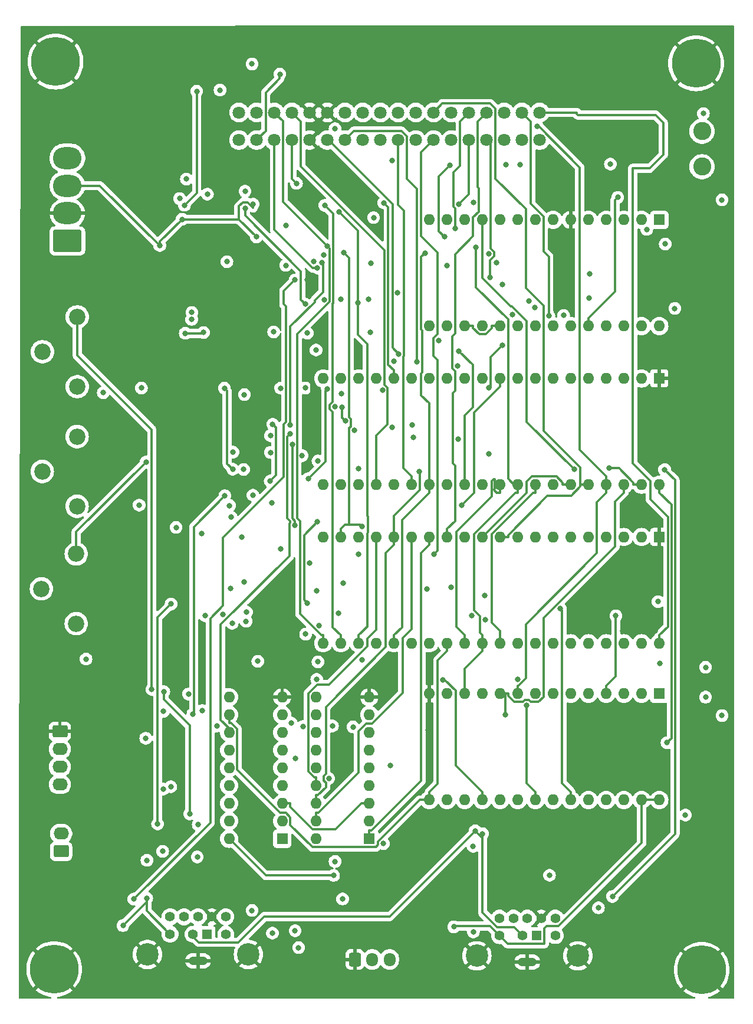
<source format=gbr>
%TF.GenerationSoftware,KiCad,Pcbnew,8.0.4*%
%TF.CreationDate,2024-08-19T15:21:18+02:00*%
%TF.ProjectId,LogicBoard 3GE,4c6f6769-6342-46f6-9172-64203347452e,rev?*%
%TF.SameCoordinates,Original*%
%TF.FileFunction,Copper,L4,Bot*%
%TF.FilePolarity,Positive*%
%FSLAX46Y46*%
G04 Gerber Fmt 4.6, Leading zero omitted, Abs format (unit mm)*
G04 Created by KiCad (PCBNEW 8.0.4) date 2024-08-19 15:21:18*
%MOMM*%
%LPD*%
G01*
G04 APERTURE LIST*
G04 Aperture macros list*
%AMRoundRect*
0 Rectangle with rounded corners*
0 $1 Rounding radius*
0 $2 $3 $4 $5 $6 $7 $8 $9 X,Y pos of 4 corners*
0 Add a 4 corners polygon primitive as box body*
4,1,4,$2,$3,$4,$5,$6,$7,$8,$9,$2,$3,0*
0 Add four circle primitives for the rounded corners*
1,1,$1+$1,$2,$3*
1,1,$1+$1,$4,$5*
1,1,$1+$1,$6,$7*
1,1,$1+$1,$8,$9*
0 Add four rect primitives between the rounded corners*
20,1,$1+$1,$2,$3,$4,$5,0*
20,1,$1+$1,$4,$5,$6,$7,0*
20,1,$1+$1,$6,$7,$8,$9,0*
20,1,$1+$1,$8,$9,$2,$3,0*%
G04 Aperture macros list end*
%TA.AperFunction,ComponentPad*%
%ADD10C,7.000000*%
%TD*%
%TA.AperFunction,ComponentPad*%
%ADD11O,1.600000X1.600000*%
%TD*%
%TA.AperFunction,ComponentPad*%
%ADD12R,1.600000X1.600000*%
%TD*%
%TA.AperFunction,ComponentPad*%
%ADD13RoundRect,0.250000X1.800000X-1.330000X1.800000X1.330000X-1.800000X1.330000X-1.800000X-1.330000X0*%
%TD*%
%TA.AperFunction,ComponentPad*%
%ADD14O,4.100000X3.160000*%
%TD*%
%TA.AperFunction,ComponentPad*%
%ADD15C,1.800000*%
%TD*%
%TA.AperFunction,ComponentPad*%
%ADD16RoundRect,0.250000X-0.600000X-0.725000X0.600000X-0.725000X0.600000X0.725000X-0.600000X0.725000X0*%
%TD*%
%TA.AperFunction,ComponentPad*%
%ADD17O,1.700000X1.950000*%
%TD*%
%TA.AperFunction,ComponentPad*%
%ADD18C,2.340000*%
%TD*%
%TA.AperFunction,ComponentPad*%
%ADD19C,3.216000*%
%TD*%
%TA.AperFunction,ComponentPad*%
%ADD20O,2.730000X1.230000*%
%TD*%
%TA.AperFunction,ComponentPad*%
%ADD21C,1.408000*%
%TD*%
%TA.AperFunction,ComponentPad*%
%ADD22R,1.408000X1.408000*%
%TD*%
%TA.AperFunction,ComponentPad*%
%ADD23RoundRect,0.250000X-0.845000X0.620000X-0.845000X-0.620000X0.845000X-0.620000X0.845000X0.620000X0*%
%TD*%
%TA.AperFunction,ComponentPad*%
%ADD24O,2.190000X1.740000*%
%TD*%
%TA.AperFunction,ComponentPad*%
%ADD25RoundRect,0.250000X0.845000X-0.620000X0.845000X0.620000X-0.845000X0.620000X-0.845000X-0.620000X0*%
%TD*%
%TA.AperFunction,ComponentPad*%
%ADD26C,2.600000*%
%TD*%
%TA.AperFunction,ViaPad*%
%ADD27C,0.800000*%
%TD*%
%TA.AperFunction,Conductor*%
%ADD28C,0.300000*%
%TD*%
G04 APERTURE END LIST*
D10*
%TO.P,MNT2,1,1*%
%TO.N,GND*%
X146530000Y-162880000D03*
%TD*%
D11*
%TO.P,IC201,28,VCC*%
%TO.N,+5V*%
X140440000Y-138510000D03*
%TO.P,IC201,27,~{PGM}*%
X137900000Y-138510000D03*
%TO.P,IC201,26,NC*%
%TO.N,unconnected-(IC201-NC-Pad26)*%
X135360000Y-138510000D03*
%TO.P,IC201,25,A8*%
%TO.N,/A8*%
X132820000Y-138510000D03*
%TO.P,IC201,24,A9*%
%TO.N,/A9*%
X130280000Y-138510000D03*
%TO.P,IC201,23,A11*%
%TO.N,/A11*%
X127740000Y-138510000D03*
%TO.P,IC201,22,~{OE}*%
%TO.N,/~{ROMOE}*%
X125200000Y-138510000D03*
%TO.P,IC201,21,A10*%
%TO.N,/A10*%
X122660000Y-138510000D03*
%TO.P,IC201,20,~{CE}*%
%TO.N,/~{ROMS}*%
X120120000Y-138510000D03*
%TO.P,IC201,19,D7*%
%TO.N,/D7*%
X117580000Y-138510000D03*
%TO.P,IC201,18,D6*%
%TO.N,/D6*%
X115040000Y-138510000D03*
%TO.P,IC201,17,D5*%
%TO.N,/D5*%
X112500000Y-138510000D03*
%TO.P,IC201,16,D4*%
%TO.N,/D4*%
X109960000Y-138510000D03*
%TO.P,IC201,15,D3*%
%TO.N,/D3*%
X107420000Y-138510000D03*
%TO.P,IC201,14,GND*%
%TO.N,GND*%
X107420000Y-123270000D03*
%TO.P,IC201,13,D2*%
%TO.N,/D2*%
X109960000Y-123270000D03*
%TO.P,IC201,12,D1*%
%TO.N,/D1*%
X112500000Y-123270000D03*
%TO.P,IC201,11,D0*%
%TO.N,/D0*%
X115040000Y-123270000D03*
%TO.P,IC201,10,A0*%
%TO.N,/A0*%
X117580000Y-123270000D03*
%TO.P,IC201,9,A1*%
%TO.N,/A1*%
X120120000Y-123270000D03*
%TO.P,IC201,8,A2*%
%TO.N,/A2*%
X122660000Y-123270000D03*
%TO.P,IC201,7,A3*%
%TO.N,/A3*%
X125200000Y-123270000D03*
%TO.P,IC201,6,A4*%
%TO.N,/A4*%
X127740000Y-123270000D03*
%TO.P,IC201,5,A5*%
%TO.N,/A5*%
X130280000Y-123270000D03*
%TO.P,IC201,4,A6*%
%TO.N,/A6*%
X132820000Y-123270000D03*
%TO.P,IC201,3,A7*%
%TO.N,/A7*%
X135360000Y-123270000D03*
%TO.P,IC201,2,A12*%
%TO.N,/A12*%
X137900000Y-123270000D03*
D12*
%TO.P,IC201,1,VPP*%
%TO.N,+5V*%
X140440000Y-123270000D03*
%TD*%
D13*
%TO.P,J204,1,Pin_1*%
%TO.N,-5VA*%
X55455000Y-58310000D03*
D14*
%TO.P,J204,2,Pin_2*%
%TO.N,GND*%
X55455000Y-54350000D03*
%TO.P,J204,3,Pin_3*%
%TO.N,+5V*%
X55455000Y-50390000D03*
%TO.P,J204,4,Pin_4*%
%TO.N,-12VA*%
X55455000Y-46430000D03*
%TD*%
D10*
%TO.P,MNT4,1,1*%
%TO.N,GND*%
X53550000Y-162790000D03*
%TD*%
D15*
%TO.P,J201,1,Pin_1*%
%TO.N,/~{HALT}*%
X123270000Y-39880000D03*
%TO.P,J201,2,Pin_2*%
%TO.N,+5V*%
X123270000Y-43840000D03*
%TO.P,J201,3,Pin_3*%
%TO.N,/A7*%
X120730000Y-39880000D03*
%TO.P,J201,4,Pin_4*%
%TO.N,+5V*%
X120730000Y-43840000D03*
%TO.P,J201,5,Pin_5*%
%TO.N,/A6*%
X118190000Y-39880000D03*
%TO.P,J201,6,Pin_6*%
%TO.N,/A8*%
X118190000Y-43840000D03*
%TO.P,J201,7,Pin_7*%
%TO.N,/A5*%
X115650000Y-39880000D03*
%TO.P,J201,8,Pin_8*%
%TO.N,/A9*%
X115650000Y-43840000D03*
%TO.P,J201,9,Pin_9*%
%TO.N,/A4*%
X113110000Y-39880000D03*
%TO.P,J201,10,Pin_10*%
%TO.N,/A11*%
X113110000Y-43840000D03*
%TO.P,J201,11,Pin_11*%
%TO.N,/A3*%
X110570000Y-39880000D03*
%TO.P,J201,12,Pin_12*%
%TO.N,/~{E}*%
X110570000Y-43840000D03*
%TO.P,J201,13,Pin_13*%
%TO.N,/A2*%
X108030000Y-39880000D03*
%TO.P,J201,14,Pin_14*%
%TO.N,/A10*%
X108030000Y-43840000D03*
%TO.P,J201,15,Pin_15*%
%TO.N,/A1*%
X105490000Y-39880000D03*
%TO.P,J201,16,Pin_16*%
%TO.N,/A15*%
X105490000Y-43840000D03*
%TO.P,J201,17,Pin_17*%
%TO.N,/A0*%
X102950000Y-39880000D03*
%TO.P,J201,18,Pin_18*%
%TO.N,/D7*%
X102950000Y-43840000D03*
%TO.P,J201,19,Pin_19*%
%TO.N,/D0*%
X100410000Y-39880000D03*
%TO.P,J201,20,Pin_20*%
%TO.N,/D6*%
X100410000Y-43840000D03*
%TO.P,J201,21,Pin_21*%
%TO.N,/D1*%
X97870000Y-39880000D03*
%TO.P,J201,22,Pin_22*%
%TO.N,/D5*%
X97870000Y-43840000D03*
%TO.P,J201,23,Pin_23*%
%TO.N,/D2*%
X95330000Y-39880000D03*
%TO.P,J201,24,Pin_24*%
%TO.N,/D4*%
X95330000Y-43840000D03*
%TO.P,J201,25,Pin_25*%
%TO.N,GND*%
X92790000Y-39880000D03*
%TO.P,J201,26,Pin_26*%
%TO.N,/D3*%
X92790000Y-43840000D03*
%TO.P,J201,27,Pin_27*%
%TO.N,GND*%
X90250000Y-39880000D03*
%TO.P,J201,28,Pin_28*%
X90250000Y-43840000D03*
%TO.P,J201,29,Pin_29*%
%TO.N,/A12*%
X87710000Y-39880000D03*
%TO.P,J201,30,Pin_30*%
%TO.N,/R~{W}*%
X87710000Y-43840000D03*
%TO.P,J201,31,Pin_31*%
%TO.N,/A13*%
X85170000Y-39880000D03*
%TO.P,J201,32,Pin_32*%
%TO.N,/~{CARTS}*%
X85170000Y-43840000D03*
%TO.P,J201,33,Pin_33*%
%TO.N,/A14*%
X82630000Y-39880000D03*
%TO.P,J201,34,Pin_34*%
%TO.N,/~{NMI}*%
X82630000Y-43840000D03*
%TO.P,J201,35,Pin_35*%
%TO.N,/PB6*%
X80090000Y-39880000D03*
%TO.P,J201,36,Pin_36*%
%TO.N,/~{IRQ}*%
X80090000Y-43840000D03*
%TD*%
D16*
%TO.P,J304,1,Pin_1*%
%TO.N,GND*%
X96720000Y-161390000D03*
D17*
%TO.P,J304,2,Pin_2*%
%TO.N,/AUDIO*%
X99220000Y-161390000D03*
%TO.P,J304,3,Pin_3*%
%TO.N,/CH(A+B+C)+DIGITAL_AUDIO*%
X101720000Y-161390000D03*
%TD*%
D18*
%TO.P,R335,1,1*%
%TO.N,-5VA*%
X56720000Y-113210000D03*
%TO.P,R335,2,2*%
%TO.N,/X_OFFSET*%
X51720000Y-108210000D03*
%TO.P,R335,3,3*%
%TO.N,+5V*%
X56720000Y-103210000D03*
%TD*%
D10*
%TO.P,MNT1,1,1*%
%TO.N,GND*%
X53750000Y-32590000D03*
%TD*%
D12*
%TO.P,IC208,1,CHC*%
%TO.N,/CHC*%
X140440000Y-55280000D03*
D11*
%TO.P,IC208,2,TEST1*%
%TO.N,unconnected-(IC208-TEST1-Pad2)*%
X137900000Y-55280000D03*
%TO.P,IC208,3,VCC*%
%TO.N,+5V*%
X135360000Y-55280000D03*
%TO.P,IC208,4,CHB*%
%TO.N,/CHB*%
X132820000Y-55280000D03*
%TO.P,IC208,5,CHA*%
%TO.N,/CHA*%
X130280000Y-55280000D03*
%TO.P,IC208,6,GND*%
%TO.N,GND*%
X127740000Y-55280000D03*
%TO.P,IC208,7,IOA7*%
%TO.N,/SW7*%
X125200000Y-55280000D03*
%TO.P,IC208,8,IOA6*%
%TO.N,/SW6*%
X122660000Y-55280000D03*
%TO.P,IC208,9,IOA5*%
%TO.N,/SW5*%
X120120000Y-55280000D03*
%TO.P,IC208,10,IOA4*%
%TO.N,/SW4*%
X117580000Y-55280000D03*
%TO.P,IC208,11,IOA3*%
%TO.N,/SW3*%
X115040000Y-55280000D03*
%TO.P,IC208,12,IOA2*%
%TO.N,/SW2*%
X112500000Y-55280000D03*
%TO.P,IC208,13,IOA1*%
%TO.N,/SW1*%
X109960000Y-55280000D03*
%TO.P,IC208,14,IOA0*%
%TO.N,/SW0*%
X107420000Y-55280000D03*
%TO.P,IC208,15,CLk*%
%TO.N,/E*%
X107420000Y-70520000D03*
%TO.P,IC208,16,~{RESET}*%
%TO.N,/~{RESET}*%
X109960000Y-70520000D03*
%TO.P,IC208,17,A8*%
%TO.N,/BC2*%
X112500000Y-70520000D03*
%TO.P,IC208,18,BDIR*%
%TO.N,/BDIR*%
X115040000Y-70520000D03*
%TO.P,IC208,19,BC2*%
%TO.N,/BC2*%
X117580000Y-70520000D03*
%TO.P,IC208,20,BC1*%
%TO.N,/BC1*%
X120120000Y-70520000D03*
%TO.P,IC208,21,DA7*%
%TO.N,/P7*%
X122660000Y-70520000D03*
%TO.P,IC208,22,DA6*%
%TO.N,/P6*%
X125200000Y-70520000D03*
%TO.P,IC208,23,DA5*%
%TO.N,/P5*%
X127740000Y-70520000D03*
%TO.P,IC208,24,DA4*%
%TO.N,/P4*%
X130280000Y-70520000D03*
%TO.P,IC208,25,DA3*%
%TO.N,/P3*%
X132820000Y-70520000D03*
%TO.P,IC208,26,DA2*%
%TO.N,/P2*%
X135360000Y-70520000D03*
%TO.P,IC208,27,DA1*%
%TO.N,/P1*%
X137900000Y-70520000D03*
%TO.P,IC208,28,DA0*%
%TO.N,/P0*%
X140440000Y-70520000D03*
%TD*%
D19*
%TO.P,J202,S3,SHIELD__2*%
%TO.N,GND*%
X81450000Y-160670000D03*
%TO.P,J202,S2,SHIELD__1*%
X66950000Y-160670000D03*
D20*
%TO.P,J202,S1,SHIELD*%
X74200000Y-161570000D03*
D21*
%TO.P,J202,9,9*%
%TO.N,/J202_B1*%
X70200000Y-155270000D03*
%TO.P,J202,8,8*%
%TO.N,/J202_Y*%
X72200000Y-155270000D03*
%TO.P,J202,7,7*%
%TO.N,/J202_B2*%
X78200000Y-155270000D03*
%TO.P,J202,6,6*%
%TO.N,+5V*%
X70200000Y-157770000D03*
%TO.P,J202,5,5*%
%TO.N,/J202_B3*%
X74200000Y-155270000D03*
%TO.P,J202,4,4*%
%TO.N,GND*%
X76200000Y-155270000D03*
%TO.P,J202,3,3*%
%TO.N,/J202_B4*%
X78200000Y-157770000D03*
%TO.P,J202,2,2*%
%TO.N,-5VA*%
X73500000Y-157770000D03*
D22*
%TO.P,J202,1,1*%
%TO.N,/J202_X*%
X75500000Y-157770000D03*
%TD*%
D10*
%TO.P,MNT3,1,1*%
%TO.N,GND*%
X145730000Y-32830000D03*
%TD*%
D18*
%TO.P,R333,1,1*%
%TO.N,-5VA*%
X56840000Y-96380000D03*
%TO.P,R333,2,2*%
%TO.N,/Y_OFFSET*%
X51840000Y-91380000D03*
%TO.P,R333,3,3*%
%TO.N,+5V*%
X56840000Y-86380000D03*
%TD*%
D23*
%TO.P,J301,1,Pin_1*%
%TO.N,GND*%
X54370000Y-128670000D03*
D24*
%TO.P,J301,2,Pin_2*%
%TO.N,/Y*%
X54370000Y-131210000D03*
%TO.P,J301,3,Pin_3*%
%TO.N,/X*%
X54370000Y-133750000D03*
%TO.P,J301,4,Pin_4*%
%TO.N,/Z*%
X54370000Y-136290000D03*
%TD*%
D18*
%TO.P,R302,1,1*%
%TO.N,Net-(R301-Pad1)*%
X56870000Y-79210000D03*
%TO.P,R302,2,2*%
%TO.N,/IOUT*%
X51870000Y-74210000D03*
%TO.P,R302,3,3*%
X56870000Y-69210000D03*
%TD*%
D25*
%TO.P,J302,1,Pin_1*%
%TO.N,/AUDIO*%
X54550000Y-145870000D03*
D24*
%TO.P,J302,2,Pin_2*%
%TO.N,unconnected-(J302-Pin_2-Pad2)*%
X54550000Y-143330000D03*
%TD*%
D22*
%TO.P,J203,1,1*%
%TO.N,/J203_X*%
X122800000Y-157960000D03*
D21*
%TO.P,J203,2,2*%
%TO.N,-5VA*%
X120800000Y-157960000D03*
%TO.P,J203,3,3*%
%TO.N,/J203_B4*%
X125500000Y-157960000D03*
%TO.P,J203,4,4*%
%TO.N,GND*%
X123500000Y-155460000D03*
%TO.P,J203,5,5*%
%TO.N,/J203_B3*%
X121500000Y-155460000D03*
%TO.P,J203,6,6*%
%TO.N,+5V*%
X117500000Y-157960000D03*
%TO.P,J203,7,7*%
%TO.N,/J203_B2*%
X125500000Y-155460000D03*
%TO.P,J203,8,8*%
%TO.N,/J203_Y*%
X119500000Y-155460000D03*
%TO.P,J203,9,9*%
%TO.N,/J203_B1*%
X117500000Y-155460000D03*
D20*
%TO.P,J203,S1,SHIELD*%
%TO.N,GND*%
X121500000Y-161760000D03*
D19*
%TO.P,J203,S2,SHIELD__1*%
X114250000Y-160860000D03*
%TO.P,J203,S3,SHIELD__2*%
X128750000Y-160860000D03*
%TD*%
D26*
%TO.P,SW201,1,1*%
%TO.N,/SWITCH_RESET*%
X146580000Y-47660000D03*
X146580000Y-42580000D03*
%TD*%
D12*
%TO.P,IC207,1,GND*%
%TO.N,GND*%
X140440000Y-78030000D03*
D11*
%TO.P,IC207,2,PA0*%
%TO.N,/P0*%
X137900000Y-78030000D03*
%TO.P,IC207,3,PA1*%
%TO.N,/P1*%
X135360000Y-78030000D03*
%TO.P,IC207,4,PA2*%
%TO.N,/P2*%
X132820000Y-78030000D03*
%TO.P,IC207,5,PA3*%
%TO.N,/P3*%
X130280000Y-78030000D03*
%TO.P,IC207,6,PA4*%
%TO.N,/P4*%
X127740000Y-78030000D03*
%TO.P,IC207,7,PA5*%
%TO.N,/P5*%
X125200000Y-78030000D03*
%TO.P,IC207,8,PA6*%
%TO.N,/P6*%
X122660000Y-78030000D03*
%TO.P,IC207,9,PA7*%
%TO.N,/P7*%
X120120000Y-78030000D03*
%TO.P,IC207,10,PB0*%
%TO.N,/SH*%
X117580000Y-78030000D03*
%TO.P,IC207,11,PB1*%
%TO.N,/SEL0*%
X115040000Y-78030000D03*
%TO.P,IC207,12,PB2*%
%TO.N,/SEL1*%
X112500000Y-78030000D03*
%TO.P,IC207,13,PB3*%
%TO.N,/BC1*%
X109960000Y-78030000D03*
%TO.P,IC207,14,PB4*%
%TO.N,/BDIR*%
X107420000Y-78030000D03*
%TO.P,IC207,15,PB5*%
%TO.N,/COMPARE*%
X104880000Y-78030000D03*
%TO.P,IC207,16,PB6*%
%TO.N,/PB6*%
X102340000Y-78030000D03*
%TO.P,IC207,17,PB7*%
%TO.N,/~{RAMP}*%
X99800000Y-78030000D03*
%TO.P,IC207,18,CB1*%
%TO.N,unconnected-(IC207-CB1-Pad18)*%
X97260000Y-78030000D03*
%TO.P,IC207,19,CB2*%
%TO.N,/~{BLANK}*%
X94720000Y-78030000D03*
%TO.P,IC207,20,VDD*%
%TO.N,+5V*%
X92180000Y-78030000D03*
%TO.P,IC207,21,IRQB*%
%TO.N,/~{IRQ}*%
X92180000Y-93270000D03*
%TO.P,IC207,22,RWB*%
%TO.N,/R~{W}*%
X94720000Y-93270000D03*
%TO.P,IC207,23,CS2B*%
%TO.N,/~{IOS}*%
X97260000Y-93270000D03*
%TO.P,IC207,24,CS1*%
%TO.N,/A12*%
X99800000Y-93270000D03*
%TO.P,IC207,25,PHI2*%
%TO.N,/E*%
X102340000Y-93270000D03*
%TO.P,IC207,26,D7*%
%TO.N,/D7*%
X104880000Y-93270000D03*
%TO.P,IC207,27,D6*%
%TO.N,/D6*%
X107420000Y-93270000D03*
%TO.P,IC207,28,D5*%
%TO.N,/D5*%
X109960000Y-93270000D03*
%TO.P,IC207,29,D4*%
%TO.N,/D4*%
X112500000Y-93270000D03*
%TO.P,IC207,30,D3*%
%TO.N,/D3*%
X115040000Y-93270000D03*
%TO.P,IC207,31,D2*%
%TO.N,/D2*%
X117580000Y-93270000D03*
%TO.P,IC207,32,D1*%
%TO.N,/D1*%
X120120000Y-93270000D03*
%TO.P,IC207,33,D0*%
%TO.N,/D0*%
X122660000Y-93270000D03*
%TO.P,IC207,34,RESB*%
%TO.N,/~{RESET}*%
X125200000Y-93270000D03*
%TO.P,IC207,35,RS3*%
%TO.N,/A3*%
X127740000Y-93270000D03*
%TO.P,IC207,36,RS2*%
%TO.N,/A2*%
X130280000Y-93270000D03*
%TO.P,IC207,37,RS1*%
%TO.N,/A1*%
X132820000Y-93270000D03*
%TO.P,IC207,38,RS0*%
%TO.N,/A0*%
X135360000Y-93270000D03*
%TO.P,IC207,39,CA2*%
%TO.N,/~{ZERO}*%
X137900000Y-93270000D03*
%TO.P,IC207,40,CA1*%
%TO.N,/SW7*%
X140440000Y-93270000D03*
%TD*%
%TO.P,IC204,18,VCC*%
%TO.N,+5V*%
X78670000Y-144070000D03*
%TO.P,IC204,17,A7*%
%TO.N,/A7*%
X78670000Y-141530000D03*
%TO.P,IC204,16,A8*%
%TO.N,/A8*%
X78670000Y-138990000D03*
%TO.P,IC204,15,A9*%
%TO.N,/A9*%
X78670000Y-136450000D03*
%TO.P,IC204,14,DA*%
%TO.N,/D0*%
X78670000Y-133910000D03*
%TO.P,IC204,13,DB*%
%TO.N,/D1*%
X78670000Y-131370000D03*
%TO.P,IC204,12,DC*%
%TO.N,/D2*%
X78670000Y-128830000D03*
%TO.P,IC204,11,DD*%
%TO.N,/D3*%
X78670000Y-126290000D03*
%TO.P,IC204,10,~{WE}*%
%TO.N,/RAM_R~{W}*%
X78670000Y-123750000D03*
%TO.P,IC204,9,GND*%
%TO.N,GND*%
X86290000Y-123750000D03*
%TO.P,IC204,8,~{CS}*%
%TO.N,/~{RAMS}*%
X86290000Y-126290000D03*
%TO.P,IC204,7,A2*%
%TO.N,/A2*%
X86290000Y-128830000D03*
%TO.P,IC204,6,A1*%
%TO.N,/A1*%
X86290000Y-131370000D03*
%TO.P,IC204,5,A0*%
%TO.N,/A0*%
X86290000Y-133910000D03*
%TO.P,IC204,4,A3*%
%TO.N,/A3*%
X86290000Y-136450000D03*
%TO.P,IC204,3,A4*%
%TO.N,/A4*%
X86290000Y-138990000D03*
%TO.P,IC204,2,A5*%
%TO.N,/A5*%
X86290000Y-141530000D03*
D12*
%TO.P,IC204,1,A6*%
%TO.N,/A6*%
X86290000Y-144070000D03*
%TD*%
D11*
%TO.P,IC205,18,VCC*%
%TO.N,+5V*%
X91170000Y-144070000D03*
%TO.P,IC205,17,A7*%
%TO.N,/A7*%
X91170000Y-141530000D03*
%TO.P,IC205,16,A8*%
%TO.N,/A8*%
X91170000Y-138990000D03*
%TO.P,IC205,15,A9*%
%TO.N,/A9*%
X91170000Y-136450000D03*
%TO.P,IC205,14,DA*%
%TO.N,/D4*%
X91170000Y-133910000D03*
%TO.P,IC205,13,DB*%
%TO.N,/D5*%
X91170000Y-131370000D03*
%TO.P,IC205,12,DC*%
%TO.N,/D6*%
X91170000Y-128830000D03*
%TO.P,IC205,11,DD*%
%TO.N,/D7*%
X91170000Y-126290000D03*
%TO.P,IC205,10,~{WE}*%
%TO.N,/RAM_R~{W}*%
X91170000Y-123750000D03*
%TO.P,IC205,9,GND*%
%TO.N,GND*%
X98790000Y-123750000D03*
%TO.P,IC205,8,~{CS}*%
%TO.N,/~{RAMS}*%
X98790000Y-126290000D03*
%TO.P,IC205,7,A2*%
%TO.N,/A2*%
X98790000Y-128830000D03*
%TO.P,IC205,6,A1*%
%TO.N,/A1*%
X98790000Y-131370000D03*
%TO.P,IC205,5,A0*%
%TO.N,/A0*%
X98790000Y-133910000D03*
%TO.P,IC205,4,A3*%
%TO.N,/A3*%
X98790000Y-136450000D03*
%TO.P,IC205,3,A4*%
%TO.N,/A4*%
X98790000Y-138990000D03*
%TO.P,IC205,2,A5*%
%TO.N,/A5*%
X98790000Y-141530000D03*
D12*
%TO.P,IC205,1,A6*%
%TO.N,/A6*%
X98790000Y-144070000D03*
%TD*%
%TO.P,IC206,1,GND*%
%TO.N,GND*%
X140440000Y-100780000D03*
D11*
%TO.P,IC206,2,~{NMI}*%
%TO.N,/~{NMI}*%
X137900000Y-100780000D03*
%TO.P,IC206,3,~{IRQ}*%
%TO.N,/~{IRQ}*%
X135360000Y-100780000D03*
%TO.P,IC206,4,~{FIRQ}*%
%TO.N,/SW3*%
X132820000Y-100780000D03*
%TO.P,IC206,5,BS*%
%TO.N,unconnected-(IC206-BS-Pad5)*%
X130280000Y-100780000D03*
%TO.P,IC206,6,BA*%
%TO.N,unconnected-(IC206-BA-Pad6)*%
X127740000Y-100780000D03*
%TO.P,IC206,7,VCC*%
%TO.N,+5V*%
X125200000Y-100780000D03*
%TO.P,IC206,8,A0*%
%TO.N,/CPU_A0*%
X122660000Y-100780000D03*
%TO.P,IC206,9,A1*%
%TO.N,/CPU_A1*%
X120120000Y-100780000D03*
%TO.P,IC206,10,A2*%
%TO.N,/A2*%
X117580000Y-100780000D03*
%TO.P,IC206,11,A3*%
%TO.N,/A3*%
X115040000Y-100780000D03*
%TO.P,IC206,12,A4*%
%TO.N,/A4*%
X112500000Y-100780000D03*
%TO.P,IC206,13,A5*%
%TO.N,/A5*%
X109960000Y-100780000D03*
%TO.P,IC206,14,A6*%
%TO.N,/A6*%
X107420000Y-100780000D03*
%TO.P,IC206,15,A7*%
%TO.N,/A7*%
X104880000Y-100780000D03*
%TO.P,IC206,16,A8*%
%TO.N,/A8*%
X102340000Y-100780000D03*
%TO.P,IC206,17,A9*%
%TO.N,/A9*%
X99800000Y-100780000D03*
%TO.P,IC206,18,A10*%
%TO.N,/A10*%
X97260000Y-100780000D03*
%TO.P,IC206,19,A11*%
%TO.N,/A11*%
X94720000Y-100780000D03*
%TO.P,IC206,20,A12*%
%TO.N,/A12*%
X92180000Y-100780000D03*
%TO.P,IC206,21,A13*%
%TO.N,/A13*%
X92180000Y-116020000D03*
%TO.P,IC206,22,A14*%
%TO.N,/A14*%
X94720000Y-116020000D03*
%TO.P,IC206,23,A15*%
%TO.N,/A15*%
X97260000Y-116020000D03*
%TO.P,IC206,24,D7*%
%TO.N,/D7*%
X99800000Y-116020000D03*
%TO.P,IC206,25,D6*%
%TO.N,/D6*%
X102340000Y-116020000D03*
%TO.P,IC206,26,D5*%
%TO.N,/D5*%
X104880000Y-116020000D03*
%TO.P,IC206,27,D4*%
%TO.N,/D4*%
X107420000Y-116020000D03*
%TO.P,IC206,28,D3*%
%TO.N,/D3*%
X109960000Y-116020000D03*
%TO.P,IC206,29,D2*%
%TO.N,/D2*%
X112500000Y-116020000D03*
%TO.P,IC206,30,D1*%
%TO.N,/D1*%
X115040000Y-116020000D03*
%TO.P,IC206,31,D0*%
%TO.N,/D0*%
X117580000Y-116020000D03*
%TO.P,IC206,32,R/~{W}*%
%TO.N,/CPU_R~{W}*%
X120120000Y-116020000D03*
%TO.P,IC206,33,~{DMA/BREQ}*%
%TO.N,Net-(IC206-~{DMA{slash}BREQ})*%
X122660000Y-116020000D03*
%TO.P,IC206,34,E*%
%TO.N,/CPU_E*%
X125200000Y-116020000D03*
%TO.P,IC206,35,Q*%
%TO.N,unconnected-(IC206-Q-Pad35)*%
X127740000Y-116020000D03*
%TO.P,IC206,36,MRDY*%
%TO.N,Net-(IC206-MRDY)*%
X130280000Y-116020000D03*
%TO.P,IC206,37,~{RESET}*%
%TO.N,/~{RESET}*%
X132820000Y-116020000D03*
%TO.P,IC206,38,EXTAL*%
%TO.N,/EXTAL*%
X135360000Y-116020000D03*
%TO.P,IC206,39,XTAL*%
%TO.N,/XTAL*%
X137900000Y-116020000D03*
%TO.P,IC206,40,~{HALT}*%
%TO.N,/~{HALT}*%
X140440000Y-116020000D03*
%TD*%
D27*
%TO.N,GND*%
X134450000Y-46350000D03*
X139870000Y-114220000D03*
X136580000Y-114230000D03*
X135200000Y-114230000D03*
X135270000Y-158230000D03*
X135250000Y-157370000D03*
X83930000Y-67170000D03*
X89900000Y-63900000D03*
%TO.N,/SW4*%
X88130000Y-63910000D03*
%TO.N,/P7*%
X86800000Y-61810000D03*
%TO.N,GND*%
X126890000Y-47320000D03*
X75450000Y-62600000D03*
X74510000Y-62590000D03*
X75410000Y-61660000D03*
X74510000Y-61660000D03*
X67210000Y-41860000D03*
X65090000Y-41860000D03*
X68320000Y-41860000D03*
X66100000Y-41860000D03*
X68290000Y-40680000D03*
X67180000Y-40680000D03*
X66070000Y-40680000D03*
X65060000Y-40680000D03*
%TO.N,/X*%
X87583800Y-127466000D03*
%TO.N,/Y*%
X80855700Y-107205000D03*
%TO.N,Net-(IC305-Pad9)*%
X78726900Y-96272100D03*
X65756600Y-96210000D03*
%TO.N,Net-(IC304-Pad7)*%
X69217900Y-125801000D03*
X96677700Y-85458400D03*
%TO.N,/X3*%
X69126300Y-145880000D03*
X94962500Y-152717000D03*
%TO.N,/SW4*%
X64998500Y-152719000D03*
X117088000Y-61419100D03*
%TO.N,/SW1*%
X109952000Y-61858800D03*
X121709000Y-66961900D03*
X130434000Y-63070900D03*
X141194000Y-91115700D03*
X133718000Y-152344000D03*
%TO.N,/SW5*%
X111448000Y-76266200D03*
X119352000Y-68918400D03*
%TO.N,/SW6*%
X88150000Y-157270000D03*
%TO.N,/SW2*%
X126697000Y-68982800D03*
%TO.N,/P2*%
X75553600Y-51601800D03*
%TO.N,/~{BLANK}*%
X92773900Y-79539300D03*
X90030200Y-92415300D03*
X82797600Y-118617000D03*
%TO.N,/~{ZERO}*%
X133194000Y-90896200D03*
X105155000Y-86473100D03*
X102066000Y-85040700D03*
X94760700Y-80193000D03*
X93887200Y-82111000D03*
X84928400Y-84616700D03*
X84574800Y-92751100D03*
%TO.N,/~{RAMP}*%
X89871800Y-110252000D03*
X91356300Y-98589500D03*
X97235600Y-90942900D03*
%TO.N,/SW7*%
X141551000Y-130302000D03*
X88654000Y-159699000D03*
X130346000Y-66509100D03*
%TO.N,/PB6*%
X100890000Y-52851200D03*
%TO.N,/SEL0*%
X100690000Y-79713100D03*
X97793300Y-118369000D03*
X91248600Y-121193000D03*
X88153400Y-132522000D03*
X69227500Y-136945000D03*
%TO.N,/P4*%
X77361300Y-36663000D03*
X134475000Y-52062400D03*
%TO.N,/P1*%
X78350100Y-61282000D03*
%TO.N,/SH*%
X91221200Y-108469000D03*
X112057000Y-96259100D03*
%TO.N,/SEL1*%
X107102000Y-108210000D03*
X91561700Y-113463000D03*
X89660300Y-114710000D03*
X74845700Y-125685000D03*
%TO.N,/P5*%
X80958700Y-51181200D03*
%TO.N,/P0*%
X72261400Y-53173700D03*
X74020600Y-36834200D03*
%TO.N,/P6*%
X89607600Y-67377600D03*
X80985600Y-53621400D03*
%TO.N,/P3*%
X71561500Y-52222900D03*
X141300000Y-58754500D03*
%TO.N,Net-(IC206-~{DMA{slash}BREQ})*%
X140533000Y-118951000D03*
%TO.N,/SW3*%
X128199000Y-91098300D03*
%TO.N,/~{IRQ}*%
X73292600Y-69573100D03*
X89157700Y-89100600D03*
%TO.N,/CPU_E*%
X95044400Y-107387000D03*
X113517000Y-112059000D03*
X115409000Y-109204000D03*
%TO.N,/CPU_R~{W}*%
X110542000Y-108009000D03*
X97257500Y-103284000D03*
X84600000Y-88648700D03*
%TO.N,/~{NMI}*%
X142669000Y-67990200D03*
X85950000Y-34390000D03*
%TO.N,/RAM_R~{W}*%
X91433900Y-89872900D03*
%TO.N,/~{CARTS}*%
X91361500Y-62194100D03*
%TO.N,/R~{W}*%
X88342000Y-50045400D03*
%TO.N,/A14*%
X92400300Y-53205400D03*
%TO.N,/~{A11&E}*%
X92271100Y-60356300D03*
X92353500Y-66739900D03*
%TO.N,/A13*%
X92776200Y-59044500D03*
X98712700Y-66678700D03*
%TO.N,/E*%
X99026900Y-61514500D03*
X84595300Y-86245200D03*
%TO.N,/A15*%
X97187700Y-67149100D03*
X94438900Y-54130600D03*
%TO.N,/~{ROMS}*%
X149440000Y-126408000D03*
X90824200Y-61269600D03*
X94752400Y-66682000D03*
X146776000Y-40030700D03*
X81965400Y-32920600D03*
%TO.N,/A11*%
X97773300Y-99297300D03*
X126236000Y-111062000D03*
X95168100Y-60016900D03*
X102876000Y-65762400D03*
X111630000Y-53061900D03*
%TO.N,/A0*%
X118318000Y-126311000D03*
X92987500Y-135420000D03*
%TO.N,/D6*%
X109384000Y-121248000D03*
X106783000Y-60038000D03*
%TO.N,/A6*%
X120469000Y-47336700D03*
X134202000Y-112093000D03*
%TO.N,/D0*%
X115971000Y-88818700D03*
X115971000Y-79403900D03*
X117906000Y-73293400D03*
X117943000Y-64583800D03*
X115972000Y-60174700D03*
X102112000Y-46802200D03*
%TO.N,/D2*%
X93882600Y-42206400D03*
X87402500Y-85961200D03*
X94918600Y-82173800D03*
X95366800Y-84137300D03*
%TO.N,/A2*%
X96461200Y-128032000D03*
X93522200Y-127884000D03*
X89265900Y-127978000D03*
%TO.N,/A3*%
X118433000Y-47392500D03*
%TO.N,/A4*%
X101827000Y-133600000D03*
X111106000Y-56520700D03*
%TO.N,/A8*%
X93882600Y-147329000D03*
X105962000Y-91425100D03*
X109606000Y-57727700D03*
X110390000Y-47460200D03*
%TO.N,/A10*%
X120092000Y-121163000D03*
X121425000Y-124951000D03*
X108132000Y-103267000D03*
%TO.N,/D1*%
X91433900Y-118693000D03*
X114086000Y-59250900D03*
%TO.N,/A1*%
X122927000Y-41900300D03*
%TO.N,/D4*%
X111634000Y-74093800D03*
X105631000Y-75645400D03*
%TO.N,/D3*%
X104929000Y-84716600D03*
X102999000Y-74534900D03*
%TO.N,/A7*%
X124576000Y-69044500D03*
X111573000Y-86754200D03*
%TO.N,/A9*%
X102361000Y-75550500D03*
X116110000Y-63569700D03*
%TO.N,/~{ROMOE}*%
X92008800Y-61400200D03*
X87464500Y-84734100D03*
X87737500Y-87529300D03*
X88082100Y-99146200D03*
X90184900Y-104541000D03*
X94365500Y-111760000D03*
X115426000Y-112652000D03*
%TO.N,/Z*%
X76916500Y-127892000D03*
%TO.N,/CH(A+B+C)*%
X138644000Y-56644700D03*
X100828000Y-144768000D03*
%TO.N,/IOUT*%
X72541700Y-49439700D03*
X67573600Y-122653000D03*
%TO.N,/VOUT*%
X73477600Y-126174000D03*
X78059000Y-94853100D03*
%TO.N,/IC303D_X*%
X81179000Y-111540000D03*
X71057700Y-99417200D03*
X78973400Y-97956800D03*
%TO.N,/IC303D_FB*%
X75213500Y-112067000D03*
X81104500Y-112870000D03*
%TO.N,/IC303A_FB*%
X80506600Y-100815000D03*
X79239900Y-88600900D03*
%TO.N,/POT0*%
X74100500Y-146680000D03*
X124680000Y-149313000D03*
%TO.N,/POT1*%
X74244600Y-142050000D03*
X113704000Y-145166000D03*
%TO.N,/POTX*%
X72997300Y-140509000D03*
X69292200Y-122964000D03*
%TO.N,/X0*%
X70333400Y-110400000D03*
X68404900Y-141945000D03*
%TO.N,/J203_X*%
X131707000Y-153986000D03*
%TO.N,/J202_X*%
X81965400Y-154368000D03*
%TO.N,/~{RESET}*%
X122543000Y-67883800D03*
%TO.N,/J202_B3*%
X84890300Y-157597000D03*
%TO.N,/J203_B4*%
X113745000Y-157434000D03*
%TO.N,/XTAL*%
X140255000Y-110047000D03*
%TO.N,-5VA*%
X70300000Y-136616000D03*
X82090700Y-94787000D03*
X58131000Y-118290000D03*
X80760700Y-91100100D03*
X84791400Y-95893600D03*
X114015000Y-142926000D03*
X115073000Y-143347000D03*
X79117400Y-113160000D03*
X72843700Y-123304000D03*
%TO.N,+5V*%
X91160000Y-73970000D03*
X78920000Y-108140000D03*
X85070000Y-71370000D03*
X93670000Y-149330000D03*
X66867300Y-147169000D03*
X77784800Y-111851000D03*
X99416200Y-54973400D03*
X89653600Y-79407700D03*
X72370500Y-71566100D03*
X79179900Y-91066300D03*
X98980600Y-71439300D03*
X86080000Y-102531000D03*
X86079800Y-79437700D03*
X149440000Y-52412200D03*
X75001000Y-71448200D03*
X133424000Y-47280000D03*
X73325500Y-68571300D03*
X80861800Y-80367900D03*
X66075800Y-79402700D03*
X110939000Y-156702000D03*
X68718000Y-58983900D03*
X63439300Y-156525000D03*
X66736400Y-90034000D03*
X144196000Y-140684000D03*
X113745000Y-52776500D03*
X147088000Y-123757000D03*
X89908200Y-71531900D03*
X147086000Y-119472000D03*
X108801000Y-72614300D03*
X66836400Y-152587000D03*
X66700800Y-129654000D03*
X71898000Y-55207700D03*
X77993000Y-79427700D03*
X82589600Y-57733500D03*
X82131200Y-53049000D03*
X60604900Y-80092300D03*
X86823100Y-56083200D03*
X74704000Y-100330000D03*
%TO.N,GND*%
X88910000Y-119180000D03*
X107230000Y-128500000D03*
X96970000Y-76060000D03*
X89610000Y-84830000D03*
X112580000Y-147630000D03*
X117060000Y-148080000D03*
X70040000Y-114020000D03*
X71430000Y-120270000D03*
X82990000Y-128580000D03*
X74830000Y-122970000D03*
X91100000Y-75770000D03*
X80000000Y-85030000D03*
X70570000Y-108050000D03*
X63640000Y-113770000D03*
X65980000Y-122480000D03*
X63590000Y-118650000D03*
X65610000Y-62600000D03*
X77200000Y-57870000D03*
X91630000Y-54280000D03*
X128160000Y-44760000D03*
X125420000Y-46510000D03*
X130280000Y-46590000D03*
%TD*%
D28*
%TO.N,/~{HALT}*%
X123270000Y-39880000D02*
X128410000Y-39880000D01*
X128410000Y-39880000D02*
X128590000Y-39880000D01*
X141679000Y-97912500D02*
X139170000Y-95403100D01*
X140440000Y-116020000D02*
X140440000Y-114868000D01*
X139900000Y-40240000D02*
X128770000Y-40240000D01*
X140440000Y-114868000D02*
X141679000Y-113629000D01*
X139170000Y-92740000D02*
X136630000Y-90200000D01*
X136630000Y-53154800D02*
X136610000Y-53134800D01*
X141679000Y-113629000D02*
X141679000Y-97912500D01*
X139170000Y-95403100D02*
X139170000Y-92740000D01*
X136610000Y-53134800D02*
X136610000Y-47900000D01*
X141020000Y-45920000D02*
X141020000Y-41360000D01*
X136630000Y-90200000D02*
X136630000Y-53154800D01*
X141020000Y-41360000D02*
X139900000Y-40240000D01*
X136610000Y-47900000D02*
X139040000Y-47900000D01*
X139040000Y-47900000D02*
X141020000Y-45920000D01*
X128770000Y-40240000D02*
X128410000Y-39880000D01*
%TO.N,/~{NMI}*%
X85937800Y-35030100D02*
X85937800Y-34402200D01*
X85937800Y-34402200D02*
X85950000Y-34390000D01*
%TO.N,/P6*%
X80985600Y-54667100D02*
X88980000Y-62661500D01*
X88980000Y-62661500D02*
X88980000Y-66750000D01*
X88980000Y-66750000D02*
X89607600Y-67377600D01*
%TO.N,/SW4*%
X88130000Y-63910000D02*
X86530000Y-65510000D01*
X86855000Y-67716800D02*
X86855000Y-84280700D01*
X86484100Y-92167300D02*
X77804000Y-100847000D01*
X86530000Y-65510000D02*
X86530000Y-67391800D01*
X86530000Y-67391800D02*
X86855000Y-67716800D01*
X86855000Y-84280700D02*
X86484100Y-84651600D01*
X75963700Y-141754000D02*
X64998500Y-152719000D01*
X86484100Y-84651600D02*
X86484100Y-92167300D01*
X77804000Y-110612000D02*
X75963700Y-112452000D01*
X77804000Y-100847000D02*
X77804000Y-110612000D01*
X75963700Y-112452000D02*
X75963700Y-141754000D01*
%TO.N,/SW1*%
X142701000Y-143361000D02*
X133718000Y-152344000D01*
X142701000Y-92622100D02*
X142701000Y-143361000D01*
X141194000Y-91115700D02*
X142701000Y-92622100D01*
%TO.N,/BC2*%
X116428000Y-70520000D02*
X117580000Y-70520000D01*
X116428000Y-70807900D02*
X116428000Y-70520000D01*
X115523000Y-71713500D02*
X116428000Y-70807900D01*
X114577000Y-71713500D02*
X115523000Y-71713500D01*
X113652000Y-70788500D02*
X114577000Y-71713500D01*
X113652000Y-70520000D02*
X113652000Y-70788500D01*
X112500000Y-70520000D02*
X113652000Y-70520000D01*
%TO.N,/~{BLANK}*%
X90093600Y-92415300D02*
X90030200Y-92415300D01*
X92535500Y-89973400D02*
X90093600Y-92415300D01*
X92535500Y-79777700D02*
X92535500Y-89973400D01*
X92773900Y-79539300D02*
X92535500Y-79777700D01*
%TO.N,/~{ZERO}*%
X85391000Y-91934900D02*
X84574800Y-92751100D01*
X85391000Y-85079300D02*
X85391000Y-91934900D01*
X84928400Y-84616700D02*
X85391000Y-85079300D01*
X134662000Y-90896200D02*
X133194000Y-90896200D01*
X136748000Y-92982100D02*
X134662000Y-90896200D01*
X136748000Y-93270000D02*
X136748000Y-92982100D01*
X137900000Y-93270000D02*
X136748000Y-93270000D01*
%TO.N,/~{RAMP}*%
X89433200Y-109813000D02*
X89871800Y-110252000D01*
X89433200Y-100513000D02*
X89433200Y-109813000D01*
X91356300Y-98589500D02*
X89433200Y-100513000D01*
%TO.N,/SW7*%
X142195000Y-129658000D02*
X141551000Y-130302000D01*
X142195000Y-96177000D02*
X142195000Y-129658000D01*
X140440000Y-94421700D02*
X142195000Y-96177000D01*
X140440000Y-93270000D02*
X140440000Y-94421700D01*
%TO.N,/PB6*%
X101526000Y-53486800D02*
X100890000Y-52851200D01*
X101526000Y-76064000D02*
X101526000Y-53486800D01*
X102340000Y-76878300D02*
X101526000Y-76064000D01*
X102340000Y-78030000D02*
X102340000Y-76878300D01*
%TO.N,/P4*%
X134090000Y-52447000D02*
X134475000Y-52062400D01*
X134090000Y-65558300D02*
X134090000Y-52447000D01*
X130280000Y-69368300D02*
X134090000Y-65558300D01*
X130280000Y-70520000D02*
X130280000Y-69368300D01*
%TO.N,/SH*%
X117580000Y-79181700D02*
X117580000Y-78030000D01*
X113839000Y-82923000D02*
X117580000Y-79181700D01*
X113839000Y-94477700D02*
X113839000Y-82923000D01*
X112057000Y-96259100D02*
X113839000Y-94477700D01*
%TO.N,/P0*%
X74020600Y-51414500D02*
X74020600Y-36834200D01*
X72261400Y-53173700D02*
X74020600Y-51414500D01*
%TO.N,/P6*%
X80985600Y-53621400D02*
X80985600Y-54667100D01*
%TO.N,/SW3*%
X121390000Y-84289500D02*
X128199000Y-91098300D01*
X121390000Y-69797800D02*
X121390000Y-84289500D01*
X119277000Y-67684500D02*
X121390000Y-69797800D01*
X119136000Y-67684500D02*
X119277000Y-67684500D01*
X115040000Y-63588800D02*
X119136000Y-67684500D01*
X115040000Y-55280000D02*
X115040000Y-63588800D01*
%TO.N,/~{NMI}*%
X83918300Y-42551700D02*
X82630000Y-43840000D01*
X83918300Y-37049600D02*
X83918300Y-42551700D01*
X85937800Y-35030100D02*
X83918300Y-37049600D01*
%TO.N,/~{CARTS}*%
X90685800Y-62194100D02*
X91361500Y-62194100D01*
X90072500Y-61580800D02*
X90685800Y-62194100D01*
X85170000Y-56673500D02*
X90072500Y-61576000D01*
X85170000Y-43840000D02*
X85170000Y-56673500D01*
%TO.N,/R~{W}*%
X87710000Y-49413400D02*
X88342000Y-50045400D01*
X87710000Y-43840000D02*
X87710000Y-49413400D01*
%TO.N,/A14*%
X94720000Y-114868000D02*
X94720000Y-116020000D01*
X93568300Y-113717000D02*
X94720000Y-114868000D01*
X93568300Y-82855000D02*
X93568300Y-113717000D01*
X93135500Y-82422200D02*
X93568300Y-82855000D01*
X93135500Y-81799800D02*
X93135500Y-82422200D01*
X93568300Y-81367000D02*
X93135500Y-81799800D01*
X93568300Y-67297500D02*
X93568300Y-81367000D01*
X93606900Y-67258900D02*
X93568300Y-67297500D01*
X93606900Y-54412000D02*
X93606900Y-67258900D01*
X92400300Y-53205400D02*
X93606900Y-54412000D01*
%TO.N,/A13*%
X86439900Y-52708200D02*
X92776200Y-59044500D01*
X86439900Y-41149900D02*
X86439900Y-52708200D01*
X85170000Y-39880000D02*
X86439900Y-41149900D01*
X93105200Y-59373500D02*
X92776200Y-59044500D01*
X93105200Y-67051200D02*
X93105200Y-59373500D01*
X88489200Y-71667200D02*
X93105200Y-67051200D01*
X88489200Y-87840600D02*
X88489200Y-71667200D01*
X88406000Y-87923800D02*
X88489200Y-87840600D01*
X88406000Y-98083900D02*
X88406000Y-87923800D01*
X88833800Y-98511700D02*
X88406000Y-98083900D01*
X88833800Y-111798000D02*
X88833800Y-98511700D01*
X91903900Y-114868000D02*
X88833800Y-111798000D01*
X92180000Y-114868000D02*
X91903900Y-114868000D01*
X92180000Y-116020000D02*
X92180000Y-114868000D01*
%TO.N,/A15*%
X97260000Y-114889000D02*
X97260000Y-116020000D01*
X97187700Y-71747100D02*
X97187700Y-67149100D01*
X98510000Y-73069400D02*
X97187700Y-71747100D01*
X98510000Y-97722200D02*
X98510000Y-73069400D01*
X98623300Y-97835500D02*
X98510000Y-97722200D01*
X98623300Y-100149000D02*
X98623300Y-97835500D01*
X98510000Y-100262000D02*
X98623300Y-100149000D01*
X98510000Y-113618000D02*
X98510000Y-100262000D01*
X97187700Y-56879400D02*
X94438900Y-54130600D01*
X97187700Y-67149100D02*
X97187700Y-56879400D01*
X97260000Y-116020000D02*
X97260000Y-114889000D01*
X98510000Y-113639000D02*
X97260000Y-114889000D01*
X98510000Y-113618000D02*
X98510000Y-113639000D01*
X97260000Y-114868000D02*
X98510000Y-113618000D01*
X97260000Y-114889000D02*
X97260000Y-114868000D01*
X98510000Y-113618000D02*
X98525000Y-113603000D01*
%TO.N,/A11*%
X126470000Y-111296000D02*
X126236000Y-111062000D01*
X126470000Y-136088000D02*
X126470000Y-111296000D01*
X127740000Y-137358000D02*
X126470000Y-136088000D01*
X127740000Y-138510000D02*
X127740000Y-137358000D01*
X95308900Y-99039400D02*
X95926000Y-99039400D01*
X94720000Y-99628300D02*
X95308900Y-99039400D01*
X94720000Y-100780000D02*
X94720000Y-99628300D01*
X97515400Y-99039400D02*
X97773300Y-99297300D01*
X95926000Y-99039400D02*
X97515400Y-99039400D01*
X95897800Y-60746600D02*
X95168100Y-60016900D01*
X95897800Y-83605300D02*
X95897800Y-60746600D01*
X96118500Y-83826000D02*
X95897800Y-83605300D01*
X96118500Y-84954700D02*
X96118500Y-83826000D01*
X95926000Y-85147200D02*
X96118500Y-84954700D01*
X95926000Y-99039400D02*
X95926000Y-85147200D01*
X113110000Y-51582300D02*
X111630000Y-53061900D01*
X113110000Y-43840000D02*
X113110000Y-51582300D01*
%TO.N,/A0*%
X118318000Y-123432000D02*
X118318000Y-126311000D01*
X118156000Y-123270000D02*
X118318000Y-123432000D01*
X118732000Y-123270000D02*
X118156000Y-123270000D01*
X118732000Y-123558000D02*
X118732000Y-123270000D01*
X119628000Y-124454000D02*
X118732000Y-123558000D01*
X120859000Y-124454000D02*
X119628000Y-124454000D01*
X121114000Y-124199000D02*
X120859000Y-124454000D01*
X121736000Y-124199000D02*
X121114000Y-124199000D01*
X121991000Y-124454000D02*
X121736000Y-124199000D01*
X123106000Y-124454000D02*
X121991000Y-124454000D01*
X123812000Y-123748000D02*
X123106000Y-124454000D01*
X123812000Y-112423000D02*
X123812000Y-123748000D01*
X134090000Y-102145000D02*
X123812000Y-112423000D01*
X134090000Y-95691700D02*
X134090000Y-102145000D01*
X135360000Y-94421700D02*
X134090000Y-95691700D01*
X135360000Y-93270000D02*
X135360000Y-94421700D01*
X118156000Y-123270000D02*
X117580000Y-123270000D01*
%TO.N,/D6*%
X109650000Y-121248000D02*
X109384000Y-121248000D01*
X111230000Y-122828000D02*
X109650000Y-121248000D01*
X111230000Y-133548000D02*
X111230000Y-122828000D01*
X115040000Y-137358000D02*
X111230000Y-133548000D01*
X115040000Y-138510000D02*
X115040000Y-137358000D01*
X107420000Y-94421700D02*
X107420000Y-93270000D01*
X103492000Y-98350000D02*
X107420000Y-94421700D01*
X103492000Y-113717000D02*
X103492000Y-98350000D01*
X102340000Y-114868000D02*
X103492000Y-113717000D01*
X102340000Y-116020000D02*
X102340000Y-114868000D01*
X106268000Y-60553100D02*
X106783000Y-60038000D01*
X106268000Y-70997100D02*
X106268000Y-60553100D01*
X106423000Y-71151500D02*
X106268000Y-70997100D01*
X106423000Y-77135600D02*
X106423000Y-71151500D01*
X106247000Y-77310900D02*
X106423000Y-77135600D01*
X106247000Y-80443100D02*
X106247000Y-77310900D01*
X107420000Y-81615700D02*
X106247000Y-80443100D01*
X107420000Y-93270000D02*
X107420000Y-81615700D01*
%TO.N,/A6*%
X107420000Y-101932000D02*
X107420000Y-100780000D01*
X106268000Y-103083000D02*
X107420000Y-101932000D01*
X106268000Y-135728000D02*
X106268000Y-103083000D01*
X99077900Y-142918000D02*
X106268000Y-135728000D01*
X98790000Y-142918000D02*
X99077900Y-142918000D01*
X98790000Y-144070000D02*
X98790000Y-142918000D01*
X134202000Y-120737000D02*
X134202000Y-112093000D01*
X132820000Y-122118000D02*
X134202000Y-120737000D01*
X132820000Y-123270000D02*
X132820000Y-122118000D01*
%TO.N,/D0*%
X122660000Y-94421700D02*
X122660000Y-93270000D01*
X122300000Y-94421700D02*
X122660000Y-94421700D01*
X116389000Y-100332000D02*
X122300000Y-94421700D01*
X116389000Y-113095000D02*
X116389000Y-100332000D01*
X117580000Y-114286000D02*
X116389000Y-113095000D01*
X117580000Y-116020000D02*
X117580000Y-114286000D01*
X116192000Y-79183600D02*
X115971000Y-79403900D01*
X116192000Y-75007900D02*
X116192000Y-79183600D01*
X117906000Y-73293400D02*
X116192000Y-75007900D01*
%TO.N,/D2*%
X117580000Y-94421700D02*
X117580000Y-93270000D01*
X117098000Y-94421700D02*
X117580000Y-94421700D01*
X116738000Y-94061600D02*
X117098000Y-94421700D01*
X116738000Y-93937600D02*
X116738000Y-94061600D01*
X116812000Y-93863900D02*
X116738000Y-93937600D01*
X116812000Y-92490800D02*
X116812000Y-93863900D01*
X116786000Y-92465100D02*
X116812000Y-92490800D01*
X116662000Y-92465100D02*
X116786000Y-92465100D01*
X116403000Y-92724200D02*
X116662000Y-92465100D01*
X116403000Y-94990200D02*
X116403000Y-92724200D01*
X111326000Y-100068000D02*
X116403000Y-94990200D01*
X111326000Y-113694000D02*
X111326000Y-100068000D01*
X112500000Y-114868000D02*
X111326000Y-113694000D01*
X112500000Y-116020000D02*
X112500000Y-114868000D01*
X94918600Y-83689100D02*
X95366800Y-84137300D01*
X94918600Y-82173800D02*
X94918600Y-83689100D01*
X78670000Y-128258000D02*
X78670000Y-128830000D01*
X77468400Y-127057000D02*
X78670000Y-128258000D01*
X77468400Y-113365000D02*
X77468400Y-127057000D01*
X87330400Y-103503000D02*
X77468400Y-113365000D01*
X87330400Y-98835000D02*
X87330400Y-103503000D01*
X87400900Y-98764500D02*
X87330400Y-98835000D01*
X87400900Y-98497600D02*
X87400900Y-98764500D01*
X86985800Y-98082500D02*
X87400900Y-98497600D01*
X86985800Y-86377900D02*
X86985800Y-98082500D01*
X87402500Y-85961200D02*
X86985800Y-86377900D01*
%TO.N,/D7*%
X104880000Y-92118300D02*
X104880000Y-93270000D01*
X103693000Y-90931500D02*
X104880000Y-92118300D01*
X103693000Y-74903500D02*
X103693000Y-90931500D01*
X103807000Y-74790000D02*
X103693000Y-74903500D01*
X103807000Y-53997500D02*
X103807000Y-74790000D01*
X102950000Y-53140800D02*
X103807000Y-53997500D01*
X102950000Y-43840000D02*
X102950000Y-53140800D01*
%TO.N,/A2*%
X130280000Y-93270000D02*
X129128000Y-93270000D01*
X118732000Y-100780000D02*
X117580000Y-100780000D01*
X118732000Y-100512000D02*
X118732000Y-100780000D01*
X124376000Y-94866700D02*
X118732000Y-100512000D01*
X127820000Y-94866700D02*
X124376000Y-94866700D01*
X129128000Y-93558000D02*
X127820000Y-94866700D01*
X129128000Y-93270000D02*
X129128000Y-93558000D01*
X109304000Y-38606500D02*
X108030000Y-39880000D01*
X116164000Y-38606500D02*
X109304000Y-38606500D01*
X116920000Y-39362300D02*
X116164000Y-38606500D01*
X116920000Y-49372500D02*
X116920000Y-39362300D01*
X121272000Y-53724200D02*
X116920000Y-49372500D01*
X121272000Y-65026200D02*
X121272000Y-53724200D01*
X123812000Y-67566200D02*
X121272000Y-65026200D01*
X123812000Y-85516000D02*
X123812000Y-67566200D01*
X129128000Y-90832600D02*
X123812000Y-85516000D01*
X129128000Y-93270000D02*
X129128000Y-90832600D01*
%TO.N,/A3*%
X126588000Y-93270000D02*
X127740000Y-93270000D01*
X126588000Y-93001500D02*
X126588000Y-93270000D01*
X125702000Y-92115200D02*
X126588000Y-93001500D01*
X122124000Y-92115200D02*
X125702000Y-92115200D01*
X121390000Y-92849300D02*
X122124000Y-92115200D01*
X121390000Y-94430000D02*
X121390000Y-92849300D01*
X115040000Y-100780000D02*
X121390000Y-94430000D01*
%TO.N,/A4*%
X97638300Y-138990000D02*
X98790000Y-138990000D01*
X93937500Y-142691000D02*
X97638300Y-138990000D01*
X90665200Y-142691000D02*
X93937500Y-142691000D01*
X87441700Y-139467000D02*
X90665200Y-142691000D01*
X87441700Y-138990000D02*
X87441700Y-139467000D01*
X86290000Y-138990000D02*
X87441700Y-138990000D01*
X111141000Y-56486300D02*
X111106000Y-56520700D01*
X111141000Y-53638300D02*
X111141000Y-56486300D01*
X110878000Y-53375100D02*
X111141000Y-53638300D01*
X110878000Y-48504000D02*
X110878000Y-53375100D01*
X111840000Y-47541500D02*
X110878000Y-48504000D01*
X111840000Y-41150000D02*
X111840000Y-47541500D01*
X113110000Y-39880000D02*
X111840000Y-41150000D01*
%TO.N,/A8*%
X91170000Y-137838000D02*
X91170000Y-138990000D01*
X91438500Y-137838000D02*
X91170000Y-137838000D01*
X92559800Y-136717000D02*
X91438500Y-137838000D01*
X92559800Y-136055000D02*
X92559800Y-136717000D01*
X92235800Y-135731000D02*
X92559800Y-136055000D01*
X92235800Y-135108000D02*
X92235800Y-135731000D01*
X92559800Y-134784000D02*
X92235800Y-135108000D01*
X92559800Y-125196000D02*
X92559800Y-134784000D01*
X101188000Y-116568000D02*
X92559800Y-125196000D01*
X101188000Y-103083000D02*
X101188000Y-116568000D01*
X102340000Y-101932000D02*
X101188000Y-103083000D01*
X102340000Y-100780000D02*
X102340000Y-101932000D01*
X106056000Y-91519300D02*
X105962000Y-91425100D01*
X106056000Y-94014100D02*
X106056000Y-91519300D01*
X102340000Y-97730000D02*
X106056000Y-94014100D01*
X102340000Y-100780000D02*
X102340000Y-97730000D01*
X108784000Y-56905600D02*
X109606000Y-57727700D01*
X108784000Y-49066600D02*
X108784000Y-56905600D01*
X110390000Y-47460200D02*
X108784000Y-49066600D01*
%TO.N,/A5*%
X109960000Y-99628300D02*
X109960000Y-100780000D01*
X111112000Y-98476600D02*
X109960000Y-99628300D01*
X111112000Y-90567900D02*
X111112000Y-98476600D01*
X110758000Y-90214600D02*
X111112000Y-90567900D01*
X110758000Y-80177200D02*
X110758000Y-90214600D01*
X111112000Y-79823900D02*
X110758000Y-80177200D01*
X111112000Y-76992800D02*
X111112000Y-79823900D01*
X110696000Y-76577400D02*
X111112000Y-76992800D01*
X110696000Y-71995900D02*
X110696000Y-76577400D01*
X111112000Y-71580500D02*
X110696000Y-71995900D01*
X111112000Y-60246900D02*
X111112000Y-71580500D01*
X113710000Y-57648600D02*
X111112000Y-60246900D01*
X113710000Y-54947200D02*
X113710000Y-57648600D01*
X114525000Y-54132300D02*
X113710000Y-54947200D01*
X114525000Y-50776300D02*
X114525000Y-54132300D01*
X114380000Y-50631400D02*
X114525000Y-50776300D01*
X114380000Y-41150000D02*
X114380000Y-50631400D01*
X115650000Y-39880000D02*
X114380000Y-41150000D01*
%TO.N,/A10*%
X121425000Y-136123000D02*
X121425000Y-124951000D01*
X122660000Y-137358000D02*
X121425000Y-136123000D01*
X122660000Y-138510000D02*
X122660000Y-137358000D01*
X106252000Y-45617500D02*
X108030000Y-43840000D01*
X106252000Y-57606300D02*
X106252000Y-45617500D01*
X108611000Y-59964800D02*
X106252000Y-57606300D01*
X108611000Y-71672000D02*
X108611000Y-59964800D01*
X108031000Y-72252300D02*
X108611000Y-71672000D01*
X108031000Y-74811700D02*
X108031000Y-72252300D01*
X108629000Y-75409600D02*
X108031000Y-74811700D01*
X108629000Y-102770000D02*
X108629000Y-75409600D01*
X108132000Y-103267000D02*
X108629000Y-102770000D01*
%TO.N,/D1*%
X112500000Y-119712000D02*
X112500000Y-123270000D01*
X115040000Y-117172000D02*
X112500000Y-119712000D01*
X115040000Y-116020000D02*
X115040000Y-117172000D01*
X114086000Y-64944800D02*
X114086000Y-59250900D01*
X118732000Y-69590000D02*
X114086000Y-64944800D01*
X118732000Y-92457500D02*
X118732000Y-69590000D01*
X120120000Y-93845800D02*
X118732000Y-92457500D01*
X120120000Y-93270000D02*
X120120000Y-93845800D01*
X115040000Y-114868000D02*
X115040000Y-116020000D01*
X114674000Y-114502000D02*
X115040000Y-114868000D01*
X114674000Y-112153000D02*
X114674000Y-114502000D01*
X113849000Y-111329000D02*
X114674000Y-112153000D01*
X113849000Y-100332000D02*
X113849000Y-111329000D01*
X119760000Y-94421700D02*
X113849000Y-100332000D01*
X120120000Y-94421700D02*
X119760000Y-94421700D01*
X120120000Y-93845800D02*
X120120000Y-94421700D01*
%TO.N,/A1*%
X132820000Y-94421700D02*
X132820000Y-93270000D01*
X131477000Y-95764900D02*
X132820000Y-94421700D01*
X131477000Y-103098000D02*
X131477000Y-95764900D01*
X121272000Y-113303000D02*
X131477000Y-103098000D01*
X121272000Y-121046000D02*
X121272000Y-113303000D01*
X120200000Y-122118000D02*
X121272000Y-121046000D01*
X120120000Y-122118000D02*
X120200000Y-122118000D01*
X120120000Y-123270000D02*
X120120000Y-122118000D01*
X123135000Y-41900300D02*
X122927000Y-41900300D01*
X129010000Y-47775500D02*
X123135000Y-41900300D01*
X129010000Y-88308300D02*
X129010000Y-47775500D01*
X132820000Y-92118300D02*
X129010000Y-88308300D01*
X132820000Y-93270000D02*
X132820000Y-92118300D01*
%TO.N,/A12*%
X99800000Y-86243800D02*
X99800000Y-93270000D01*
X101441000Y-84602600D02*
X99800000Y-86243800D01*
X101441000Y-79401800D02*
X101441000Y-84602600D01*
X101001000Y-78961400D02*
X101441000Y-79401800D01*
X101001000Y-59629500D02*
X101001000Y-78961400D01*
X88980000Y-47608700D02*
X101001000Y-59629500D01*
X88980000Y-41150000D02*
X88980000Y-47608700D01*
X87710000Y-39880000D02*
X88980000Y-41150000D01*
%TO.N,/D4*%
X112500000Y-83344500D02*
X112500000Y-93270000D01*
X113652000Y-82192800D02*
X112500000Y-83344500D01*
X113652000Y-76111000D02*
X113652000Y-82192800D01*
X111634000Y-74093800D02*
X113652000Y-76111000D01*
X105631000Y-50803100D02*
X105631000Y-75645400D01*
X104220000Y-49392200D02*
X105631000Y-50803100D01*
X104220000Y-43321400D02*
X104220000Y-49392200D01*
X103460000Y-42561200D02*
X104220000Y-43321400D01*
X96608800Y-42561200D02*
X103460000Y-42561200D01*
X95330000Y-43840000D02*
X96608800Y-42561200D01*
%TO.N,/D3*%
X107420000Y-137358000D02*
X107420000Y-138510000D01*
X108632000Y-136146000D02*
X107420000Y-137358000D01*
X108632000Y-118499000D02*
X108632000Y-136146000D01*
X109960000Y-117172000D02*
X108632000Y-118499000D01*
X109960000Y-116020000D02*
X109960000Y-117172000D01*
X78670000Y-127442000D02*
X78670000Y-126290000D01*
X78958000Y-127442000D02*
X78670000Y-127442000D01*
X79821700Y-128305000D02*
X78958000Y-127442000D01*
X79821700Y-134161000D02*
X79821700Y-128305000D01*
X86024100Y-140363000D02*
X79821700Y-134161000D01*
X86820700Y-140363000D02*
X86024100Y-140363000D01*
X87441700Y-140984000D02*
X86820700Y-140363000D01*
X87441700Y-142084000D02*
X87441700Y-140984000D01*
X90614700Y-145257000D02*
X87441700Y-142084000D01*
X99760300Y-145257000D02*
X90614700Y-145257000D01*
X100077000Y-144940000D02*
X99760300Y-145257000D01*
X100077000Y-144456000D02*
X100077000Y-144940000D01*
X106023000Y-138510000D02*
X100077000Y-144456000D01*
X107420000Y-138510000D02*
X106023000Y-138510000D01*
X92941800Y-43840000D02*
X92790000Y-43840000D01*
X102125000Y-53023000D02*
X92941800Y-43840000D01*
X102125000Y-73661100D02*
X102125000Y-53023000D01*
X102999000Y-74534900D02*
X102125000Y-73661100D01*
%TO.N,/A7*%
X104880000Y-113982000D02*
X104880000Y-100780000D01*
X103610000Y-115252000D02*
X104880000Y-113982000D01*
X103610000Y-123117000D02*
X103610000Y-115252000D01*
X99167100Y-127560000D02*
X103610000Y-123117000D01*
X98394000Y-127560000D02*
X99167100Y-127560000D01*
X97267000Y-128687000D02*
X98394000Y-127560000D01*
X97267000Y-134569000D02*
X97267000Y-128687000D01*
X91457900Y-140378000D02*
X97267000Y-134569000D01*
X91170000Y-140378000D02*
X91457900Y-140378000D01*
X91170000Y-141530000D02*
X91170000Y-140378000D01*
X124576000Y-60593700D02*
X124576000Y-69044500D01*
X123812000Y-59829200D02*
X124576000Y-60593700D01*
X123812000Y-54802900D02*
X123812000Y-59829200D01*
X122000000Y-52991200D02*
X123812000Y-54802900D01*
X122000000Y-41150000D02*
X122000000Y-52991200D01*
X120730000Y-39880000D02*
X122000000Y-41150000D01*
%TO.N,/A9*%
X99800000Y-114078000D02*
X99800000Y-100780000D01*
X98530000Y-115348000D02*
X99800000Y-114078000D01*
X98530000Y-116438000D02*
X98530000Y-115348000D01*
X93022700Y-121945000D02*
X98530000Y-116438000D01*
X91299500Y-121945000D02*
X93022700Y-121945000D01*
X90017600Y-123227000D02*
X91299500Y-121945000D01*
X90017600Y-134415000D02*
X90017600Y-123227000D01*
X90900700Y-135298000D02*
X90017600Y-134415000D01*
X91170000Y-135298000D02*
X90900700Y-135298000D01*
X91170000Y-136450000D02*
X91170000Y-135298000D01*
X116110000Y-61100400D02*
X116110000Y-63569700D01*
X116724000Y-60486000D02*
X116110000Y-61100400D01*
X116724000Y-59863400D02*
X116724000Y-60486000D01*
X116238000Y-59377500D02*
X116724000Y-59863400D01*
X116238000Y-44428200D02*
X116238000Y-59377500D01*
X115650000Y-43840000D02*
X116238000Y-44428200D01*
%TO.N,/~{ROMOE}*%
X87464500Y-70598800D02*
X87464500Y-84734100D01*
X90952200Y-67111100D02*
X87464500Y-70598800D01*
X90952200Y-66825400D02*
X90952200Y-67111100D01*
X92135800Y-65641800D02*
X90952200Y-66825400D01*
X92135800Y-61527200D02*
X92135800Y-65641800D01*
X92008800Y-61400200D02*
X92135800Y-61527200D01*
X88082100Y-98469400D02*
X88082100Y-99146200D01*
X87737500Y-98124800D02*
X88082100Y-98469400D01*
X87737500Y-87529300D02*
X87737500Y-98124800D01*
%TO.N,/IOUT*%
X56870000Y-74706700D02*
X56870000Y-69210000D01*
X67573600Y-85410300D02*
X56870000Y-74706700D01*
X67573600Y-122653000D02*
X67573600Y-85410300D01*
%TO.N,/VOUT*%
X73595400Y-126056000D02*
X73477600Y-126174000D01*
X73595400Y-99316700D02*
X73595400Y-126056000D01*
X78059000Y-94853100D02*
X73595400Y-99316700D01*
%TO.N,/POTX*%
X69292200Y-124115000D02*
X69292200Y-122964000D01*
X72997300Y-127820000D02*
X69292200Y-124115000D01*
X72997300Y-140509000D02*
X72997300Y-127820000D01*
%TO.N,/X0*%
X68404900Y-112328000D02*
X68404900Y-141945000D01*
X70333400Y-110400000D02*
X68404900Y-112328000D01*
%TO.N,-5VA*%
X101723000Y-155218000D02*
X114015000Y-142926000D01*
X83722000Y-155218000D02*
X101723000Y-155218000D01*
X80016000Y-158924000D02*
X83722000Y-155218000D01*
X74346000Y-158924000D02*
X80016000Y-158924000D01*
X73500000Y-158078000D02*
X74346000Y-158924000D01*
X73500000Y-157770000D02*
X73500000Y-158078000D01*
X115073000Y-143347000D02*
X115073000Y-143984000D01*
X115073000Y-143984000D02*
X115073000Y-149670000D01*
X114015000Y-142926000D02*
X115073000Y-143984000D01*
X115073000Y-143984000D02*
X115073000Y-149670000D01*
X119580000Y-156740000D02*
X120800000Y-157960000D01*
X117148000Y-156740000D02*
X119580000Y-156740000D01*
X115073000Y-154665000D02*
X117148000Y-156740000D01*
X115073000Y-149670000D02*
X115073000Y-154665000D01*
%TO.N,+5V*%
X74883100Y-71566100D02*
X75001000Y-71448200D01*
X72370500Y-71566100D02*
X74883100Y-71566100D01*
X83930000Y-149330000D02*
X93670000Y-149330000D01*
X78670000Y-144070000D02*
X83930000Y-149330000D01*
X116124000Y-156584000D02*
X117500000Y-157960000D01*
X111057000Y-156584000D02*
X116124000Y-156584000D01*
X110939000Y-156702000D02*
X111057000Y-156584000D01*
X137900000Y-138510000D02*
X140440000Y-138510000D01*
X137900000Y-144692000D02*
X137900000Y-138510000D01*
X125978000Y-156614000D02*
X137900000Y-144692000D01*
X124250000Y-156614000D02*
X125978000Y-156614000D01*
X123954000Y-156910000D02*
X124250000Y-156614000D01*
X123954000Y-159114000D02*
X123954000Y-156910000D01*
X118654000Y-159114000D02*
X123954000Y-159114000D01*
X117500000Y-157960000D02*
X118654000Y-159114000D01*
X78389900Y-90276300D02*
X79179900Y-91066300D01*
X78389900Y-79824600D02*
X78389900Y-90276300D01*
X77993000Y-79427700D02*
X78389900Y-79824600D01*
X56720000Y-100050000D02*
X56720000Y-103210000D01*
X66736400Y-90034000D02*
X56720000Y-100050000D01*
X80063800Y-53341100D02*
X80063800Y-55207700D01*
X80633500Y-52771400D02*
X80063800Y-53341100D01*
X81337700Y-52771400D02*
X80633500Y-52771400D01*
X82131200Y-53564900D02*
X81337700Y-52771400D01*
X82131200Y-53049000D02*
X82131200Y-53564900D01*
X60124100Y-50390000D02*
X68718000Y-58983900D01*
X55455000Y-50390000D02*
X60124100Y-50390000D01*
X68718000Y-58387700D02*
X71898000Y-55207700D01*
X68718000Y-58983900D02*
X68718000Y-58387700D01*
X71898000Y-55207700D02*
X80063800Y-55207700D01*
X80063800Y-55207700D02*
X82589600Y-57733500D01*
X66836400Y-152587000D02*
X66836400Y-153128000D01*
X66836400Y-153128000D02*
X63439300Y-156525000D01*
X66836400Y-154406000D02*
X66836400Y-153128000D01*
X70200000Y-157770000D02*
X66836400Y-154406000D01*
X66836400Y-153128000D02*
X66836400Y-152587000D01*
%TO.N,GND*%
X86290000Y-121800000D02*
X86290000Y-123750000D01*
X88910000Y-119180000D02*
X86290000Y-121800000D01*
X90503600Y-76366400D02*
X91100000Y-75770000D01*
X90503600Y-83936400D02*
X90503600Y-76366400D01*
X89610000Y-84830000D02*
X90503600Y-83936400D01*
X70040000Y-114020000D02*
X70240000Y-113940000D01*
X70240000Y-119080000D02*
X70040000Y-114020000D01*
X71430000Y-120270000D02*
X70240000Y-119080000D01*
X83520000Y-81510000D02*
X83520000Y-75310000D01*
X80000000Y-85030000D02*
X83520000Y-81510000D01*
X63490000Y-113770000D02*
X63560000Y-113840000D01*
X63640000Y-113770000D02*
X63490000Y-113770000D01*
X63640000Y-113920000D02*
X63640000Y-113770000D01*
X63590000Y-113870000D02*
X63640000Y-113920000D01*
X63590000Y-118650000D02*
X63590000Y-113870000D01*
X63590000Y-120090000D02*
X63590000Y-118650000D01*
X65980000Y-122480000D02*
X63590000Y-120090000D01*
X65760000Y-62630000D02*
X65790000Y-62630000D01*
X65610000Y-62600000D02*
X65760000Y-62630000D01*
X65820000Y-62630000D02*
X65610000Y-62600000D01*
X72440000Y-62630000D02*
X65820000Y-62630000D01*
X77200000Y-57870000D02*
X72440000Y-62630000D01*
%TD*%
%TA.AperFunction,Conductor*%
%TO.N,GND*%
G36*
X77116327Y-155832773D02*
G01*
X77141026Y-155868045D01*
X77145930Y-155878561D01*
X77145932Y-155878563D01*
X77145933Y-155878566D01*
X77267623Y-156052357D01*
X77417643Y-156202377D01*
X77591434Y-156324067D01*
X77591435Y-156324067D01*
X77591436Y-156324068D01*
X77770609Y-156407618D01*
X77823048Y-156453790D01*
X77842200Y-156520984D01*
X77821984Y-156587865D01*
X77770609Y-156632382D01*
X77591436Y-156715931D01*
X77537053Y-156754011D01*
X77417643Y-156837623D01*
X77417641Y-156837624D01*
X77417638Y-156837627D01*
X77267627Y-156987638D01*
X77267624Y-156987641D01*
X77267623Y-156987643D01*
X77216919Y-157060056D01*
X77145931Y-157161436D01*
X77056271Y-157353714D01*
X77056267Y-157353723D01*
X77001360Y-157558641D01*
X77001358Y-157558652D01*
X76982868Y-157769998D01*
X76982868Y-157770001D01*
X77001358Y-157981347D01*
X77001359Y-157981355D01*
X77035671Y-158109406D01*
X77034008Y-158179256D01*
X76994846Y-158237119D01*
X76930617Y-158264623D01*
X76915896Y-158265500D01*
X76836500Y-158265500D01*
X76769461Y-158245815D01*
X76723706Y-158193011D01*
X76712500Y-158141500D01*
X76712500Y-157017362D01*
X76712499Y-157017345D01*
X76709157Y-156986270D01*
X76705989Y-156956799D01*
X76684223Y-156898444D01*
X76676779Y-156878486D01*
X76654889Y-156819796D01*
X76567261Y-156702739D01*
X76496515Y-156649779D01*
X76454644Y-156593845D01*
X76449660Y-156524153D01*
X76483145Y-156462830D01*
X76526032Y-156434885D01*
X76738967Y-156352394D01*
X76738971Y-156352392D01*
X76856231Y-156279786D01*
X76856231Y-156279785D01*
X76288585Y-155712137D01*
X76373694Y-155689333D01*
X76476306Y-155630090D01*
X76560090Y-155546306D01*
X76619333Y-155443694D01*
X76642138Y-155358584D01*
X77116327Y-155832773D01*
G37*
%TD.AperFunction*%
%TA.AperFunction,Conductor*%
G36*
X77327660Y-128795126D02*
G01*
X77358495Y-128857824D01*
X77359841Y-128868174D01*
X77376456Y-129058082D01*
X77376457Y-129058089D01*
X77435714Y-129279238D01*
X77435718Y-129279249D01*
X77532475Y-129486745D01*
X77532477Y-129486749D01*
X77663802Y-129674300D01*
X77825700Y-129836198D01*
X77963225Y-129932494D01*
X78013251Y-129967523D01*
X78056345Y-129987618D01*
X78108784Y-130033791D01*
X78127936Y-130100984D01*
X78107720Y-130167865D01*
X78056345Y-130212382D01*
X78013251Y-130232476D01*
X77938700Y-130284678D01*
X77825700Y-130363802D01*
X77825698Y-130363803D01*
X77825695Y-130363806D01*
X77663806Y-130525695D01*
X77663803Y-130525698D01*
X77663802Y-130525700D01*
X77581767Y-130642856D01*
X77532476Y-130713252D01*
X77532475Y-130713254D01*
X77435718Y-130920750D01*
X77435714Y-130920761D01*
X77376457Y-131141910D01*
X77376456Y-131141918D01*
X77356502Y-131369998D01*
X77356502Y-131370001D01*
X77376456Y-131598081D01*
X77376457Y-131598089D01*
X77435714Y-131819238D01*
X77435718Y-131819249D01*
X77513035Y-131985056D01*
X77532477Y-132026749D01*
X77663802Y-132214300D01*
X77825700Y-132376198D01*
X78009114Y-132504626D01*
X78013251Y-132507523D01*
X78056345Y-132527618D01*
X78108784Y-132573791D01*
X78127936Y-132640984D01*
X78107720Y-132707865D01*
X78056345Y-132752382D01*
X78013251Y-132772476D01*
X77938700Y-132824678D01*
X77825700Y-132903802D01*
X77825698Y-132903803D01*
X77825695Y-132903806D01*
X77663806Y-133065695D01*
X77532476Y-133253252D01*
X77532475Y-133253254D01*
X77435718Y-133460750D01*
X77435714Y-133460761D01*
X77376457Y-133681910D01*
X77376456Y-133681918D01*
X77356502Y-133909998D01*
X77356502Y-133910001D01*
X77376456Y-134138081D01*
X77376457Y-134138089D01*
X77435714Y-134359238D01*
X77435718Y-134359249D01*
X77525229Y-134551206D01*
X77532477Y-134566749D01*
X77663802Y-134754300D01*
X77825700Y-134916198D01*
X78009114Y-135044626D01*
X78013251Y-135047523D01*
X78056345Y-135067618D01*
X78108784Y-135113791D01*
X78127936Y-135180984D01*
X78107720Y-135247865D01*
X78056345Y-135292382D01*
X78013251Y-135312476D01*
X77899732Y-135391964D01*
X77825700Y-135443802D01*
X77825698Y-135443803D01*
X77825695Y-135443806D01*
X77663806Y-135605695D01*
X77663803Y-135605698D01*
X77663802Y-135605700D01*
X77650787Y-135624288D01*
X77532476Y-135793252D01*
X77532475Y-135793254D01*
X77435718Y-136000750D01*
X77435714Y-136000761D01*
X77376457Y-136221910D01*
X77376456Y-136221918D01*
X77356502Y-136449998D01*
X77356502Y-136450001D01*
X77376456Y-136678081D01*
X77376457Y-136678089D01*
X77435714Y-136899238D01*
X77435718Y-136899249D01*
X77504190Y-137046087D01*
X77532477Y-137106749D01*
X77663802Y-137294300D01*
X77825700Y-137456198D01*
X77976888Y-137562061D01*
X78013251Y-137587523D01*
X78056345Y-137607618D01*
X78108784Y-137653791D01*
X78127936Y-137720984D01*
X78107720Y-137787865D01*
X78056345Y-137832382D01*
X78013251Y-137852476D01*
X77907617Y-137926443D01*
X77825700Y-137983802D01*
X77825698Y-137983803D01*
X77825695Y-137983806D01*
X77663806Y-138145695D01*
X77532476Y-138333252D01*
X77532475Y-138333254D01*
X77435718Y-138540750D01*
X77435714Y-138540761D01*
X77376457Y-138761910D01*
X77376456Y-138761918D01*
X77356502Y-138989998D01*
X77356502Y-138990001D01*
X77376456Y-139218081D01*
X77376457Y-139218089D01*
X77435714Y-139439238D01*
X77435718Y-139439249D01*
X77471600Y-139516198D01*
X77532477Y-139646749D01*
X77663802Y-139834300D01*
X77825700Y-139996198D01*
X77977843Y-140102730D01*
X78013251Y-140127523D01*
X78056345Y-140147618D01*
X78108784Y-140193791D01*
X78127936Y-140260984D01*
X78107720Y-140327865D01*
X78056345Y-140372382D01*
X78013251Y-140392476D01*
X77888126Y-140480090D01*
X77825700Y-140523802D01*
X77825698Y-140523803D01*
X77825695Y-140523806D01*
X77663806Y-140685695D01*
X77663803Y-140685698D01*
X77663802Y-140685700D01*
X77581767Y-140802856D01*
X77532476Y-140873252D01*
X77532475Y-140873254D01*
X77435718Y-141080750D01*
X77435714Y-141080761D01*
X77376457Y-141301910D01*
X77376456Y-141301918D01*
X77356502Y-141529998D01*
X77356502Y-141530001D01*
X77376456Y-141758081D01*
X77376457Y-141758089D01*
X77435714Y-141979238D01*
X77435718Y-141979249D01*
X77526426Y-142173773D01*
X77532477Y-142186749D01*
X77663802Y-142374300D01*
X77825700Y-142536198D01*
X77950900Y-142623864D01*
X78013251Y-142667523D01*
X78056345Y-142687618D01*
X78108784Y-142733791D01*
X78127936Y-142800984D01*
X78107720Y-142867865D01*
X78056345Y-142912382D01*
X78013251Y-142932476D01*
X77904291Y-143008772D01*
X77825700Y-143063802D01*
X77825698Y-143063803D01*
X77825695Y-143063806D01*
X77663806Y-143225695D01*
X77663803Y-143225698D01*
X77663802Y-143225700D01*
X77585334Y-143337763D01*
X77532476Y-143413252D01*
X77532475Y-143413254D01*
X77435718Y-143620750D01*
X77435714Y-143620761D01*
X77376457Y-143841910D01*
X77376456Y-143841918D01*
X77356502Y-144069998D01*
X77356502Y-144070001D01*
X77376456Y-144298081D01*
X77376457Y-144298089D01*
X77435714Y-144519238D01*
X77435718Y-144519249D01*
X77497140Y-144650969D01*
X77532477Y-144726749D01*
X77663802Y-144914300D01*
X77825700Y-145076198D01*
X78013251Y-145207523D01*
X78093836Y-145245100D01*
X78220750Y-145304281D01*
X78220752Y-145304281D01*
X78220757Y-145304284D01*
X78441913Y-145363543D01*
X78604832Y-145377796D01*
X78669998Y-145383498D01*
X78670000Y-145383498D01*
X78670002Y-145383498D01*
X78701614Y-145380732D01*
X78898087Y-145363543D01*
X78934771Y-145353713D01*
X79004619Y-145355374D01*
X79054547Y-145385806D01*
X83418510Y-149749769D01*
X83510231Y-149841490D01*
X83618083Y-149913555D01*
X83618084Y-149913555D01*
X83618085Y-149913556D01*
X83618087Y-149913557D01*
X83737918Y-149963192D01*
X83737923Y-149963194D01*
X83737927Y-149963194D01*
X83737928Y-149963195D01*
X83865140Y-149988500D01*
X83865143Y-149988500D01*
X92990426Y-149988500D01*
X93057465Y-150008185D01*
X93063296Y-150012171D01*
X93213248Y-150121118D01*
X93387712Y-150198794D01*
X93574513Y-150238500D01*
X93765487Y-150238500D01*
X93952288Y-150198794D01*
X94126752Y-150121118D01*
X94281253Y-150008866D01*
X94409040Y-149866944D01*
X94504527Y-149701556D01*
X94563542Y-149519928D01*
X94583504Y-149330000D01*
X94563542Y-149140072D01*
X94504527Y-148958444D01*
X94409040Y-148793056D01*
X94281253Y-148651134D01*
X94126752Y-148538882D01*
X93969172Y-148468723D01*
X93915935Y-148423473D01*
X93895614Y-148356624D01*
X93914659Y-148289401D01*
X93967025Y-148243145D01*
X93993824Y-148234154D01*
X94164888Y-148197794D01*
X94339352Y-148120118D01*
X94493853Y-148007866D01*
X94621640Y-147865944D01*
X94717127Y-147700556D01*
X94776142Y-147518928D01*
X94796104Y-147329000D01*
X94776142Y-147139072D01*
X94717127Y-146957444D01*
X94621640Y-146792056D01*
X94493853Y-146650134D01*
X94339352Y-146537882D01*
X94164888Y-146460206D01*
X94164886Y-146460205D01*
X93978087Y-146420500D01*
X93787113Y-146420500D01*
X93600314Y-146460205D01*
X93425846Y-146537883D01*
X93271345Y-146650135D01*
X93143559Y-146792057D01*
X93048073Y-146957443D01*
X93048070Y-146957450D01*
X92989059Y-147139068D01*
X92989058Y-147139072D01*
X92969096Y-147329000D01*
X92989058Y-147518928D01*
X92989059Y-147518931D01*
X93048070Y-147700549D01*
X93048073Y-147700556D01*
X93143560Y-147865944D01*
X93271347Y-148007866D01*
X93425848Y-148120118D01*
X93583428Y-148190276D01*
X93636663Y-148235525D01*
X93656985Y-148302374D01*
X93637940Y-148369598D01*
X93585574Y-148415854D01*
X93558773Y-148424845D01*
X93387713Y-148461205D01*
X93213246Y-148538883D01*
X93153292Y-148582442D01*
X93063310Y-148647818D01*
X92997506Y-148671298D01*
X92990426Y-148671500D01*
X84254121Y-148671500D01*
X84187082Y-148651815D01*
X84166440Y-148635181D01*
X79985806Y-144454547D01*
X79952321Y-144393224D01*
X79953712Y-144334771D01*
X79963543Y-144298087D01*
X79983498Y-144070000D01*
X79963543Y-143841913D01*
X79904284Y-143620757D01*
X79807523Y-143413251D01*
X79676198Y-143225700D01*
X79514300Y-143063802D01*
X79326749Y-142932477D01*
X79315224Y-142927103D01*
X79283655Y-142912382D01*
X79231215Y-142866210D01*
X79212063Y-142799017D01*
X79232278Y-142732136D01*
X79283655Y-142687618D01*
X79286882Y-142686112D01*
X79326749Y-142667523D01*
X79514300Y-142536198D01*
X79676198Y-142374300D01*
X79807523Y-142186749D01*
X79904284Y-141979243D01*
X79963543Y-141758087D01*
X79983498Y-141530000D01*
X79982409Y-141517557D01*
X79974738Y-141429874D01*
X79963543Y-141301913D01*
X79904284Y-141080757D01*
X79892529Y-141055549D01*
X79865736Y-140998091D01*
X79807523Y-140873251D01*
X79676198Y-140685700D01*
X79514300Y-140523802D01*
X79326749Y-140392477D01*
X79283655Y-140372382D01*
X79231215Y-140326210D01*
X79212063Y-140259017D01*
X79232278Y-140192136D01*
X79283655Y-140147618D01*
X79286882Y-140146112D01*
X79326749Y-140127523D01*
X79514300Y-139996198D01*
X79676198Y-139834300D01*
X79807523Y-139646749D01*
X79904284Y-139439243D01*
X79963543Y-139218087D01*
X79983498Y-138990000D01*
X79963543Y-138761913D01*
X79904284Y-138540757D01*
X79901144Y-138534024D01*
X79841652Y-138406442D01*
X79807523Y-138333251D01*
X79676198Y-138145700D01*
X79514300Y-137983802D01*
X79326749Y-137852477D01*
X79283655Y-137832382D01*
X79231215Y-137786210D01*
X79212063Y-137719017D01*
X79232278Y-137652136D01*
X79283655Y-137607618D01*
X79286882Y-137606112D01*
X79326749Y-137587523D01*
X79514300Y-137456198D01*
X79676198Y-137294300D01*
X79807523Y-137106749D01*
X79904284Y-136899243D01*
X79963543Y-136678087D01*
X79983498Y-136450000D01*
X79982178Y-136434917D01*
X79969394Y-136288794D01*
X79963543Y-136221913D01*
X79904284Y-136000757D01*
X79807523Y-135793251D01*
X79676198Y-135605700D01*
X79514300Y-135443802D01*
X79326749Y-135312477D01*
X79283655Y-135292382D01*
X79231215Y-135246210D01*
X79212063Y-135179017D01*
X79232278Y-135112136D01*
X79283655Y-135067618D01*
X79289295Y-135064988D01*
X79326749Y-135047523D01*
X79506330Y-134921778D01*
X79572534Y-134899452D01*
X79640302Y-134916462D01*
X79665130Y-134935670D01*
X82375558Y-137645923D01*
X85123515Y-140393703D01*
X85264472Y-140534650D01*
X85297959Y-140595972D01*
X85292977Y-140665664D01*
X85278369Y-140693457D01*
X85152479Y-140873246D01*
X85152475Y-140873254D01*
X85055718Y-141080750D01*
X85055714Y-141080761D01*
X84996457Y-141301910D01*
X84996456Y-141301918D01*
X84976502Y-141529998D01*
X84976502Y-141530001D01*
X84996456Y-141758081D01*
X84996457Y-141758089D01*
X85055714Y-141979238D01*
X85055718Y-141979249D01*
X85146426Y-142173773D01*
X85152477Y-142186749D01*
X85283802Y-142374300D01*
X85445700Y-142536198D01*
X85453370Y-142541568D01*
X85496993Y-142596144D01*
X85504185Y-142665642D01*
X85472663Y-142727997D01*
X85412433Y-142763410D01*
X85395501Y-142766430D01*
X85380797Y-142768011D01*
X85380795Y-142768011D01*
X85243795Y-142819111D01*
X85126739Y-142906739D01*
X85039111Y-143023795D01*
X84988011Y-143160795D01*
X84988011Y-143160797D01*
X84981500Y-143221345D01*
X84981500Y-144918654D01*
X84988011Y-144979202D01*
X84988011Y-144979204D01*
X85031416Y-145095574D01*
X85039111Y-145116204D01*
X85126739Y-145233261D01*
X85243796Y-145320889D01*
X85380799Y-145371989D01*
X85408050Y-145374918D01*
X85441345Y-145378499D01*
X85441362Y-145378500D01*
X87138638Y-145378500D01*
X87138654Y-145378499D01*
X87165692Y-145375591D01*
X87199201Y-145371989D01*
X87336204Y-145320889D01*
X87453261Y-145233261D01*
X87540889Y-145116204D01*
X87591989Y-144979201D01*
X87597573Y-144927262D01*
X87598499Y-144918654D01*
X87598500Y-144918637D01*
X87598500Y-143471422D01*
X87618185Y-143404383D01*
X87670989Y-143358628D01*
X87740147Y-143348684D01*
X87803703Y-143377709D01*
X87810181Y-143383741D01*
X90194927Y-145768488D01*
X90194931Y-145768491D01*
X90302776Y-145840551D01*
X90302780Y-145840553D01*
X90302783Y-145840555D01*
X90422623Y-145890195D01*
X90528736Y-145911301D01*
X90549843Y-145915500D01*
X90549844Y-145915500D01*
X90679557Y-145915500D01*
X99689378Y-145915500D01*
X99690047Y-145915532D01*
X99695751Y-145915529D01*
X99695755Y-145915530D01*
X99759548Y-145915500D01*
X99825157Y-145915500D01*
X99825161Y-145915499D01*
X99825459Y-145915469D01*
X99825468Y-145915469D01*
X99888599Y-145902880D01*
X99888601Y-145902892D01*
X99888654Y-145902868D01*
X99952377Y-145890194D01*
X99952671Y-145890105D01*
X99952674Y-145890103D01*
X99952677Y-145890103D01*
X100012213Y-145865408D01*
X100012215Y-145865414D01*
X100012261Y-145865387D01*
X100072217Y-145840555D01*
X100072220Y-145840552D01*
X100072488Y-145840408D01*
X100072493Y-145840407D01*
X100126441Y-145804322D01*
X100126498Y-145804304D01*
X100126489Y-145804291D01*
X100137176Y-145797149D01*
X100180069Y-145768490D01*
X100180075Y-145768483D01*
X100180195Y-145768386D01*
X100180302Y-145768297D01*
X100180311Y-145768292D01*
X100180319Y-145768284D01*
X100226862Y-145721697D01*
X100226870Y-145721705D01*
X100226903Y-145721654D01*
X100271790Y-145676769D01*
X100271792Y-145676765D01*
X100275966Y-145672592D01*
X100276399Y-145672111D01*
X100297179Y-145651311D01*
X100323471Y-145624996D01*
X100384779Y-145591483D01*
X100454473Y-145596435D01*
X100461627Y-145599357D01*
X100545712Y-145636794D01*
X100732513Y-145676500D01*
X100923487Y-145676500D01*
X101110288Y-145636794D01*
X101284752Y-145559118D01*
X101439253Y-145446866D01*
X101567040Y-145304944D01*
X101662527Y-145139556D01*
X101721542Y-144957928D01*
X101741504Y-144768000D01*
X101721542Y-144578072D01*
X101662527Y-144396444D01*
X101567040Y-144231056D01*
X101487605Y-144142834D01*
X101457376Y-144079845D01*
X101466001Y-144010510D01*
X101492072Y-143972186D01*
X106184176Y-139280082D01*
X106245497Y-139246599D01*
X106315189Y-139251583D01*
X106371122Y-139293455D01*
X106373406Y-139296610D01*
X106413802Y-139354300D01*
X106575700Y-139516198D01*
X106763251Y-139647523D01*
X106888091Y-139705736D01*
X106970750Y-139744281D01*
X106970752Y-139744281D01*
X106970757Y-139744284D01*
X107191913Y-139803543D01*
X107354832Y-139817796D01*
X107419998Y-139823498D01*
X107420000Y-139823498D01*
X107420002Y-139823498D01*
X107477021Y-139818509D01*
X107648087Y-139803543D01*
X107869243Y-139744284D01*
X108076749Y-139647523D01*
X108264300Y-139516198D01*
X108426198Y-139354300D01*
X108557523Y-139166749D01*
X108577618Y-139123655D01*
X108623790Y-139071215D01*
X108690983Y-139052063D01*
X108757864Y-139072278D01*
X108802382Y-139123655D01*
X108822477Y-139166749D01*
X108953802Y-139354300D01*
X109115700Y-139516198D01*
X109303251Y-139647523D01*
X109428091Y-139705736D01*
X109510750Y-139744281D01*
X109510752Y-139744281D01*
X109510757Y-139744284D01*
X109731913Y-139803543D01*
X109894832Y-139817796D01*
X109959998Y-139823498D01*
X109960000Y-139823498D01*
X109960002Y-139823498D01*
X110017021Y-139818509D01*
X110188087Y-139803543D01*
X110409243Y-139744284D01*
X110616749Y-139647523D01*
X110804300Y-139516198D01*
X110966198Y-139354300D01*
X111097523Y-139166749D01*
X111117618Y-139123655D01*
X111163790Y-139071215D01*
X111230983Y-139052063D01*
X111297864Y-139072278D01*
X111342382Y-139123655D01*
X111362477Y-139166749D01*
X111493802Y-139354300D01*
X111655700Y-139516198D01*
X111843251Y-139647523D01*
X111968091Y-139705736D01*
X112050750Y-139744281D01*
X112050752Y-139744281D01*
X112050757Y-139744284D01*
X112271913Y-139803543D01*
X112434832Y-139817796D01*
X112499998Y-139823498D01*
X112500000Y-139823498D01*
X112500002Y-139823498D01*
X112557021Y-139818509D01*
X112728087Y-139803543D01*
X112949243Y-139744284D01*
X113156749Y-139647523D01*
X113344300Y-139516198D01*
X113506198Y-139354300D01*
X113637523Y-139166749D01*
X113657618Y-139123655D01*
X113703790Y-139071215D01*
X113770983Y-139052063D01*
X113837864Y-139072278D01*
X113882382Y-139123655D01*
X113902477Y-139166749D01*
X114033802Y-139354300D01*
X114195700Y-139516198D01*
X114383251Y-139647523D01*
X114508091Y-139705736D01*
X114590750Y-139744281D01*
X114590752Y-139744281D01*
X114590757Y-139744284D01*
X114811913Y-139803543D01*
X114974832Y-139817796D01*
X115039998Y-139823498D01*
X115040000Y-139823498D01*
X115040002Y-139823498D01*
X115097021Y-139818509D01*
X115268087Y-139803543D01*
X115489243Y-139744284D01*
X115696749Y-139647523D01*
X115884300Y-139516198D01*
X116046198Y-139354300D01*
X116177523Y-139166749D01*
X116197618Y-139123655D01*
X116243790Y-139071215D01*
X116310983Y-139052063D01*
X116377864Y-139072278D01*
X116422382Y-139123655D01*
X116442477Y-139166749D01*
X116573802Y-139354300D01*
X116735700Y-139516198D01*
X116923251Y-139647523D01*
X117048091Y-139705736D01*
X117130750Y-139744281D01*
X117130752Y-139744281D01*
X117130757Y-139744284D01*
X117351913Y-139803543D01*
X117514832Y-139817796D01*
X117579998Y-139823498D01*
X117580000Y-139823498D01*
X117580002Y-139823498D01*
X117637021Y-139818509D01*
X117808087Y-139803543D01*
X118029243Y-139744284D01*
X118236749Y-139647523D01*
X118424300Y-139516198D01*
X118586198Y-139354300D01*
X118717523Y-139166749D01*
X118737618Y-139123655D01*
X118783790Y-139071215D01*
X118850983Y-139052063D01*
X118917864Y-139072278D01*
X118962382Y-139123655D01*
X118982477Y-139166749D01*
X119113802Y-139354300D01*
X119275700Y-139516198D01*
X119463251Y-139647523D01*
X119588091Y-139705736D01*
X119670750Y-139744281D01*
X119670752Y-139744281D01*
X119670757Y-139744284D01*
X119891913Y-139803543D01*
X120054832Y-139817796D01*
X120119998Y-139823498D01*
X120120000Y-139823498D01*
X120120002Y-139823498D01*
X120177021Y-139818509D01*
X120348087Y-139803543D01*
X120569243Y-139744284D01*
X120776749Y-139647523D01*
X120964300Y-139516198D01*
X121126198Y-139354300D01*
X121257523Y-139166749D01*
X121277618Y-139123655D01*
X121323790Y-139071215D01*
X121390983Y-139052063D01*
X121457864Y-139072278D01*
X121502382Y-139123655D01*
X121522477Y-139166749D01*
X121653802Y-139354300D01*
X121815700Y-139516198D01*
X122003251Y-139647523D01*
X122128091Y-139705736D01*
X122210750Y-139744281D01*
X122210752Y-139744281D01*
X122210757Y-139744284D01*
X122431913Y-139803543D01*
X122594832Y-139817796D01*
X122659998Y-139823498D01*
X122660000Y-139823498D01*
X122660002Y-139823498D01*
X122717021Y-139818509D01*
X122888087Y-139803543D01*
X123109243Y-139744284D01*
X123316749Y-139647523D01*
X123504300Y-139516198D01*
X123666198Y-139354300D01*
X123797523Y-139166749D01*
X123817618Y-139123655D01*
X123863790Y-139071215D01*
X123930983Y-139052063D01*
X123997864Y-139072278D01*
X124042382Y-139123655D01*
X124062477Y-139166749D01*
X124193802Y-139354300D01*
X124355700Y-139516198D01*
X124543251Y-139647523D01*
X124668091Y-139705736D01*
X124750750Y-139744281D01*
X124750752Y-139744281D01*
X124750757Y-139744284D01*
X124971913Y-139803543D01*
X125134832Y-139817796D01*
X125199998Y-139823498D01*
X125200000Y-139823498D01*
X125200002Y-139823498D01*
X125257021Y-139818509D01*
X125428087Y-139803543D01*
X125649243Y-139744284D01*
X125856749Y-139647523D01*
X126044300Y-139516198D01*
X126206198Y-139354300D01*
X126337523Y-139166749D01*
X126357618Y-139123655D01*
X126403790Y-139071215D01*
X126470983Y-139052063D01*
X126537864Y-139072278D01*
X126582382Y-139123655D01*
X126602477Y-139166749D01*
X126733802Y-139354300D01*
X126895700Y-139516198D01*
X127083251Y-139647523D01*
X127208091Y-139705736D01*
X127290750Y-139744281D01*
X127290752Y-139744281D01*
X127290757Y-139744284D01*
X127511913Y-139803543D01*
X127674832Y-139817796D01*
X127739998Y-139823498D01*
X127740000Y-139823498D01*
X127740002Y-139823498D01*
X127797021Y-139818509D01*
X127968087Y-139803543D01*
X128189243Y-139744284D01*
X128396749Y-139647523D01*
X128584300Y-139516198D01*
X128746198Y-139354300D01*
X128877523Y-139166749D01*
X128897618Y-139123655D01*
X128943790Y-139071215D01*
X129010983Y-139052063D01*
X129077864Y-139072278D01*
X129122382Y-139123655D01*
X129142477Y-139166749D01*
X129273802Y-139354300D01*
X129435700Y-139516198D01*
X129623251Y-139647523D01*
X129748091Y-139705736D01*
X129830750Y-139744281D01*
X129830752Y-139744281D01*
X129830757Y-139744284D01*
X130051913Y-139803543D01*
X130214832Y-139817796D01*
X130279998Y-139823498D01*
X130280000Y-139823498D01*
X130280002Y-139823498D01*
X130337021Y-139818509D01*
X130508087Y-139803543D01*
X130729243Y-139744284D01*
X130936749Y-139647523D01*
X131124300Y-139516198D01*
X131286198Y-139354300D01*
X131417523Y-139166749D01*
X131437618Y-139123655D01*
X131483790Y-139071215D01*
X131550983Y-139052063D01*
X131617864Y-139072278D01*
X131662382Y-139123655D01*
X131682477Y-139166749D01*
X131813802Y-139354300D01*
X131975700Y-139516198D01*
X132163251Y-139647523D01*
X132288091Y-139705736D01*
X132370750Y-139744281D01*
X132370752Y-139744281D01*
X132370757Y-139744284D01*
X132591913Y-139803543D01*
X132754832Y-139817796D01*
X132819998Y-139823498D01*
X132820000Y-139823498D01*
X132820002Y-139823498D01*
X132877021Y-139818509D01*
X133048087Y-139803543D01*
X133269243Y-139744284D01*
X133476749Y-139647523D01*
X133664300Y-139516198D01*
X133826198Y-139354300D01*
X133957523Y-139166749D01*
X133977618Y-139123655D01*
X134023790Y-139071215D01*
X134090983Y-139052063D01*
X134157864Y-139072278D01*
X134202382Y-139123655D01*
X134222477Y-139166749D01*
X134353802Y-139354300D01*
X134515700Y-139516198D01*
X134703251Y-139647523D01*
X134828091Y-139705736D01*
X134910750Y-139744281D01*
X134910752Y-139744281D01*
X134910757Y-139744284D01*
X135131913Y-139803543D01*
X135294832Y-139817796D01*
X135359998Y-139823498D01*
X135360000Y-139823498D01*
X135360002Y-139823498D01*
X135417021Y-139818509D01*
X135588087Y-139803543D01*
X135809243Y-139744284D01*
X136016749Y-139647523D01*
X136204300Y-139516198D01*
X136366198Y-139354300D01*
X136497523Y-139166749D01*
X136517618Y-139123655D01*
X136563790Y-139071215D01*
X136630983Y-139052063D01*
X136697864Y-139072278D01*
X136742382Y-139123655D01*
X136762477Y-139166749D01*
X136893802Y-139354300D01*
X136893806Y-139354304D01*
X137055698Y-139516197D01*
X137188623Y-139609271D01*
X137232248Y-139663847D01*
X137241500Y-139710846D01*
X137241500Y-144367877D01*
X137221815Y-144434916D01*
X137205181Y-144455558D01*
X126760458Y-154900280D01*
X126699135Y-154933765D01*
X126629443Y-154928781D01*
X126573510Y-154886909D01*
X126560395Y-154865004D01*
X126554068Y-154851436D01*
X126536096Y-154825769D01*
X126432377Y-154677643D01*
X126282357Y-154527623D01*
X126108566Y-154405933D01*
X126108565Y-154405932D01*
X126108563Y-154405931D01*
X126004807Y-154357549D01*
X125916284Y-154316270D01*
X125916280Y-154316269D01*
X125916276Y-154316267D01*
X125711358Y-154261360D01*
X125711354Y-154261359D01*
X125711353Y-154261359D01*
X125711352Y-154261358D01*
X125711347Y-154261358D01*
X125500002Y-154242868D01*
X125499998Y-154242868D01*
X125288652Y-154261358D01*
X125288641Y-154261360D01*
X125083723Y-154316267D01*
X125083714Y-154316271D01*
X124891436Y-154405931D01*
X124803386Y-154467585D01*
X124717643Y-154527623D01*
X124717641Y-154527624D01*
X124717638Y-154527627D01*
X124567627Y-154677638D01*
X124567624Y-154677641D01*
X124567623Y-154677643D01*
X124539438Y-154717895D01*
X124445931Y-154851436D01*
X124441027Y-154861953D01*
X124416329Y-154897223D01*
X123942137Y-155371414D01*
X123919333Y-155286306D01*
X123860090Y-155183694D01*
X123776306Y-155099910D01*
X123673694Y-155040667D01*
X123588584Y-155017861D01*
X124156232Y-154450213D01*
X124038966Y-154377605D01*
X124038965Y-154377604D01*
X123830904Y-154297002D01*
X123611565Y-154256000D01*
X123388435Y-154256000D01*
X123169095Y-154297002D01*
X122961034Y-154377604D01*
X122961028Y-154377607D01*
X122843767Y-154450212D01*
X122843766Y-154450213D01*
X123411415Y-155017861D01*
X123326306Y-155040667D01*
X123223694Y-155099910D01*
X123139910Y-155183694D01*
X123080667Y-155286306D01*
X123057861Y-155371415D01*
X122583670Y-154897224D01*
X122558968Y-154861945D01*
X122554067Y-154851434D01*
X122432377Y-154677643D01*
X122282357Y-154527623D01*
X122108566Y-154405933D01*
X122108565Y-154405932D01*
X122108563Y-154405931D01*
X122004807Y-154357549D01*
X121916284Y-154316270D01*
X121916280Y-154316269D01*
X121916276Y-154316267D01*
X121711358Y-154261360D01*
X121711354Y-154261359D01*
X121711353Y-154261359D01*
X121711352Y-154261358D01*
X121711347Y-154261358D01*
X121500002Y-154242868D01*
X121499998Y-154242868D01*
X121288652Y-154261358D01*
X121288641Y-154261360D01*
X121083723Y-154316267D01*
X121083714Y-154316271D01*
X120891436Y-154405931D01*
X120803386Y-154467585D01*
X120717643Y-154527623D01*
X120717641Y-154527624D01*
X120717638Y-154527627D01*
X120587681Y-154657585D01*
X120526358Y-154691070D01*
X120456666Y-154686086D01*
X120412319Y-154657585D01*
X120282361Y-154527627D01*
X120282357Y-154527623D01*
X120108566Y-154405933D01*
X120108565Y-154405932D01*
X120108563Y-154405931D01*
X120004807Y-154357549D01*
X119916284Y-154316270D01*
X119916280Y-154316269D01*
X119916276Y-154316267D01*
X119711358Y-154261360D01*
X119711354Y-154261359D01*
X119711353Y-154261359D01*
X119711352Y-154261358D01*
X119711347Y-154261358D01*
X119500002Y-154242868D01*
X119499998Y-154242868D01*
X119288652Y-154261358D01*
X119288641Y-154261360D01*
X119083723Y-154316267D01*
X119083714Y-154316271D01*
X118891436Y-154405931D01*
X118803386Y-154467585D01*
X118717643Y-154527623D01*
X118717641Y-154527624D01*
X118717638Y-154527627D01*
X118587681Y-154657585D01*
X118526358Y-154691070D01*
X118456666Y-154686086D01*
X118412319Y-154657585D01*
X118282361Y-154527627D01*
X118282357Y-154527623D01*
X118108566Y-154405933D01*
X118108565Y-154405932D01*
X118108563Y-154405931D01*
X118004807Y-154357549D01*
X117916284Y-154316270D01*
X117916280Y-154316269D01*
X117916276Y-154316267D01*
X117711358Y-154261360D01*
X117711354Y-154261359D01*
X117711353Y-154261359D01*
X117711352Y-154261358D01*
X117711347Y-154261358D01*
X117500002Y-154242868D01*
X117499998Y-154242868D01*
X117288652Y-154261358D01*
X117288641Y-154261360D01*
X117083723Y-154316267D01*
X117083714Y-154316271D01*
X116891436Y-154405931D01*
X116803386Y-154467585D01*
X116717643Y-154527623D01*
X116717641Y-154527624D01*
X116717638Y-154527627D01*
X116567627Y-154677638D01*
X116567624Y-154677641D01*
X116567623Y-154677643D01*
X116547409Y-154706512D01*
X116445930Y-154851437D01*
X116439603Y-154865007D01*
X116393429Y-154917446D01*
X116326235Y-154936596D01*
X116259354Y-154916379D01*
X116239541Y-154900281D01*
X115767819Y-154428559D01*
X115734334Y-154367236D01*
X115731500Y-154340878D01*
X115731500Y-149313000D01*
X123766496Y-149313000D01*
X123786458Y-149502928D01*
X123786459Y-149502931D01*
X123845470Y-149684549D01*
X123845473Y-149684556D01*
X123940960Y-149849944D01*
X124068747Y-149991866D01*
X124223248Y-150104118D01*
X124397712Y-150181794D01*
X124584513Y-150221500D01*
X124775487Y-150221500D01*
X124962288Y-150181794D01*
X125136752Y-150104118D01*
X125291253Y-149991866D01*
X125419040Y-149849944D01*
X125514527Y-149684556D01*
X125573542Y-149502928D01*
X125593504Y-149313000D01*
X125573542Y-149123072D01*
X125514527Y-148941444D01*
X125419040Y-148776056D01*
X125291253Y-148634134D01*
X125136752Y-148521882D01*
X124962288Y-148444206D01*
X124962286Y-148444205D01*
X124775487Y-148404500D01*
X124584513Y-148404500D01*
X124397714Y-148444205D01*
X124223246Y-148521883D01*
X124068745Y-148634135D01*
X123940959Y-148776057D01*
X123845473Y-148941443D01*
X123845470Y-148941450D01*
X123786459Y-149123068D01*
X123786458Y-149123072D01*
X123766496Y-149313000D01*
X115731500Y-149313000D01*
X115731500Y-144020991D01*
X115751185Y-143953952D01*
X115763351Y-143938018D01*
X115782780Y-143916440D01*
X115812040Y-143883944D01*
X115907527Y-143718556D01*
X115966542Y-143536928D01*
X115986504Y-143347000D01*
X115966542Y-143157072D01*
X115907527Y-142975444D01*
X115812040Y-142810056D01*
X115684253Y-142668134D01*
X115529752Y-142555882D01*
X115355288Y-142478206D01*
X115355286Y-142478205D01*
X115168487Y-142438500D01*
X114977513Y-142438500D01*
X114923886Y-142449898D01*
X114892015Y-142456673D01*
X114822347Y-142451357D01*
X114766614Y-142409220D01*
X114758849Y-142397386D01*
X114754040Y-142389056D01*
X114626253Y-142247134D01*
X114471752Y-142134882D01*
X114297288Y-142057206D01*
X114297286Y-142057205D01*
X114110487Y-142017500D01*
X113919513Y-142017500D01*
X113732714Y-142057205D01*
X113558246Y-142134883D01*
X113403745Y-142247135D01*
X113275959Y-142389057D01*
X113180473Y-142554443D01*
X113180470Y-142554450D01*
X113121459Y-142736067D01*
X113121458Y-142736070D01*
X113108171Y-142862488D01*
X113081586Y-142927103D01*
X113072531Y-142937207D01*
X101486559Y-154523181D01*
X101425236Y-154556666D01*
X101398878Y-154559500D01*
X83657141Y-154559500D01*
X83529928Y-154584804D01*
X83529918Y-154584807D01*
X83410089Y-154634441D01*
X83410082Y-154634445D01*
X83375452Y-154657585D01*
X83320205Y-154694500D01*
X83320204Y-154694501D01*
X83302228Y-154706511D01*
X83302227Y-154706512D01*
X79779559Y-158229181D01*
X79718236Y-158262666D01*
X79691878Y-158265500D01*
X79484104Y-158265500D01*
X79417065Y-158245815D01*
X79371310Y-158193011D01*
X79361366Y-158123853D01*
X79364329Y-158109406D01*
X79377268Y-158061118D01*
X79398641Y-157981353D01*
X79417132Y-157770000D01*
X79398641Y-157558647D01*
X79343730Y-157353716D01*
X79254067Y-157161434D01*
X79132377Y-156987643D01*
X78982357Y-156837623D01*
X78808566Y-156715933D01*
X78808565Y-156715932D01*
X78808563Y-156715931D01*
X78685703Y-156658641D01*
X78629388Y-156632380D01*
X78576951Y-156586210D01*
X78557799Y-156519016D01*
X78578015Y-156452135D01*
X78629388Y-156407619D01*
X78808566Y-156324067D01*
X78982357Y-156202377D01*
X79132377Y-156052357D01*
X79254067Y-155878566D01*
X79343730Y-155686284D01*
X79398641Y-155481353D01*
X79417132Y-155270000D01*
X79398641Y-155058647D01*
X79352624Y-154886909D01*
X79343732Y-154853723D01*
X79343731Y-154853722D01*
X79343730Y-154853716D01*
X79255666Y-154664864D01*
X79254068Y-154661436D01*
X79254067Y-154661434D01*
X79132377Y-154487643D01*
X79012734Y-154368000D01*
X81051896Y-154368000D01*
X81071858Y-154557928D01*
X81071859Y-154557931D01*
X81130870Y-154739549D01*
X81130873Y-154739556D01*
X81226360Y-154904944D01*
X81354147Y-155046866D01*
X81508648Y-155159118D01*
X81683112Y-155236794D01*
X81869913Y-155276500D01*
X82060887Y-155276500D01*
X82247688Y-155236794D01*
X82422152Y-155159118D01*
X82576653Y-155046866D01*
X82704440Y-154904944D01*
X82799927Y-154739556D01*
X82858942Y-154557928D01*
X82878904Y-154368000D01*
X82858942Y-154178072D01*
X82799927Y-153996444D01*
X82704440Y-153831056D01*
X82576653Y-153689134D01*
X82422152Y-153576882D01*
X82247688Y-153499206D01*
X82247686Y-153499205D01*
X82060887Y-153459500D01*
X81869913Y-153459500D01*
X81683114Y-153499205D01*
X81508646Y-153576883D01*
X81354145Y-153689135D01*
X81226359Y-153831057D01*
X81130873Y-153996443D01*
X81130870Y-153996450D01*
X81071859Y-154178068D01*
X81071858Y-154178072D01*
X81051896Y-154368000D01*
X79012734Y-154368000D01*
X78982357Y-154337623D01*
X78808566Y-154215933D01*
X78808565Y-154215932D01*
X78808563Y-154215931D01*
X78631280Y-154133263D01*
X78616284Y-154126270D01*
X78616280Y-154126269D01*
X78616276Y-154126267D01*
X78411358Y-154071360D01*
X78411354Y-154071359D01*
X78411353Y-154071359D01*
X78411352Y-154071358D01*
X78411347Y-154071358D01*
X78200002Y-154052868D01*
X78199998Y-154052868D01*
X77988652Y-154071358D01*
X77988641Y-154071360D01*
X77783723Y-154126267D01*
X77783714Y-154126271D01*
X77591436Y-154215931D01*
X77496577Y-154282352D01*
X77417643Y-154337623D01*
X77417641Y-154337624D01*
X77417638Y-154337627D01*
X77267627Y-154487638D01*
X77267624Y-154487641D01*
X77267623Y-154487643D01*
X77218409Y-154557928D01*
X77145931Y-154661436D01*
X77141027Y-154671953D01*
X77116329Y-154707223D01*
X76642137Y-155181414D01*
X76619333Y-155096306D01*
X76560090Y-154993694D01*
X76476306Y-154909910D01*
X76373694Y-154850667D01*
X76288584Y-154827861D01*
X76856232Y-154260213D01*
X76738966Y-154187605D01*
X76738965Y-154187604D01*
X76530904Y-154107002D01*
X76311565Y-154066000D01*
X76088435Y-154066000D01*
X75869095Y-154107002D01*
X75661034Y-154187604D01*
X75661028Y-154187607D01*
X75543767Y-154260212D01*
X75543766Y-154260213D01*
X76111415Y-154827861D01*
X76026306Y-154850667D01*
X75923694Y-154909910D01*
X75839910Y-154993694D01*
X75780667Y-155096306D01*
X75757861Y-155181415D01*
X75283670Y-154707224D01*
X75258968Y-154671945D01*
X75255631Y-154664789D01*
X75254067Y-154661434D01*
X75132377Y-154487643D01*
X74982357Y-154337623D01*
X74808566Y-154215933D01*
X74808565Y-154215932D01*
X74808563Y-154215931D01*
X74631280Y-154133263D01*
X74616284Y-154126270D01*
X74616280Y-154126269D01*
X74616276Y-154126267D01*
X74411358Y-154071360D01*
X74411354Y-154071359D01*
X74411353Y-154071359D01*
X74411352Y-154071358D01*
X74411347Y-154071358D01*
X74200002Y-154052868D01*
X74199998Y-154052868D01*
X73988652Y-154071358D01*
X73988641Y-154071360D01*
X73783723Y-154126267D01*
X73783714Y-154126271D01*
X73591436Y-154215931D01*
X73496577Y-154282352D01*
X73417643Y-154337623D01*
X73417641Y-154337624D01*
X73417638Y-154337627D01*
X73287681Y-154467585D01*
X73226358Y-154501070D01*
X73156666Y-154496086D01*
X73112319Y-154467585D01*
X72982361Y-154337627D01*
X72982357Y-154337623D01*
X72808566Y-154215933D01*
X72808565Y-154215932D01*
X72808563Y-154215931D01*
X72631280Y-154133263D01*
X72616284Y-154126270D01*
X72616280Y-154126269D01*
X72616276Y-154126267D01*
X72411358Y-154071360D01*
X72411354Y-154071359D01*
X72411353Y-154071359D01*
X72411352Y-154071358D01*
X72411347Y-154071358D01*
X72200002Y-154052868D01*
X72199998Y-154052868D01*
X71988652Y-154071358D01*
X71988641Y-154071360D01*
X71783723Y-154126267D01*
X71783714Y-154126271D01*
X71591436Y-154215931D01*
X71496577Y-154282352D01*
X71417643Y-154337623D01*
X71417641Y-154337624D01*
X71417638Y-154337627D01*
X71287681Y-154467585D01*
X71226358Y-154501070D01*
X71156666Y-154496086D01*
X71112319Y-154467585D01*
X70982361Y-154337627D01*
X70982357Y-154337623D01*
X70808566Y-154215933D01*
X70808565Y-154215932D01*
X70808563Y-154215931D01*
X70631280Y-154133263D01*
X70616284Y-154126270D01*
X70616280Y-154126269D01*
X70616276Y-154126267D01*
X70411358Y-154071360D01*
X70411354Y-154071359D01*
X70411353Y-154071359D01*
X70411352Y-154071358D01*
X70411347Y-154071358D01*
X70200002Y-154052868D01*
X70199998Y-154052868D01*
X69988652Y-154071358D01*
X69988641Y-154071360D01*
X69783723Y-154126267D01*
X69783714Y-154126271D01*
X69591436Y-154215931D01*
X69496577Y-154282352D01*
X69417643Y-154337623D01*
X69417641Y-154337624D01*
X69417638Y-154337627D01*
X69267627Y-154487638D01*
X69267624Y-154487641D01*
X69267623Y-154487643D01*
X69218409Y-154557928D01*
X69145931Y-154661436D01*
X69056271Y-154853714D01*
X69056267Y-154853723D01*
X69001360Y-155058641D01*
X69001358Y-155058652D01*
X68982868Y-155269998D01*
X68982868Y-155270003D01*
X68986864Y-155315684D01*
X68973097Y-155384184D01*
X68924481Y-155434366D01*
X68856452Y-155450299D01*
X68790609Y-155426923D01*
X68775650Y-155414166D01*
X68647805Y-155286306D01*
X67921086Y-154559500D01*
X67531214Y-154169581D01*
X67497732Y-154108256D01*
X67494900Y-154081905D01*
X67494900Y-153260991D01*
X67514585Y-153193952D01*
X67526751Y-153178018D01*
X67575440Y-153123944D01*
X67670927Y-152958556D01*
X67729942Y-152776928D01*
X67736241Y-152717000D01*
X94048996Y-152717000D01*
X94068958Y-152906928D01*
X94068959Y-152906931D01*
X94127970Y-153088549D01*
X94127973Y-153088556D01*
X94223460Y-153253944D01*
X94351247Y-153395866D01*
X94505748Y-153508118D01*
X94680212Y-153585794D01*
X94867013Y-153625500D01*
X95057987Y-153625500D01*
X95244788Y-153585794D01*
X95419252Y-153508118D01*
X95573753Y-153395866D01*
X95701540Y-153253944D01*
X95797027Y-153088556D01*
X95856042Y-152906928D01*
X95876004Y-152717000D01*
X95856042Y-152527072D01*
X95797027Y-152345444D01*
X95701540Y-152180056D01*
X95573753Y-152038134D01*
X95419252Y-151925882D01*
X95244788Y-151848206D01*
X95244786Y-151848205D01*
X95057987Y-151808500D01*
X94867013Y-151808500D01*
X94680214Y-151848205D01*
X94505746Y-151925883D01*
X94351245Y-152038135D01*
X94223459Y-152180057D01*
X94127973Y-152345443D01*
X94127970Y-152345450D01*
X94068959Y-152527068D01*
X94068958Y-152527072D01*
X94048996Y-152717000D01*
X67736241Y-152717000D01*
X67749904Y-152587000D01*
X67729942Y-152397072D01*
X67670927Y-152215444D01*
X67575440Y-152050056D01*
X67447653Y-151908134D01*
X67310519Y-151808500D01*
X67293151Y-151795881D01*
X67153354Y-151733639D01*
X67100117Y-151688389D01*
X67079796Y-151621540D01*
X67098841Y-151554316D01*
X67116106Y-151532681D01*
X71968877Y-146680000D01*
X73186996Y-146680000D01*
X73206958Y-146869928D01*
X73206959Y-146869931D01*
X73265970Y-147051549D01*
X73265973Y-147051556D01*
X73361460Y-147216944D01*
X73489247Y-147358866D01*
X73643748Y-147471118D01*
X73818212Y-147548794D01*
X74005013Y-147588500D01*
X74195987Y-147588500D01*
X74382788Y-147548794D01*
X74557252Y-147471118D01*
X74711753Y-147358866D01*
X74839540Y-147216944D01*
X74935027Y-147051556D01*
X74994042Y-146869928D01*
X75014004Y-146680000D01*
X74994042Y-146490072D01*
X74935027Y-146308444D01*
X74839540Y-146143056D01*
X74711753Y-146001134D01*
X74557252Y-145888882D01*
X74382788Y-145811206D01*
X74382786Y-145811205D01*
X74195987Y-145771500D01*
X74005013Y-145771500D01*
X73818214Y-145811205D01*
X73742610Y-145844866D01*
X73663698Y-145880000D01*
X73643746Y-145888883D01*
X73489245Y-146001135D01*
X73361459Y-146143057D01*
X73265973Y-146308443D01*
X73265970Y-146308450D01*
X73229563Y-146420500D01*
X73206958Y-146490072D01*
X73186996Y-146680000D01*
X71968877Y-146680000D01*
X76475187Y-142173774D01*
X76547252Y-142065922D01*
X76547252Y-142065921D01*
X76547935Y-142064899D01*
X76549574Y-142060317D01*
X76596894Y-141946077D01*
X76622200Y-141818857D01*
X76622200Y-128911368D01*
X76641885Y-128844329D01*
X76694689Y-128798574D01*
X76763847Y-128788630D01*
X76771981Y-128790078D01*
X76821013Y-128800500D01*
X77011987Y-128800500D01*
X77205145Y-128759443D01*
X77205442Y-128760841D01*
X77267823Y-128759052D01*
X77327660Y-128795126D01*
G37*
%TD.AperFunction*%
%TA.AperFunction,Conductor*%
G36*
X123080667Y-155633694D02*
G01*
X123139910Y-155736306D01*
X123223694Y-155820090D01*
X123326306Y-155879333D01*
X123411414Y-155902137D01*
X122843766Y-156469785D01*
X122843767Y-156469786D01*
X122921752Y-156518073D01*
X122968387Y-156570102D01*
X122979491Y-156639083D01*
X122951537Y-156703118D01*
X122893402Y-156741874D01*
X122856474Y-156747500D01*
X122167023Y-156747500D01*
X122099984Y-156727815D01*
X122054229Y-156675011D01*
X122044285Y-156605853D01*
X122073310Y-156542297D01*
X122105021Y-156516114D01*
X122108560Y-156514070D01*
X122108560Y-156514069D01*
X122108566Y-156514067D01*
X122282357Y-156392377D01*
X122432377Y-156242357D01*
X122554067Y-156068566D01*
X122558970Y-156058050D01*
X122583672Y-156022772D01*
X123057861Y-155548584D01*
X123080667Y-155633694D01*
G37*
%TD.AperFunction*%
%TA.AperFunction,Conductor*%
G36*
X75780667Y-155443694D02*
G01*
X75839910Y-155546306D01*
X75923694Y-155630090D01*
X76026306Y-155689333D01*
X76111414Y-155712137D01*
X75543766Y-156279785D01*
X75543767Y-156279786D01*
X75621752Y-156328073D01*
X75668387Y-156380102D01*
X75679491Y-156449083D01*
X75651537Y-156513118D01*
X75593402Y-156551874D01*
X75556474Y-156557500D01*
X74867023Y-156557500D01*
X74799984Y-156537815D01*
X74754229Y-156485011D01*
X74744285Y-156415853D01*
X74773310Y-156352297D01*
X74805021Y-156326114D01*
X74808560Y-156324070D01*
X74808560Y-156324069D01*
X74808566Y-156324067D01*
X74982357Y-156202377D01*
X75132377Y-156052357D01*
X75254067Y-155878566D01*
X75258970Y-155868050D01*
X75283672Y-155832772D01*
X75757861Y-155358584D01*
X75780667Y-155443694D01*
G37*
%TD.AperFunction*%
%TA.AperFunction,Conductor*%
G36*
X107670000Y-124548871D02*
G01*
X107817406Y-124509374D01*
X107887256Y-124511037D01*
X107945119Y-124550199D01*
X107972623Y-124614427D01*
X107973500Y-124629149D01*
X107973500Y-135821877D01*
X107953815Y-135888916D01*
X107937181Y-135909558D01*
X106908513Y-136938225D01*
X106908510Y-136938228D01*
X106861302Y-137008882D01*
X106861301Y-137008883D01*
X106836449Y-137046074D01*
X106836441Y-137046089D01*
X106786807Y-137165918D01*
X106786804Y-137165928D01*
X106761500Y-137293140D01*
X106761500Y-137309152D01*
X106741815Y-137376191D01*
X106708624Y-137410726D01*
X106575699Y-137503802D01*
X106413806Y-137665695D01*
X106413803Y-137665698D01*
X106413802Y-137665700D01*
X106320726Y-137798625D01*
X106266150Y-137842249D01*
X106219153Y-137851500D01*
X105958141Y-137851500D01*
X105830928Y-137876804D01*
X105830922Y-137876806D01*
X105711086Y-137926443D01*
X105711079Y-137926447D01*
X105603228Y-137998510D01*
X105603227Y-137998511D01*
X100309129Y-143292610D01*
X100247806Y-143326095D01*
X100178114Y-143321111D01*
X100122181Y-143279239D01*
X100098159Y-143218185D01*
X100093331Y-143173282D01*
X100091989Y-143160799D01*
X100090597Y-143157068D01*
X100040888Y-143023794D01*
X100036802Y-143016310D01*
X100021954Y-142948036D01*
X100046375Y-142882573D01*
X100057950Y-142869216D01*
X106779488Y-136147773D01*
X106849699Y-136042694D01*
X106851097Y-136040720D01*
X106851552Y-136039921D01*
X106851555Y-136039917D01*
X106881675Y-135967200D01*
X106901193Y-135920082D01*
X106910983Y-135870865D01*
X106920130Y-135824882D01*
X106926500Y-135792859D01*
X106926500Y-124645226D01*
X106946185Y-124578187D01*
X106998989Y-124532432D01*
X107068147Y-124522488D01*
X107082594Y-124525451D01*
X107169999Y-124548871D01*
X107170000Y-124548871D01*
X107170000Y-123585686D01*
X107174394Y-123590080D01*
X107265606Y-123642741D01*
X107367339Y-123670000D01*
X107472661Y-123670000D01*
X107574394Y-123642741D01*
X107665606Y-123590080D01*
X107670000Y-123585686D01*
X107670000Y-124548871D01*
G37*
%TD.AperFunction*%
%TA.AperFunction,Conductor*%
G36*
X101650399Y-117139371D02*
G01*
X101678185Y-117153976D01*
X101683251Y-117157523D01*
X101764404Y-117195365D01*
X101890750Y-117254281D01*
X101890752Y-117254281D01*
X101890757Y-117254284D01*
X102111913Y-117313543D01*
X102243725Y-117325075D01*
X102339998Y-117333498D01*
X102340000Y-117333498D01*
X102340002Y-117333498D01*
X102397021Y-117328509D01*
X102568087Y-117313543D01*
X102769691Y-117259523D01*
X102794472Y-117252883D01*
X102795088Y-117255184D01*
X102854698Y-117251337D01*
X102915788Y-117285246D01*
X102948846Y-117346800D01*
X102951500Y-117372317D01*
X102951500Y-122792882D01*
X102931815Y-122859921D01*
X102915182Y-122880562D01*
X100127489Y-125668318D01*
X100066166Y-125701804D01*
X99996475Y-125696820D01*
X99940541Y-125654950D01*
X99930323Y-125637882D01*
X99930228Y-125637937D01*
X99927523Y-125633252D01*
X99927523Y-125633251D01*
X99796198Y-125445700D01*
X99634300Y-125283802D01*
X99446749Y-125152477D01*
X99393596Y-125127691D01*
X99341158Y-125081519D01*
X99322007Y-125014325D01*
X99342223Y-124947444D01*
X99393600Y-124902927D01*
X99442483Y-124880133D01*
X99628820Y-124749657D01*
X99789657Y-124588820D01*
X99920134Y-124402482D01*
X100016265Y-124196326D01*
X100016269Y-124196317D01*
X100068872Y-124000000D01*
X99105686Y-124000000D01*
X99110080Y-123995606D01*
X99162741Y-123904394D01*
X99190000Y-123802661D01*
X99190000Y-123697339D01*
X99162741Y-123595606D01*
X99110080Y-123504394D01*
X99105686Y-123500000D01*
X100068872Y-123500000D01*
X100068872Y-123499999D01*
X100016269Y-123303682D01*
X100016265Y-123303673D01*
X99920134Y-123097517D01*
X99789657Y-122911179D01*
X99628820Y-122750342D01*
X99442482Y-122619865D01*
X99236328Y-122523734D01*
X99040000Y-122471127D01*
X99040000Y-123434314D01*
X99035606Y-123429920D01*
X98944394Y-123377259D01*
X98842661Y-123350000D01*
X98737339Y-123350000D01*
X98635606Y-123377259D01*
X98544394Y-123429920D01*
X98540000Y-123434314D01*
X98540000Y-122471127D01*
X98343671Y-122523734D01*
X98137517Y-122619865D01*
X97951179Y-122750342D01*
X97790342Y-122911179D01*
X97659865Y-123097517D01*
X97563734Y-123303673D01*
X97563730Y-123303682D01*
X97511127Y-123499999D01*
X97511128Y-123500000D01*
X98474314Y-123500000D01*
X98469920Y-123504394D01*
X98417259Y-123595606D01*
X98390000Y-123697339D01*
X98390000Y-123802661D01*
X98417259Y-123904394D01*
X98469920Y-123995606D01*
X98474314Y-124000000D01*
X97511128Y-124000000D01*
X97563730Y-124196317D01*
X97563734Y-124196326D01*
X97659865Y-124402482D01*
X97790342Y-124588820D01*
X97951179Y-124749657D01*
X98137517Y-124880133D01*
X98186399Y-124902927D01*
X98238839Y-124949099D01*
X98257992Y-125016292D01*
X98237777Y-125083174D01*
X98186402Y-125127691D01*
X98133256Y-125152474D01*
X98133252Y-125152476D01*
X98086819Y-125184989D01*
X97945700Y-125283802D01*
X97945698Y-125283803D01*
X97945695Y-125283806D01*
X97783806Y-125445695D01*
X97783803Y-125445698D01*
X97783802Y-125445700D01*
X97749188Y-125495134D01*
X97652476Y-125633252D01*
X97652475Y-125633254D01*
X97555718Y-125840750D01*
X97555714Y-125840761D01*
X97496457Y-126061910D01*
X97496456Y-126061918D01*
X97476502Y-126289998D01*
X97476502Y-126290001D01*
X97496456Y-126518081D01*
X97496457Y-126518089D01*
X97555714Y-126739238D01*
X97555718Y-126739249D01*
X97652475Y-126946745D01*
X97652477Y-126946749D01*
X97767216Y-127110613D01*
X97789543Y-127176818D01*
X97772533Y-127244586D01*
X97753322Y-127269417D01*
X97434360Y-127588378D01*
X97373037Y-127621863D01*
X97303345Y-127616879D01*
X97247412Y-127575007D01*
X97239299Y-127562708D01*
X97200240Y-127495056D01*
X97114853Y-127400224D01*
X97072454Y-127353135D01*
X97064089Y-127347057D01*
X96917952Y-127240882D01*
X96743488Y-127163206D01*
X96743486Y-127163205D01*
X96556687Y-127123500D01*
X96365713Y-127123500D01*
X96178914Y-127163205D01*
X96004446Y-127240883D01*
X95849945Y-127353135D01*
X95722159Y-127495057D01*
X95626673Y-127660443D01*
X95626670Y-127660450D01*
X95573594Y-127823802D01*
X95567658Y-127842072D01*
X95547696Y-128032000D01*
X95567658Y-128221928D01*
X95567659Y-128221931D01*
X95626670Y-128403549D01*
X95626673Y-128403556D01*
X95722160Y-128568944D01*
X95849947Y-128710866D01*
X96004448Y-128823118D01*
X96178912Y-128900794D01*
X96365713Y-128940500D01*
X96484500Y-128940500D01*
X96551539Y-128960185D01*
X96597294Y-129012989D01*
X96608500Y-129064500D01*
X96608500Y-134244873D01*
X96588815Y-134311912D01*
X96572180Y-134332555D01*
X92516664Y-138388000D01*
X92455341Y-138421484D01*
X92385649Y-138416499D01*
X92329716Y-138374628D01*
X92316601Y-138352720D01*
X92312142Y-138343157D01*
X92307523Y-138333251D01*
X92188902Y-138163843D01*
X92166576Y-138097640D01*
X92183586Y-138029872D01*
X92202809Y-138005029D01*
X92224042Y-137983802D01*
X92975037Y-137233008D01*
X92975175Y-137232884D01*
X92979569Y-137228490D01*
X93022549Y-137185508D01*
X93022565Y-137185500D01*
X93022562Y-137185497D01*
X93055125Y-137152942D01*
X93070944Y-137137127D01*
X93071250Y-137136826D01*
X93071254Y-137136821D01*
X93071286Y-137136772D01*
X93071290Y-137136769D01*
X93107088Y-137083194D01*
X93143313Y-137028995D01*
X93143316Y-137028987D01*
X93143341Y-137028950D01*
X93160487Y-136987556D01*
X93168010Y-136969392D01*
X93192969Y-136909161D01*
X93192972Y-136909144D01*
X93192991Y-136909082D01*
X93192994Y-136909077D01*
X93197183Y-136888016D01*
X93205619Y-136845607D01*
X93205621Y-136845607D01*
X93205621Y-136845592D01*
X93218291Y-136781944D01*
X93218291Y-136781938D01*
X93218292Y-136781933D01*
X93218300Y-136781858D01*
X93218300Y-136713499D01*
X93218305Y-136678081D01*
X93218309Y-136652231D01*
X93218308Y-136652226D01*
X93218309Y-136646354D01*
X93218300Y-136646146D01*
X93218300Y-136392244D01*
X93237985Y-136325205D01*
X93290789Y-136279450D01*
X93291751Y-136279015D01*
X93444252Y-136211118D01*
X93598753Y-136098866D01*
X93726540Y-135956944D01*
X93822027Y-135791556D01*
X93881042Y-135609928D01*
X93901004Y-135420000D01*
X93881042Y-135230072D01*
X93822027Y-135048444D01*
X93726540Y-134883056D01*
X93598753Y-134741134D01*
X93470614Y-134648035D01*
X93444251Y-134628881D01*
X93291864Y-134561034D01*
X93238627Y-134515784D01*
X93218306Y-134448935D01*
X93218300Y-134447755D01*
X93218300Y-128901327D01*
X93237985Y-128834288D01*
X93290789Y-128788533D01*
X93359947Y-128778589D01*
X93368066Y-128780034D01*
X93426713Y-128792500D01*
X93426714Y-128792500D01*
X93617687Y-128792500D01*
X93804488Y-128752794D01*
X93978952Y-128675118D01*
X94133453Y-128562866D01*
X94261240Y-128420944D01*
X94356727Y-128255556D01*
X94415742Y-128073928D01*
X94435704Y-127884000D01*
X94415742Y-127694072D01*
X94356727Y-127512444D01*
X94261240Y-127347056D01*
X94133453Y-127205134D01*
X93978952Y-127092882D01*
X93804488Y-127015206D01*
X93804486Y-127015205D01*
X93617687Y-126975500D01*
X93426713Y-126975500D01*
X93368080Y-126987963D01*
X93298413Y-126982646D01*
X93242680Y-126940508D01*
X93218575Y-126874928D01*
X93218300Y-126866672D01*
X93218300Y-125520126D01*
X93237985Y-125453087D01*
X93254616Y-125432448D01*
X101519386Y-117167868D01*
X101580707Y-117134385D01*
X101650399Y-117139371D01*
G37*
%TD.AperFunction*%
%TA.AperFunction,Conductor*%
G36*
X88114573Y-103700722D02*
G01*
X88162184Y-103751859D01*
X88175300Y-103807364D01*
X88175300Y-111728022D01*
X88175299Y-111728048D01*
X88175299Y-111733153D01*
X88175299Y-111733154D01*
X88175300Y-111760000D01*
X88175300Y-111862857D01*
X88175300Y-111862859D01*
X88175299Y-111862859D01*
X88192620Y-111949931D01*
X88200606Y-111990077D01*
X88200607Y-111990081D01*
X88200608Y-111990083D01*
X88200615Y-111990104D01*
X88221669Y-112040929D01*
X88221670Y-112040931D01*
X88250245Y-112109918D01*
X88250245Y-112109919D01*
X88250250Y-112109926D01*
X88270401Y-112140083D01*
X88322310Y-112217769D01*
X88322311Y-112217770D01*
X88322316Y-112217777D01*
X88370890Y-112266349D01*
X88383711Y-112279170D01*
X88414032Y-112309491D01*
X88414033Y-112309491D01*
X89680342Y-113575759D01*
X89694401Y-113589817D01*
X89727887Y-113651140D01*
X89722903Y-113720832D01*
X89681033Y-113776766D01*
X89615569Y-113801184D01*
X89606721Y-113801500D01*
X89564813Y-113801500D01*
X89378014Y-113841205D01*
X89378012Y-113841206D01*
X89225369Y-113909167D01*
X89203546Y-113918883D01*
X89049045Y-114031135D01*
X88921259Y-114173057D01*
X88825773Y-114338443D01*
X88825770Y-114338450D01*
X88766759Y-114520068D01*
X88766758Y-114520072D01*
X88746796Y-114710000D01*
X88766758Y-114899928D01*
X88766759Y-114899931D01*
X88825770Y-115081549D01*
X88825773Y-115081556D01*
X88921260Y-115246944D01*
X89049047Y-115388866D01*
X89203548Y-115501118D01*
X89378012Y-115578794D01*
X89564813Y-115618500D01*
X89755787Y-115618500D01*
X89942588Y-115578794D01*
X90117052Y-115501118D01*
X90271553Y-115388866D01*
X90399340Y-115246944D01*
X90494827Y-115081556D01*
X90553842Y-114899928D01*
X90569533Y-114750633D01*
X90596116Y-114686022D01*
X90653414Y-114646037D01*
X90723233Y-114643377D01*
X90780533Y-114675915D01*
X91144099Y-115039469D01*
X91177585Y-115100792D01*
X91172601Y-115170484D01*
X91157994Y-115198275D01*
X91042479Y-115363246D01*
X91042475Y-115363254D01*
X90945718Y-115570750D01*
X90945714Y-115570761D01*
X90886457Y-115791910D01*
X90886456Y-115791918D01*
X90866502Y-116019998D01*
X90866502Y-116020001D01*
X90886456Y-116248081D01*
X90886457Y-116248089D01*
X90945714Y-116469238D01*
X90945718Y-116469249D01*
X91022382Y-116633655D01*
X91042477Y-116676749D01*
X91173802Y-116864300D01*
X91335700Y-117026198D01*
X91523251Y-117157523D01*
X91604404Y-117195365D01*
X91730750Y-117254281D01*
X91730752Y-117254281D01*
X91730757Y-117254284D01*
X91951913Y-117313543D01*
X92083725Y-117325075D01*
X92179998Y-117333498D01*
X92180000Y-117333498D01*
X92180002Y-117333498D01*
X92237021Y-117328509D01*
X92408087Y-117313543D01*
X92629243Y-117254284D01*
X92836749Y-117157523D01*
X93024300Y-117026198D01*
X93186198Y-116864300D01*
X93317523Y-116676749D01*
X93337618Y-116633655D01*
X93383790Y-116581215D01*
X93450983Y-116562063D01*
X93517864Y-116582278D01*
X93562382Y-116633655D01*
X93582477Y-116676749D01*
X93713802Y-116864300D01*
X93875700Y-117026198D01*
X94063251Y-117157523D01*
X94144404Y-117195365D01*
X94270750Y-117254281D01*
X94270752Y-117254281D01*
X94270757Y-117254284D01*
X94491913Y-117313543D01*
X94623725Y-117325075D01*
X94719998Y-117333498D01*
X94720000Y-117333498D01*
X94720002Y-117333498D01*
X94777021Y-117328509D01*
X94948087Y-117313543D01*
X95169243Y-117254284D01*
X95376749Y-117157523D01*
X95564300Y-117026198D01*
X95726198Y-116864300D01*
X95857523Y-116676749D01*
X95877618Y-116633655D01*
X95923790Y-116581215D01*
X95990983Y-116562063D01*
X96057864Y-116582278D01*
X96102382Y-116633655D01*
X96122477Y-116676749D01*
X96253802Y-116864300D01*
X96415700Y-117026198D01*
X96603251Y-117157523D01*
X96625440Y-117167870D01*
X96630905Y-117170418D01*
X96683344Y-117216590D01*
X96702496Y-117283784D01*
X96682280Y-117350665D01*
X96666179Y-117370484D01*
X93107393Y-120929077D01*
X92832497Y-121203959D01*
X92786269Y-121250184D01*
X92724945Y-121283667D01*
X92698590Y-121286500D01*
X92283581Y-121286500D01*
X92216542Y-121266815D01*
X92170787Y-121214011D01*
X92160260Y-121175464D01*
X92142142Y-121003072D01*
X92083127Y-120821444D01*
X91987640Y-120656056D01*
X91859853Y-120514134D01*
X91705352Y-120401882D01*
X91530888Y-120324206D01*
X91530886Y-120324205D01*
X91344087Y-120284500D01*
X91153113Y-120284500D01*
X90966314Y-120324205D01*
X90791846Y-120401883D01*
X90637345Y-120514135D01*
X90509559Y-120656057D01*
X90414073Y-120821443D01*
X90414070Y-120821450D01*
X90359464Y-120989511D01*
X90355058Y-121003072D01*
X90335096Y-121193000D01*
X90355058Y-121382928D01*
X90355059Y-121382931D01*
X90414070Y-121564549D01*
X90414072Y-121564553D01*
X90414073Y-121564556D01*
X90458436Y-121641395D01*
X90488985Y-121694308D01*
X90505457Y-121762208D01*
X90482604Y-121828235D01*
X90469282Y-121843985D01*
X89550198Y-122763143D01*
X89550195Y-122763145D01*
X89506100Y-122807240D01*
X89500795Y-122815181D01*
X89468684Y-122863242D01*
X89457111Y-122880562D01*
X89434034Y-122915099D01*
X89410337Y-122972319D01*
X89410335Y-122972325D01*
X89384406Y-123034923D01*
X89384403Y-123034933D01*
X89384398Y-123034948D01*
X89372043Y-123097073D01*
X89372043Y-123097074D01*
X89359098Y-123162150D01*
X89359100Y-123205144D01*
X89359100Y-126945500D01*
X89339415Y-127012539D01*
X89286611Y-127058294D01*
X89235100Y-127069500D01*
X89170413Y-127069500D01*
X88983614Y-127109205D01*
X88809143Y-127186884D01*
X88655342Y-127298628D01*
X88589536Y-127322108D01*
X88521482Y-127306283D01*
X88472787Y-127256177D01*
X88464526Y-127236628D01*
X88418329Y-127094450D01*
X88418328Y-127094449D01*
X88418327Y-127094444D01*
X88322840Y-126929056D01*
X88195053Y-126787134D01*
X88040552Y-126674882D01*
X87866088Y-126597206D01*
X87866086Y-126597205D01*
X87689214Y-126559610D01*
X87627732Y-126526418D01*
X87593956Y-126465255D01*
X87591467Y-126427512D01*
X87603498Y-126290000D01*
X87603498Y-126289998D01*
X87593020Y-126170241D01*
X87583543Y-126061913D01*
X87524284Y-125840757D01*
X87506418Y-125802444D01*
X87460535Y-125704047D01*
X87427523Y-125633251D01*
X87296198Y-125445700D01*
X87134300Y-125283802D01*
X86946749Y-125152477D01*
X86893596Y-125127691D01*
X86841158Y-125081519D01*
X86822007Y-125014325D01*
X86842223Y-124947444D01*
X86893600Y-124902927D01*
X86942483Y-124880133D01*
X87128820Y-124749657D01*
X87289657Y-124588820D01*
X87420134Y-124402482D01*
X87516265Y-124196326D01*
X87516269Y-124196317D01*
X87568872Y-124000000D01*
X86605686Y-124000000D01*
X86610080Y-123995606D01*
X86662741Y-123904394D01*
X86690000Y-123802661D01*
X86690000Y-123697339D01*
X86662741Y-123595606D01*
X86610080Y-123504394D01*
X86605686Y-123500000D01*
X87568872Y-123500000D01*
X87568872Y-123499999D01*
X87516269Y-123303682D01*
X87516265Y-123303673D01*
X87420134Y-123097517D01*
X87289657Y-122911179D01*
X87128820Y-122750342D01*
X86942482Y-122619865D01*
X86736328Y-122523734D01*
X86540000Y-122471127D01*
X86540000Y-123434314D01*
X86535606Y-123429920D01*
X86444394Y-123377259D01*
X86342661Y-123350000D01*
X86237339Y-123350000D01*
X86135606Y-123377259D01*
X86044394Y-123429920D01*
X86040000Y-123434314D01*
X86040000Y-122471127D01*
X85843671Y-122523734D01*
X85637517Y-122619865D01*
X85451179Y-122750342D01*
X85290342Y-122911179D01*
X85159865Y-123097517D01*
X85063734Y-123303673D01*
X85063730Y-123303682D01*
X85011127Y-123499999D01*
X85011128Y-123500000D01*
X85974314Y-123500000D01*
X85969920Y-123504394D01*
X85917259Y-123595606D01*
X85890000Y-123697339D01*
X85890000Y-123802661D01*
X85917259Y-123904394D01*
X85969920Y-123995606D01*
X85974314Y-124000000D01*
X85011128Y-124000000D01*
X85063730Y-124196317D01*
X85063734Y-124196326D01*
X85159865Y-124402482D01*
X85290342Y-124588820D01*
X85451179Y-124749657D01*
X85637517Y-124880133D01*
X85686399Y-124902927D01*
X85738839Y-124949099D01*
X85757992Y-125016292D01*
X85737777Y-125083174D01*
X85686402Y-125127691D01*
X85633256Y-125152474D01*
X85633252Y-125152476D01*
X85586819Y-125184989D01*
X85445700Y-125283802D01*
X85445698Y-125283803D01*
X85445695Y-125283806D01*
X85283806Y-125445695D01*
X85283803Y-125445698D01*
X85283802Y-125445700D01*
X85249188Y-125495134D01*
X85152476Y-125633252D01*
X85152475Y-125633254D01*
X85055718Y-125840750D01*
X85055714Y-125840761D01*
X84996457Y-126061910D01*
X84996456Y-126061918D01*
X84976502Y-126289998D01*
X84976502Y-126290001D01*
X84996456Y-126518081D01*
X84996457Y-126518089D01*
X85055714Y-126739238D01*
X85055718Y-126739249D01*
X85152475Y-126946745D01*
X85152477Y-126946749D01*
X85283802Y-127134300D01*
X85445700Y-127296198D01*
X85594266Y-127400225D01*
X85633251Y-127427523D01*
X85676345Y-127447618D01*
X85728784Y-127493791D01*
X85747936Y-127560984D01*
X85727720Y-127627865D01*
X85676345Y-127672382D01*
X85633251Y-127692476D01*
X85543755Y-127755143D01*
X85445700Y-127823802D01*
X85445698Y-127823803D01*
X85445695Y-127823806D01*
X85283806Y-127985695D01*
X85283803Y-127985698D01*
X85283802Y-127985700D01*
X85222024Y-128073928D01*
X85152476Y-128173252D01*
X85152475Y-128173254D01*
X85055718Y-128380750D01*
X85055714Y-128380761D01*
X84996457Y-128601910D01*
X84996456Y-128601918D01*
X84976502Y-128829998D01*
X84976502Y-128830001D01*
X84996456Y-129058081D01*
X84996457Y-129058089D01*
X85055714Y-129279238D01*
X85055718Y-129279249D01*
X85152475Y-129486745D01*
X85152477Y-129486749D01*
X85283802Y-129674300D01*
X85445700Y-129836198D01*
X85583225Y-129932494D01*
X85633251Y-129967523D01*
X85676345Y-129987618D01*
X85728784Y-130033791D01*
X85747936Y-130100984D01*
X85727720Y-130167865D01*
X85676345Y-130212382D01*
X85633251Y-130232476D01*
X85558700Y-130284678D01*
X85445700Y-130363802D01*
X85445698Y-130363803D01*
X85445695Y-130363806D01*
X85283806Y-130525695D01*
X85283803Y-130525698D01*
X85283802Y-130525700D01*
X85201767Y-130642856D01*
X85152476Y-130713252D01*
X85152475Y-130713254D01*
X85055718Y-130920750D01*
X85055714Y-130920761D01*
X84996457Y-131141910D01*
X84996456Y-131141918D01*
X84976502Y-131369998D01*
X84976502Y-131370001D01*
X84996456Y-131598081D01*
X84996457Y-131598089D01*
X85055714Y-131819238D01*
X85055718Y-131819249D01*
X85133035Y-131985056D01*
X85152477Y-132026749D01*
X85283802Y-132214300D01*
X85445700Y-132376198D01*
X85629114Y-132504626D01*
X85633251Y-132507523D01*
X85676345Y-132527618D01*
X85728784Y-132573791D01*
X85747936Y-132640984D01*
X85727720Y-132707865D01*
X85676345Y-132752382D01*
X85633251Y-132772476D01*
X85558700Y-132824678D01*
X85445700Y-132903802D01*
X85445698Y-132903803D01*
X85445695Y-132903806D01*
X85283806Y-133065695D01*
X85152476Y-133253252D01*
X85152475Y-133253254D01*
X85055718Y-133460750D01*
X85055714Y-133460761D01*
X84996457Y-133681910D01*
X84996456Y-133681918D01*
X84976502Y-133909998D01*
X84976502Y-133910001D01*
X84996456Y-134138081D01*
X84996457Y-134138089D01*
X85055714Y-134359238D01*
X85055718Y-134359249D01*
X85145229Y-134551206D01*
X85152477Y-134566749D01*
X85283802Y-134754300D01*
X85445700Y-134916198D01*
X85629114Y-135044626D01*
X85633251Y-135047523D01*
X85676345Y-135067618D01*
X85728784Y-135113791D01*
X85747936Y-135180984D01*
X85727720Y-135247865D01*
X85676345Y-135292382D01*
X85633251Y-135312476D01*
X85519732Y-135391964D01*
X85445700Y-135443802D01*
X85445698Y-135443803D01*
X85445695Y-135443806D01*
X85283806Y-135605695D01*
X85283803Y-135605698D01*
X85283802Y-135605700D01*
X85270787Y-135624288D01*
X85152476Y-135793252D01*
X85152475Y-135793254D01*
X85055718Y-136000750D01*
X85055714Y-136000761D01*
X84996457Y-136221910D01*
X84996456Y-136221918D01*
X84976502Y-136449998D01*
X84976502Y-136450001D01*
X84996456Y-136678081D01*
X84996457Y-136678089D01*
X85055714Y-136899238D01*
X85055718Y-136899249D01*
X85124190Y-137046087D01*
X85152477Y-137106749D01*
X85283802Y-137294300D01*
X85445700Y-137456198D01*
X85596888Y-137562061D01*
X85633251Y-137587523D01*
X85676345Y-137607618D01*
X85728784Y-137653791D01*
X85747936Y-137720984D01*
X85727720Y-137787865D01*
X85676345Y-137832382D01*
X85633251Y-137852476D01*
X85527617Y-137926443D01*
X85445700Y-137983802D01*
X85445698Y-137983803D01*
X85445695Y-137983806D01*
X85283806Y-138145695D01*
X85152474Y-138333254D01*
X85150196Y-138337201D01*
X85099624Y-138385412D01*
X85031016Y-138398628D01*
X84966153Y-138372655D01*
X84955136Y-138362875D01*
X80516522Y-133924547D01*
X80483035Y-133863225D01*
X80480200Y-133836863D01*
X80480200Y-128375958D01*
X80480227Y-128375393D01*
X80480224Y-128369595D01*
X80480226Y-128369589D01*
X80480200Y-128305956D01*
X80480200Y-128240143D01*
X80480198Y-128240135D01*
X80480173Y-128239881D01*
X80480173Y-128239876D01*
X80467678Y-128177193D01*
X80454894Y-128112923D01*
X80454892Y-128112918D01*
X80454817Y-128112669D01*
X80454816Y-128112666D01*
X80430155Y-128053200D01*
X80430149Y-128053147D01*
X80430136Y-128053153D01*
X80405255Y-127993083D01*
X80405251Y-127993077D01*
X80405128Y-127992847D01*
X80405128Y-127992846D01*
X80368876Y-127938638D01*
X80333190Y-127885231D01*
X80333188Y-127885229D01*
X80333182Y-127885220D01*
X80333022Y-127885026D01*
X80333020Y-127885023D01*
X80285515Y-127837556D01*
X80271761Y-127823802D01*
X80237479Y-127789519D01*
X80237047Y-127789127D01*
X79710926Y-127263433D01*
X79677417Y-127202124D01*
X79682374Y-127132431D01*
X79696994Y-127104599D01*
X79807523Y-126946749D01*
X79904284Y-126739243D01*
X79963543Y-126518087D01*
X79983498Y-126290000D01*
X79982404Y-126277500D01*
X79973020Y-126170241D01*
X79963543Y-126061913D01*
X79904284Y-125840757D01*
X79886418Y-125802444D01*
X79840535Y-125704047D01*
X79807523Y-125633251D01*
X79676198Y-125445700D01*
X79514300Y-125283802D01*
X79326749Y-125152477D01*
X79283655Y-125132382D01*
X79231215Y-125086210D01*
X79212063Y-125019017D01*
X79232278Y-124952136D01*
X79283655Y-124907618D01*
X79289177Y-124905043D01*
X79326749Y-124887523D01*
X79514300Y-124756198D01*
X79676198Y-124594300D01*
X79807523Y-124406749D01*
X79904284Y-124199243D01*
X79963543Y-123978087D01*
X79983498Y-123750000D01*
X79981329Y-123725213D01*
X79969507Y-123590080D01*
X79963543Y-123521913D01*
X79904284Y-123300757D01*
X79807523Y-123093251D01*
X79676198Y-122905700D01*
X79514300Y-122743802D01*
X79326749Y-122612477D01*
X79324654Y-122611500D01*
X79119249Y-122515718D01*
X79119238Y-122515714D01*
X78898089Y-122456457D01*
X78898081Y-122456456D01*
X78670002Y-122436502D01*
X78669998Y-122436502D01*
X78441918Y-122456456D01*
X78441907Y-122456458D01*
X78282993Y-122499039D01*
X78213143Y-122497376D01*
X78155281Y-122458213D01*
X78127777Y-122393985D01*
X78126900Y-122379264D01*
X78126900Y-118617000D01*
X81884096Y-118617000D01*
X81904058Y-118806928D01*
X81904059Y-118806931D01*
X81963070Y-118988549D01*
X81963073Y-118988556D01*
X82058560Y-119153944D01*
X82186347Y-119295866D01*
X82340848Y-119408118D01*
X82515312Y-119485794D01*
X82702113Y-119525500D01*
X82893087Y-119525500D01*
X83079888Y-119485794D01*
X83254352Y-119408118D01*
X83408853Y-119295866D01*
X83536640Y-119153944D01*
X83632127Y-118988556D01*
X83691142Y-118806928D01*
X83703116Y-118693000D01*
X90520396Y-118693000D01*
X90540358Y-118882928D01*
X90540359Y-118882931D01*
X90599370Y-119064549D01*
X90599373Y-119064556D01*
X90694860Y-119229944D01*
X90822647Y-119371866D01*
X90977148Y-119484118D01*
X91151612Y-119561794D01*
X91338413Y-119601500D01*
X91529387Y-119601500D01*
X91716188Y-119561794D01*
X91890652Y-119484118D01*
X92045153Y-119371866D01*
X92172940Y-119229944D01*
X92268427Y-119064556D01*
X92327442Y-118882928D01*
X92347404Y-118693000D01*
X92327442Y-118503072D01*
X92268427Y-118321444D01*
X92172940Y-118156056D01*
X92045153Y-118014134D01*
X91890652Y-117901882D01*
X91716188Y-117824206D01*
X91716186Y-117824205D01*
X91529387Y-117784500D01*
X91338413Y-117784500D01*
X91151614Y-117824205D01*
X90977146Y-117901883D01*
X90822645Y-118014135D01*
X90694859Y-118156057D01*
X90599373Y-118321443D01*
X90599370Y-118321450D01*
X90541317Y-118500121D01*
X90540358Y-118503072D01*
X90520396Y-118693000D01*
X83703116Y-118693000D01*
X83711104Y-118617000D01*
X83691142Y-118427072D01*
X83632127Y-118245444D01*
X83536640Y-118080056D01*
X83408853Y-117938134D01*
X83254352Y-117825882D01*
X83079888Y-117748206D01*
X83079886Y-117748205D01*
X82893087Y-117708500D01*
X82702113Y-117708500D01*
X82515314Y-117748205D01*
X82504416Y-117753057D01*
X82344613Y-117824206D01*
X82340846Y-117825883D01*
X82186345Y-117938135D01*
X82058559Y-118080057D01*
X81963073Y-118245443D01*
X81963070Y-118245450D01*
X81908287Y-118414056D01*
X81904058Y-118427072D01*
X81884096Y-118617000D01*
X78126900Y-118617000D01*
X78126900Y-113724177D01*
X78146585Y-113657138D01*
X78199389Y-113611383D01*
X78268547Y-113601439D01*
X78332103Y-113630464D01*
X78358287Y-113662177D01*
X78378360Y-113696944D01*
X78506147Y-113838866D01*
X78660648Y-113951118D01*
X78835112Y-114028794D01*
X79021913Y-114068500D01*
X79212887Y-114068500D01*
X79399688Y-114028794D01*
X79574152Y-113951118D01*
X79728653Y-113838866D01*
X79856440Y-113696944D01*
X79951927Y-113531556D01*
X80010942Y-113349928D01*
X80021880Y-113245854D01*
X80048463Y-113181243D01*
X80105760Y-113141258D01*
X80175579Y-113138598D01*
X80235753Y-113174107D01*
X80263130Y-113220499D01*
X80269969Y-113241546D01*
X80269973Y-113241556D01*
X80365460Y-113406944D01*
X80493247Y-113548866D01*
X80647748Y-113661118D01*
X80822212Y-113738794D01*
X81009013Y-113778500D01*
X81199987Y-113778500D01*
X81386788Y-113738794D01*
X81561252Y-113661118D01*
X81715753Y-113548866D01*
X81843540Y-113406944D01*
X81939027Y-113241556D01*
X81998042Y-113059928D01*
X82018004Y-112870000D01*
X81998042Y-112680072D01*
X81939027Y-112498444D01*
X81843540Y-112333056D01*
X81840195Y-112329341D01*
X81809966Y-112266349D01*
X81818592Y-112197014D01*
X81840194Y-112163400D01*
X81918040Y-112076944D01*
X82013527Y-111911556D01*
X82072542Y-111729928D01*
X82092504Y-111540000D01*
X82072542Y-111350072D01*
X82013527Y-111168444D01*
X81918040Y-111003056D01*
X81800098Y-110872068D01*
X81790254Y-110861135D01*
X81758572Y-110838116D01*
X81635752Y-110748882D01*
X81461288Y-110671206D01*
X81461286Y-110671205D01*
X81461287Y-110671205D01*
X81381321Y-110654208D01*
X81319840Y-110621015D01*
X81286063Y-110559852D01*
X81290717Y-110490137D01*
X81319420Y-110445239D01*
X87841891Y-103922769D01*
X87913955Y-103814917D01*
X87936739Y-103759910D01*
X87980580Y-103705508D01*
X88046874Y-103683443D01*
X88114573Y-103700722D01*
G37*
%TD.AperFunction*%
%TA.AperFunction,Conductor*%
G36*
X74459103Y-112588288D02*
G01*
X74469503Y-112599662D01*
X74470112Y-112599115D01*
X74550566Y-112688469D01*
X74602247Y-112745866D01*
X74756748Y-112858118D01*
X74931212Y-112935794D01*
X75118013Y-112975500D01*
X75181200Y-112975500D01*
X75248239Y-112995185D01*
X75293994Y-113047989D01*
X75305200Y-113099500D01*
X75305200Y-124704162D01*
X75285515Y-124771201D01*
X75232711Y-124816956D01*
X75163553Y-124826900D01*
X75130772Y-124817445D01*
X75127990Y-124816206D01*
X75127986Y-124816205D01*
X74941187Y-124776500D01*
X74750213Y-124776500D01*
X74563413Y-124816205D01*
X74563410Y-124816206D01*
X74428334Y-124876345D01*
X74359084Y-124885629D01*
X74295808Y-124856000D01*
X74258595Y-124796865D01*
X74253900Y-124763065D01*
X74253900Y-112682001D01*
X74273585Y-112614962D01*
X74326389Y-112569207D01*
X74395547Y-112559263D01*
X74459103Y-112588288D01*
G37*
%TD.AperFunction*%
%TA.AperFunction,Conductor*%
G36*
X108757864Y-116582278D02*
G01*
X108802382Y-116633655D01*
X108822477Y-116676749D01*
X108953802Y-116864300D01*
X109041696Y-116952194D01*
X109057275Y-116967773D01*
X109090759Y-117029096D01*
X109085775Y-117098788D01*
X109057241Y-117143168D01*
X108216588Y-117983188D01*
X108216191Y-117983549D01*
X108167151Y-118032589D01*
X108120663Y-118079041D01*
X108120523Y-118079212D01*
X108084589Y-118132988D01*
X108084567Y-118133021D01*
X108048548Y-118186885D01*
X108048454Y-118187062D01*
X108023795Y-118246594D01*
X108023777Y-118246638D01*
X107998863Y-118306718D01*
X107998814Y-118306880D01*
X107986466Y-118368957D01*
X107986458Y-118368999D01*
X107973517Y-118433933D01*
X107973500Y-118434106D01*
X107973500Y-118500121D01*
X107973474Y-118569436D01*
X107973500Y-118569961D01*
X107973500Y-121910850D01*
X107953815Y-121977889D01*
X107901011Y-122023644D01*
X107831853Y-122033588D01*
X107817406Y-122030625D01*
X107670000Y-121991126D01*
X107670000Y-122954314D01*
X107665606Y-122949920D01*
X107574394Y-122897259D01*
X107472661Y-122870000D01*
X107367339Y-122870000D01*
X107265606Y-122897259D01*
X107174394Y-122949920D01*
X107170000Y-122954314D01*
X107170000Y-121991127D01*
X107082594Y-122014548D01*
X107012744Y-122012885D01*
X106954882Y-121973723D01*
X106927377Y-121909495D01*
X106926500Y-121894773D01*
X106926500Y-117404025D01*
X106946185Y-117336986D01*
X106998989Y-117291231D01*
X107068147Y-117281287D01*
X107082580Y-117284247D01*
X107191913Y-117313543D01*
X107323725Y-117325075D01*
X107419998Y-117333498D01*
X107420000Y-117333498D01*
X107420002Y-117333498D01*
X107477021Y-117328509D01*
X107648087Y-117313543D01*
X107869243Y-117254284D01*
X108076749Y-117157523D01*
X108264300Y-117026198D01*
X108426198Y-116864300D01*
X108557523Y-116676749D01*
X108577618Y-116633655D01*
X108623790Y-116581215D01*
X108690983Y-116562063D01*
X108757864Y-116582278D01*
G37*
%TD.AperFunction*%
%TA.AperFunction,Conductor*%
G36*
X140690000Y-102080000D02*
G01*
X140896500Y-102080000D01*
X140963539Y-102099685D01*
X141009294Y-102152489D01*
X141020500Y-102204000D01*
X141020500Y-109236837D01*
X141000815Y-109303876D01*
X140948011Y-109349631D01*
X140878853Y-109359575D01*
X140823614Y-109337155D01*
X140777810Y-109303876D01*
X140711752Y-109255882D01*
X140537288Y-109178206D01*
X140537286Y-109178205D01*
X140350487Y-109138500D01*
X140159513Y-109138500D01*
X139972714Y-109178205D01*
X139798246Y-109255883D01*
X139643745Y-109368135D01*
X139515959Y-109510057D01*
X139420473Y-109675443D01*
X139420470Y-109675450D01*
X139363429Y-109851005D01*
X139361458Y-109857072D01*
X139341496Y-110047000D01*
X139361458Y-110236928D01*
X139361459Y-110236931D01*
X139420470Y-110418549D01*
X139420473Y-110418556D01*
X139515960Y-110583944D01*
X139643747Y-110725866D01*
X139798248Y-110838118D01*
X139972712Y-110915794D01*
X140159513Y-110955500D01*
X140350487Y-110955500D01*
X140537288Y-110915794D01*
X140711752Y-110838118D01*
X140823617Y-110756842D01*
X140889420Y-110733364D01*
X140957474Y-110749189D01*
X141006169Y-110799294D01*
X141020500Y-110857162D01*
X141020500Y-113304877D01*
X141000815Y-113371916D01*
X140984181Y-113392558D01*
X139928511Y-114448227D01*
X139928505Y-114448235D01*
X139856618Y-114555822D01*
X139856619Y-114555823D01*
X139856444Y-114556084D01*
X139856440Y-114556091D01*
X139806809Y-114675915D01*
X139806804Y-114675928D01*
X139781500Y-114803140D01*
X139781500Y-114819152D01*
X139761815Y-114886191D01*
X139728624Y-114920726D01*
X139595699Y-115013802D01*
X139433806Y-115175695D01*
X139302476Y-115363251D01*
X139282382Y-115406345D01*
X139236209Y-115458784D01*
X139169016Y-115477936D01*
X139102135Y-115457720D01*
X139057618Y-115406345D01*
X139037523Y-115363251D01*
X139037519Y-115363246D01*
X138906198Y-115175700D01*
X138744300Y-115013802D01*
X138556749Y-114882477D01*
X138556745Y-114882475D01*
X138349249Y-114785718D01*
X138349238Y-114785714D01*
X138128089Y-114726457D01*
X138128081Y-114726456D01*
X137900002Y-114706502D01*
X137899998Y-114706502D01*
X137671918Y-114726456D01*
X137671910Y-114726457D01*
X137450761Y-114785714D01*
X137450750Y-114785718D01*
X137243254Y-114882475D01*
X137243252Y-114882476D01*
X137218328Y-114899928D01*
X137055700Y-115013802D01*
X137055698Y-115013803D01*
X137055695Y-115013806D01*
X136893806Y-115175695D01*
X136762476Y-115363251D01*
X136742382Y-115406345D01*
X136696209Y-115458784D01*
X136629016Y-115477936D01*
X136562135Y-115457720D01*
X136517618Y-115406345D01*
X136497523Y-115363251D01*
X136497519Y-115363246D01*
X136366198Y-115175700D01*
X136204300Y-115013802D01*
X136016749Y-114882477D01*
X136016745Y-114882475D01*
X135809249Y-114785718D01*
X135809238Y-114785714D01*
X135588089Y-114726457D01*
X135588081Y-114726456D01*
X135360002Y-114706502D01*
X135359998Y-114706502D01*
X135131918Y-114726456D01*
X135131907Y-114726458D01*
X135016593Y-114757356D01*
X134946743Y-114755693D01*
X134888881Y-114716530D01*
X134861377Y-114652301D01*
X134860500Y-114637581D01*
X134860500Y-112766991D01*
X134880185Y-112699952D01*
X134892351Y-112684018D01*
X134896234Y-112679706D01*
X134941040Y-112629944D01*
X135036527Y-112464556D01*
X135095542Y-112282928D01*
X135115504Y-112093000D01*
X135095542Y-111903072D01*
X135039284Y-111729928D01*
X135036529Y-111721450D01*
X135036528Y-111721449D01*
X135036527Y-111721444D01*
X134941040Y-111556056D01*
X134813253Y-111414134D01*
X134658752Y-111301882D01*
X134484288Y-111224206D01*
X134484286Y-111224205D01*
X134297487Y-111184500D01*
X134106513Y-111184500D01*
X133919714Y-111224205D01*
X133919712Y-111224206D01*
X133785491Y-111283965D01*
X133745246Y-111301883D01*
X133590745Y-111414135D01*
X133462959Y-111556057D01*
X133367473Y-111721443D01*
X133367470Y-111721450D01*
X133319505Y-111869072D01*
X133308458Y-111903072D01*
X133288496Y-112093000D01*
X133308458Y-112282928D01*
X133308459Y-112282931D01*
X133367470Y-112464549D01*
X133367473Y-112464556D01*
X133458983Y-112623057D01*
X133462960Y-112629944D01*
X133500721Y-112671882D01*
X133511649Y-112684018D01*
X133541880Y-112747010D01*
X133543500Y-112766991D01*
X133543500Y-114718963D01*
X133523815Y-114786002D01*
X133471011Y-114831757D01*
X133401853Y-114841701D01*
X133367096Y-114831345D01*
X133269249Y-114785718D01*
X133269238Y-114785714D01*
X133048089Y-114726457D01*
X133048081Y-114726456D01*
X132820002Y-114706502D01*
X132819998Y-114706502D01*
X132591918Y-114726456D01*
X132591910Y-114726457D01*
X132370761Y-114785714D01*
X132370750Y-114785718D01*
X132163254Y-114882475D01*
X132163252Y-114882476D01*
X132138328Y-114899928D01*
X131975700Y-115013802D01*
X131975698Y-115013803D01*
X131975695Y-115013806D01*
X131813806Y-115175695D01*
X131682476Y-115363251D01*
X131662382Y-115406345D01*
X131616209Y-115458784D01*
X131549016Y-115477936D01*
X131482135Y-115457720D01*
X131437618Y-115406345D01*
X131417523Y-115363251D01*
X131417519Y-115363246D01*
X131286198Y-115175700D01*
X131124300Y-115013802D01*
X130936749Y-114882477D01*
X130936745Y-114882475D01*
X130729249Y-114785718D01*
X130729238Y-114785714D01*
X130508089Y-114726457D01*
X130508081Y-114726456D01*
X130280002Y-114706502D01*
X130279998Y-114706502D01*
X130051918Y-114726456D01*
X130051910Y-114726457D01*
X129830761Y-114785714D01*
X129830750Y-114785718D01*
X129623254Y-114882475D01*
X129623252Y-114882476D01*
X129598328Y-114899928D01*
X129435700Y-115013802D01*
X129435698Y-115013803D01*
X129435695Y-115013806D01*
X129273806Y-115175695D01*
X129142476Y-115363251D01*
X129122382Y-115406345D01*
X129076209Y-115458784D01*
X129009016Y-115477936D01*
X128942135Y-115457720D01*
X128897618Y-115406345D01*
X128877523Y-115363251D01*
X128877519Y-115363246D01*
X128746198Y-115175700D01*
X128584300Y-115013802D01*
X128396749Y-114882477D01*
X128396745Y-114882475D01*
X128189249Y-114785718D01*
X128189238Y-114785714D01*
X127968089Y-114726457D01*
X127968081Y-114726456D01*
X127740002Y-114706502D01*
X127739998Y-114706502D01*
X127511918Y-114726456D01*
X127511910Y-114726457D01*
X127285528Y-114787117D01*
X127284917Y-114784837D01*
X127225187Y-114788637D01*
X127164130Y-114754669D01*
X127131130Y-114693084D01*
X127128500Y-114667682D01*
X127128500Y-111268338D01*
X127129179Y-111255376D01*
X127129541Y-111251930D01*
X127129542Y-111251928D01*
X127149504Y-111062000D01*
X127129542Y-110872072D01*
X127070527Y-110690444D01*
X126975040Y-110525056D01*
X126895605Y-110436834D01*
X126865376Y-110373845D01*
X126874001Y-110304510D01*
X126900072Y-110266186D01*
X134601491Y-102564769D01*
X134673555Y-102456917D01*
X134723194Y-102337077D01*
X134738165Y-102261816D01*
X134748500Y-102209859D01*
X134748500Y-102132317D01*
X134768185Y-102065278D01*
X134820989Y-102019523D01*
X134890147Y-102009579D01*
X134905386Y-102013412D01*
X134905528Y-102012883D01*
X134944606Y-102023354D01*
X135131913Y-102073543D01*
X135271726Y-102085775D01*
X135359998Y-102093498D01*
X135360000Y-102093498D01*
X135360002Y-102093498D01*
X135417162Y-102088497D01*
X135588087Y-102073543D01*
X135809243Y-102014284D01*
X136016749Y-101917523D01*
X136204300Y-101786198D01*
X136366198Y-101624300D01*
X136497523Y-101436749D01*
X136517618Y-101393655D01*
X136563790Y-101341215D01*
X136630983Y-101322063D01*
X136697864Y-101342278D01*
X136742382Y-101393655D01*
X136762477Y-101436749D01*
X136893802Y-101624300D01*
X137055700Y-101786198D01*
X137243251Y-101917523D01*
X137346604Y-101965717D01*
X137450750Y-102014281D01*
X137450752Y-102014281D01*
X137450757Y-102014284D01*
X137671913Y-102073543D01*
X137811726Y-102085775D01*
X137899998Y-102093498D01*
X137900000Y-102093498D01*
X137900002Y-102093498D01*
X137957162Y-102088497D01*
X138128087Y-102073543D01*
X138349243Y-102014284D01*
X138556749Y-101917523D01*
X138744300Y-101786198D01*
X138906198Y-101624300D01*
X138919012Y-101605999D01*
X138973585Y-101562376D01*
X139043084Y-101555182D01*
X139105439Y-101586704D01*
X139140853Y-101646933D01*
X139143874Y-101663867D01*
X139146401Y-101687373D01*
X139146403Y-101687379D01*
X139196645Y-101822086D01*
X139196649Y-101822093D01*
X139282809Y-101937187D01*
X139282812Y-101937190D01*
X139397906Y-102023350D01*
X139397913Y-102023354D01*
X139532620Y-102073596D01*
X139532627Y-102073598D01*
X139592155Y-102079999D01*
X139592172Y-102080000D01*
X140190000Y-102080000D01*
X140190000Y-101095686D01*
X140194394Y-101100080D01*
X140285606Y-101152741D01*
X140387339Y-101180000D01*
X140492661Y-101180000D01*
X140594394Y-101152741D01*
X140685606Y-101100080D01*
X140690000Y-101095686D01*
X140690000Y-102080000D01*
G37*
%TD.AperFunction*%
%TA.AperFunction,Conductor*%
G36*
X136598407Y-93911644D02*
G01*
X136662543Y-93924402D01*
X136683142Y-93928500D01*
X136683143Y-93928500D01*
X136699153Y-93928500D01*
X136766192Y-93948185D01*
X136800725Y-93981373D01*
X136893802Y-94114300D01*
X137055700Y-94276198D01*
X137243251Y-94407523D01*
X137327820Y-94446958D01*
X137450750Y-94504281D01*
X137450752Y-94504281D01*
X137450757Y-94504284D01*
X137671913Y-94563543D01*
X137803725Y-94575075D01*
X137899998Y-94583498D01*
X137900000Y-94583498D01*
X137900002Y-94583498D01*
X137957021Y-94578509D01*
X138128087Y-94563543D01*
X138335412Y-94507990D01*
X138354472Y-94502883D01*
X138355088Y-94505184D01*
X138414698Y-94501337D01*
X138475788Y-94535246D01*
X138508846Y-94596800D01*
X138511500Y-94622317D01*
X138511500Y-95403315D01*
X138511495Y-95467911D01*
X138511500Y-95467957D01*
X138521935Y-95520416D01*
X138521936Y-95520426D01*
X138521937Y-95520426D01*
X138536793Y-95595147D01*
X138558972Y-95648690D01*
X138558973Y-95648699D01*
X138558975Y-95648699D01*
X138586425Y-95714982D01*
X138586439Y-95715008D01*
X138586444Y-95715016D01*
X138586445Y-95715017D01*
X138599902Y-95735156D01*
X138621888Y-95768061D01*
X138621890Y-95768070D01*
X138621893Y-95768069D01*
X138658483Y-95822838D01*
X138658507Y-95822866D01*
X138658510Y-95822869D01*
X138700724Y-95865083D01*
X140892262Y-98056970D01*
X140984188Y-98148910D01*
X141017668Y-98210236D01*
X141020500Y-98236584D01*
X141020500Y-99356000D01*
X141000815Y-99423039D01*
X140948011Y-99468794D01*
X140896500Y-99480000D01*
X140690000Y-99480000D01*
X140690000Y-100464314D01*
X140685606Y-100459920D01*
X140594394Y-100407259D01*
X140492661Y-100380000D01*
X140387339Y-100380000D01*
X140285606Y-100407259D01*
X140194394Y-100459920D01*
X140190000Y-100464314D01*
X140190000Y-99480000D01*
X139592155Y-99480000D01*
X139532627Y-99486401D01*
X139532620Y-99486403D01*
X139397913Y-99536645D01*
X139397906Y-99536649D01*
X139282812Y-99622809D01*
X139282809Y-99622812D01*
X139196649Y-99737906D01*
X139196645Y-99737913D01*
X139146403Y-99872620D01*
X139146401Y-99872626D01*
X139143874Y-99896133D01*
X139117135Y-99960683D01*
X139059741Y-100000530D01*
X138989916Y-100003023D01*
X138929828Y-99967369D01*
X138919011Y-99953999D01*
X138906198Y-99935700D01*
X138744300Y-99773802D01*
X138556749Y-99642477D01*
X138556743Y-99642474D01*
X138349249Y-99545718D01*
X138349238Y-99545714D01*
X138128089Y-99486457D01*
X138128081Y-99486456D01*
X137900002Y-99466502D01*
X137899998Y-99466502D01*
X137671918Y-99486456D01*
X137671910Y-99486457D01*
X137450761Y-99545714D01*
X137450750Y-99545718D01*
X137243254Y-99642475D01*
X137243252Y-99642476D01*
X137188626Y-99680726D01*
X137055700Y-99773802D01*
X137055698Y-99773803D01*
X137055695Y-99773806D01*
X136893806Y-99935695D01*
X136893803Y-99935698D01*
X136893802Y-99935700D01*
X136876309Y-99960683D01*
X136762476Y-100123251D01*
X136742382Y-100166345D01*
X136696209Y-100218784D01*
X136629016Y-100237936D01*
X136562135Y-100217720D01*
X136517618Y-100166345D01*
X136497523Y-100123251D01*
X136449524Y-100054702D01*
X136366198Y-99935700D01*
X136204300Y-99773802D01*
X136016749Y-99642477D01*
X136016743Y-99642474D01*
X135809249Y-99545718D01*
X135809238Y-99545714D01*
X135588089Y-99486457D01*
X135588081Y-99486456D01*
X135360002Y-99466502D01*
X135359998Y-99466502D01*
X135131918Y-99486456D01*
X135131910Y-99486457D01*
X134905528Y-99547117D01*
X134904917Y-99544837D01*
X134845187Y-99548637D01*
X134784130Y-99514669D01*
X134751130Y-99453084D01*
X134748500Y-99427682D01*
X134748500Y-96015821D01*
X134768185Y-95948782D01*
X134784819Y-95928140D01*
X135871487Y-94841472D01*
X135871490Y-94841469D01*
X135943555Y-94733617D01*
X135993194Y-94613777D01*
X136001287Y-94573090D01*
X136003186Y-94563542D01*
X136018500Y-94486559D01*
X136018500Y-94470846D01*
X136038185Y-94403807D01*
X136071377Y-94369271D01*
X136089499Y-94356582D01*
X136204300Y-94276198D01*
X136366198Y-94114300D01*
X136472732Y-93962152D01*
X136527306Y-93918531D01*
X136596804Y-93911337D01*
X136598407Y-93911644D01*
G37*
%TD.AperFunction*%
%TA.AperFunction,Conductor*%
G36*
X92829134Y-68361039D02*
G01*
X92885067Y-68402911D01*
X92909484Y-68468375D01*
X92909800Y-68477221D01*
X92909800Y-76731900D01*
X92890115Y-76798939D01*
X92837311Y-76844694D01*
X92768153Y-76854638D01*
X92733396Y-76844283D01*
X92699298Y-76828383D01*
X92629243Y-76795716D01*
X92629240Y-76795715D01*
X92629238Y-76795714D01*
X92408089Y-76736457D01*
X92408081Y-76736456D01*
X92180002Y-76716502D01*
X92179998Y-76716502D01*
X91951918Y-76736456D01*
X91951910Y-76736457D01*
X91730761Y-76795714D01*
X91730750Y-76795718D01*
X91523254Y-76892475D01*
X91523252Y-76892476D01*
X91523251Y-76892477D01*
X91335700Y-77023802D01*
X91335698Y-77023803D01*
X91335695Y-77023806D01*
X91173806Y-77185695D01*
X91173803Y-77185698D01*
X91173802Y-77185700D01*
X91126662Y-77253023D01*
X91042476Y-77373252D01*
X91042475Y-77373254D01*
X90945718Y-77580750D01*
X90945714Y-77580761D01*
X90886457Y-77801910D01*
X90886456Y-77801918D01*
X90866502Y-78029998D01*
X90866502Y-78030001D01*
X90886456Y-78258081D01*
X90886457Y-78258089D01*
X90945714Y-78479238D01*
X90945718Y-78479249D01*
X91042475Y-78686745D01*
X91042477Y-78686749D01*
X91173802Y-78874300D01*
X91335700Y-79036198D01*
X91523251Y-79167523D01*
X91631011Y-79217772D01*
X91730750Y-79264281D01*
X91730751Y-79264281D01*
X91730757Y-79264284D01*
X91760446Y-79272239D01*
X91782661Y-79278192D01*
X91842321Y-79314558D01*
X91872850Y-79377405D01*
X91873888Y-79410928D01*
X91860396Y-79539299D01*
X91876472Y-79692257D01*
X91876520Y-79706753D01*
X91877000Y-79706753D01*
X91877000Y-88885685D01*
X91857315Y-88952724D01*
X91804511Y-88998479D01*
X91735353Y-89008423D01*
X91722547Y-89005446D01*
X91722545Y-89005457D01*
X91529387Y-88964400D01*
X91338413Y-88964400D01*
X91151614Y-89004105D01*
X91115354Y-89020249D01*
X91006893Y-89068539D01*
X90977146Y-89081783D01*
X90822645Y-89194035D01*
X90694859Y-89335957D01*
X90599373Y-89501343D01*
X90599370Y-89501350D01*
X90540359Y-89682968D01*
X90540358Y-89682972D01*
X90520396Y-89872900D01*
X90540358Y-90062828D01*
X90540359Y-90062831D01*
X90599370Y-90244449D01*
X90599373Y-90244456D01*
X90694860Y-90409844D01*
X90739373Y-90459280D01*
X90822641Y-90551761D01*
X90822645Y-90551764D01*
X90822647Y-90551766D01*
X90822897Y-90551948D01*
X90823007Y-90552090D01*
X90827471Y-90556109D01*
X90826735Y-90556925D01*
X90865562Y-90607276D01*
X90871541Y-90676889D01*
X90838936Y-90738685D01*
X90837692Y-90739946D01*
X90107159Y-91470481D01*
X90045836Y-91503966D01*
X90019478Y-91506800D01*
X89934713Y-91506800D01*
X89747914Y-91546505D01*
X89747912Y-91546506D01*
X89578875Y-91621766D01*
X89573446Y-91624183D01*
X89418945Y-91736435D01*
X89291156Y-91878359D01*
X89288813Y-91881585D01*
X89286980Y-91882997D01*
X89286812Y-91883185D01*
X89286777Y-91883154D01*
X89233480Y-91924247D01*
X89163866Y-91930221D01*
X89102073Y-91897611D01*
X89067721Y-91836770D01*
X89064500Y-91808693D01*
X89064500Y-90133100D01*
X89084185Y-90066061D01*
X89136989Y-90020306D01*
X89188500Y-90009100D01*
X89253187Y-90009100D01*
X89439988Y-89969394D01*
X89614452Y-89891718D01*
X89768953Y-89779466D01*
X89896740Y-89637544D01*
X89992227Y-89472156D01*
X90051242Y-89290528D01*
X90071204Y-89100600D01*
X90051242Y-88910672D01*
X89992227Y-88729044D01*
X89896740Y-88563656D01*
X89768953Y-88421734D01*
X89614452Y-88309482D01*
X89439988Y-88231806D01*
X89439986Y-88231805D01*
X89253187Y-88192100D01*
X89241229Y-88192100D01*
X89174190Y-88172415D01*
X89128435Y-88119611D01*
X89118491Y-88050453D01*
X89122004Y-88034642D01*
X89144404Y-87922033D01*
X89147699Y-87905460D01*
X89147700Y-87905457D01*
X89147700Y-80367878D01*
X89167385Y-80300839D01*
X89220189Y-80255084D01*
X89289347Y-80245140D01*
X89322132Y-80254598D01*
X89371312Y-80276494D01*
X89558113Y-80316200D01*
X89749087Y-80316200D01*
X89935888Y-80276494D01*
X90110352Y-80198818D01*
X90264853Y-80086566D01*
X90392640Y-79944644D01*
X90488127Y-79779256D01*
X90547142Y-79597628D01*
X90567104Y-79407700D01*
X90547142Y-79217772D01*
X90488127Y-79036144D01*
X90392640Y-78870756D01*
X90264853Y-78728834D01*
X90110352Y-78616582D01*
X89935888Y-78538906D01*
X89935886Y-78538905D01*
X89749087Y-78499200D01*
X89558113Y-78499200D01*
X89371314Y-78538905D01*
X89322135Y-78560801D01*
X89252885Y-78570085D01*
X89189608Y-78540456D01*
X89152396Y-78481321D01*
X89147700Y-78447521D01*
X89147700Y-73970000D01*
X90246496Y-73970000D01*
X90266458Y-74159928D01*
X90266459Y-74159931D01*
X90325470Y-74341549D01*
X90325473Y-74341556D01*
X90420960Y-74506944D01*
X90548747Y-74648866D01*
X90703248Y-74761118D01*
X90877712Y-74838794D01*
X91064513Y-74878500D01*
X91255487Y-74878500D01*
X91442288Y-74838794D01*
X91616752Y-74761118D01*
X91771253Y-74648866D01*
X91899040Y-74506944D01*
X91994527Y-74341556D01*
X92053542Y-74159928D01*
X92073504Y-73970000D01*
X92053542Y-73780072D01*
X91994527Y-73598444D01*
X91899040Y-73433056D01*
X91771253Y-73291134D01*
X91616752Y-73178882D01*
X91442288Y-73101206D01*
X91442286Y-73101205D01*
X91255487Y-73061500D01*
X91064513Y-73061500D01*
X90877714Y-73101205D01*
X90703246Y-73178883D01*
X90548745Y-73291135D01*
X90420959Y-73433057D01*
X90325473Y-73598443D01*
X90325470Y-73598450D01*
X90266459Y-73780068D01*
X90266458Y-73780072D01*
X90246496Y-73970000D01*
X89147700Y-73970000D01*
X89147700Y-72345695D01*
X89167385Y-72278656D01*
X89220189Y-72232901D01*
X89289347Y-72222957D01*
X89344583Y-72245375D01*
X89451448Y-72323018D01*
X89625912Y-72400694D01*
X89812713Y-72440400D01*
X90003687Y-72440400D01*
X90190488Y-72400694D01*
X90364952Y-72323018D01*
X90519453Y-72210766D01*
X90647240Y-72068844D01*
X90742727Y-71903456D01*
X90801742Y-71721828D01*
X90821704Y-71531900D01*
X90801742Y-71341972D01*
X90742727Y-71160344D01*
X90647240Y-70994956D01*
X90519453Y-70853034D01*
X90471938Y-70818512D01*
X90429274Y-70763182D01*
X90423295Y-70693569D01*
X90455901Y-70631774D01*
X90457067Y-70630591D01*
X92698121Y-68389538D01*
X92759442Y-68356055D01*
X92829134Y-68361039D01*
G37*
%TD.AperFunction*%
%TA.AperFunction,Conductor*%
G36*
X96761503Y-72252609D02*
G01*
X96767981Y-72258641D01*
X97815181Y-73305841D01*
X97848666Y-73367164D01*
X97851500Y-73393522D01*
X97851500Y-76672233D01*
X97831815Y-76739272D01*
X97779011Y-76785027D01*
X97709853Y-76794971D01*
X97695407Y-76792008D01*
X97488092Y-76736458D01*
X97488088Y-76736457D01*
X97488087Y-76736457D01*
X97488086Y-76736456D01*
X97488081Y-76736456D01*
X97260002Y-76716502D01*
X97259998Y-76716502D01*
X97031918Y-76736456D01*
X97031910Y-76736457D01*
X96810761Y-76795714D01*
X96810750Y-76795718D01*
X96732704Y-76832112D01*
X96663627Y-76842604D01*
X96599843Y-76814084D01*
X96561604Y-76755607D01*
X96556300Y-76719730D01*
X96556300Y-72346322D01*
X96575985Y-72279283D01*
X96628789Y-72233528D01*
X96697947Y-72223584D01*
X96761503Y-72252609D01*
G37*
%TD.AperFunction*%
%TA.AperFunction,Conductor*%
G36*
X127990000Y-56558872D02*
G01*
X128191555Y-56504866D01*
X128191935Y-56506287D01*
X128254791Y-56502279D01*
X128315854Y-56536235D01*
X128348866Y-56597815D01*
X128351500Y-56623238D01*
X128351500Y-69167682D01*
X128331815Y-69234721D01*
X128279011Y-69280476D01*
X128209853Y-69290420D01*
X128194612Y-69286593D01*
X128194472Y-69287117D01*
X127968089Y-69226457D01*
X127968081Y-69226456D01*
X127740002Y-69206502D01*
X127739993Y-69206502D01*
X127735420Y-69206902D01*
X127666920Y-69193134D01*
X127616739Y-69144517D01*
X127600807Y-69076488D01*
X127601292Y-69070440D01*
X127610504Y-68982800D01*
X127590542Y-68792872D01*
X127531527Y-68611244D01*
X127436040Y-68445856D01*
X127308253Y-68303934D01*
X127153752Y-68191682D01*
X126979288Y-68114006D01*
X126979286Y-68114005D01*
X126792487Y-68074300D01*
X126601513Y-68074300D01*
X126414714Y-68114005D01*
X126414712Y-68114006D01*
X126263430Y-68181361D01*
X126240246Y-68191683D01*
X126085745Y-68303935D01*
X125957959Y-68445857D01*
X125862473Y-68611243D01*
X125862470Y-68611250D01*
X125807212Y-68781318D01*
X125803458Y-68792872D01*
X125783496Y-68982800D01*
X125801287Y-69152078D01*
X125788719Y-69220806D01*
X125740986Y-69271830D01*
X125673246Y-69288948D01*
X125645874Y-69284813D01*
X125571516Y-69264888D01*
X125511857Y-69228523D01*
X125481329Y-69165676D01*
X125480291Y-69132155D01*
X125489504Y-69044500D01*
X125469542Y-68854572D01*
X125410527Y-68672944D01*
X125315040Y-68507556D01*
X125266350Y-68453480D01*
X125236120Y-68390488D01*
X125234500Y-68370508D01*
X125234500Y-60592407D01*
X125234506Y-60574942D01*
X125234521Y-60529059D01*
X125234519Y-60529053D01*
X125234520Y-60529051D01*
X125234500Y-60528845D01*
X125232668Y-60519637D01*
X125221848Y-60465239D01*
X125209257Y-60401830D01*
X125209256Y-60401827D01*
X125209196Y-60401630D01*
X125209194Y-60401627D01*
X125209194Y-60401623D01*
X125183955Y-60340690D01*
X125159657Y-60281974D01*
X125159651Y-60281966D01*
X125159562Y-60281796D01*
X125159556Y-60281785D01*
X125159555Y-60281783D01*
X125123570Y-60227928D01*
X125087628Y-60174099D01*
X125087626Y-60174097D01*
X125087486Y-60173926D01*
X125041816Y-60128257D01*
X125041795Y-60128218D01*
X125041787Y-60128227D01*
X124506790Y-59592879D01*
X124473325Y-59531545D01*
X124470500Y-59505227D01*
X124470500Y-56578239D01*
X124490185Y-56511200D01*
X124542989Y-56465445D01*
X124612147Y-56455501D01*
X124646903Y-56465856D01*
X124750757Y-56514284D01*
X124971913Y-56573543D01*
X125134832Y-56587796D01*
X125199998Y-56593498D01*
X125200000Y-56593498D01*
X125200002Y-56593498D01*
X125257139Y-56588499D01*
X125428087Y-56573543D01*
X125649243Y-56514284D01*
X125856749Y-56417523D01*
X126044300Y-56286198D01*
X126206198Y-56124300D01*
X126337523Y-55936749D01*
X126362307Y-55883598D01*
X126408479Y-55831159D01*
X126475672Y-55812007D01*
X126542553Y-55832222D01*
X126587071Y-55883599D01*
X126609864Y-55932479D01*
X126609865Y-55932481D01*
X126740342Y-56118820D01*
X126901179Y-56279657D01*
X127087517Y-56410134D01*
X127293673Y-56506265D01*
X127293682Y-56506269D01*
X127489999Y-56558872D01*
X127490000Y-56558871D01*
X127490000Y-55595686D01*
X127494394Y-55600080D01*
X127585606Y-55652741D01*
X127687339Y-55680000D01*
X127792661Y-55680000D01*
X127894394Y-55652741D01*
X127985606Y-55600080D01*
X127990000Y-55595686D01*
X127990000Y-56558872D01*
G37*
%TD.AperFunction*%
%TA.AperFunction,Conductor*%
G36*
X89747960Y-62188218D02*
G01*
X89756125Y-62195686D01*
X90266026Y-62705587D01*
X90266029Y-62705589D01*
X90266031Y-62705591D01*
X90358384Y-62767299D01*
X90358386Y-62767301D01*
X90367676Y-62773507D01*
X90373883Y-62777655D01*
X90373885Y-62777656D01*
X90373887Y-62777657D01*
X90493718Y-62827292D01*
X90493723Y-62827294D01*
X90493727Y-62827294D01*
X90493728Y-62827295D01*
X90620940Y-62852600D01*
X90620943Y-62852600D01*
X90681926Y-62852600D01*
X90748965Y-62872285D01*
X90754796Y-62876271D01*
X90904748Y-62985218D01*
X91079212Y-63062894D01*
X91266013Y-63102600D01*
X91353300Y-63102600D01*
X91420339Y-63122285D01*
X91466094Y-63175089D01*
X91477300Y-63226600D01*
X91477300Y-65317677D01*
X91457615Y-65384716D01*
X91440981Y-65405358D01*
X90440711Y-66405627D01*
X90440708Y-66405630D01*
X90385252Y-66488628D01*
X90368650Y-66513474D01*
X90368645Y-66513484D01*
X90335204Y-66594216D01*
X90291362Y-66648619D01*
X90225068Y-66670683D01*
X90157369Y-66653403D01*
X90147763Y-66647084D01*
X90064352Y-66586482D01*
X89889888Y-66508806D01*
X89889886Y-66508805D01*
X89889887Y-66508805D01*
X89736718Y-66476248D01*
X89675237Y-66443055D01*
X89641461Y-66381892D01*
X89638500Y-66354958D01*
X89638500Y-62596640D01*
X89613195Y-62469428D01*
X89613194Y-62469427D01*
X89613194Y-62469423D01*
X89581139Y-62392034D01*
X89563557Y-62349587D01*
X89560686Y-62344216D01*
X89562517Y-62343236D01*
X89544464Y-62285582D01*
X89562948Y-62218202D01*
X89614926Y-62171511D01*
X89683896Y-62160333D01*
X89747960Y-62188218D01*
G37*
%TD.AperFunction*%
%TA.AperFunction,Conductor*%
G36*
X91401185Y-44637632D02*
G01*
X91411113Y-44622438D01*
X91464259Y-44577081D01*
X91533490Y-44567657D01*
X91596826Y-44597158D01*
X91618730Y-44622436D01*
X91662712Y-44689756D01*
X91674688Y-44708086D01*
X91832776Y-44879814D01*
X91832780Y-44879818D01*
X92016983Y-45023190D01*
X92016985Y-45023191D01*
X92016988Y-45023193D01*
X92016994Y-45023196D01*
X92222273Y-45134287D01*
X92261638Y-45147801D01*
X92443045Y-45210079D01*
X92443047Y-45210079D01*
X92443049Y-45210080D01*
X92673288Y-45248500D01*
X92673289Y-45248500D01*
X92906712Y-45248500D01*
X93136951Y-45210080D01*
X93245151Y-45172933D01*
X93314948Y-45169784D01*
X93373093Y-45202533D01*
X100226002Y-52055293D01*
X100259488Y-52116616D01*
X100254504Y-52186307D01*
X100230473Y-52225946D01*
X100150959Y-52314257D01*
X100055473Y-52479643D01*
X100055470Y-52479650D01*
X99996459Y-52661268D01*
X99996458Y-52661272D01*
X99976496Y-52851200D01*
X99996458Y-53041128D01*
X99996459Y-53041131D01*
X100055470Y-53222749D01*
X100055473Y-53222756D01*
X100150960Y-53388144D01*
X100278747Y-53530066D01*
X100433248Y-53642318D01*
X100607712Y-53719994D01*
X100769283Y-53754337D01*
X100830762Y-53787528D01*
X100864539Y-53848691D01*
X100867500Y-53875626D01*
X100867500Y-58265390D01*
X100847815Y-58332429D01*
X100795011Y-58378184D01*
X100725853Y-58388128D01*
X100662297Y-58359103D01*
X100655819Y-58353072D01*
X97276091Y-54973400D01*
X98502696Y-54973400D01*
X98522658Y-55163328D01*
X98522659Y-55163331D01*
X98581670Y-55344949D01*
X98581673Y-55344956D01*
X98677160Y-55510344D01*
X98804947Y-55652266D01*
X98959448Y-55764518D01*
X99133912Y-55842194D01*
X99320713Y-55881900D01*
X99511687Y-55881900D01*
X99698488Y-55842194D01*
X99872952Y-55764518D01*
X100027453Y-55652266D01*
X100155240Y-55510344D01*
X100250727Y-55344956D01*
X100309742Y-55163328D01*
X100329704Y-54973400D01*
X100309742Y-54783472D01*
X100250727Y-54601844D01*
X100155240Y-54436456D01*
X100027453Y-54294534D01*
X99872952Y-54182282D01*
X99698488Y-54104606D01*
X99698486Y-54104605D01*
X99511687Y-54064900D01*
X99320713Y-54064900D01*
X99133914Y-54104605D01*
X98959446Y-54182283D01*
X98804945Y-54294535D01*
X98677159Y-54436457D01*
X98581673Y-54601843D01*
X98581670Y-54601850D01*
X98531371Y-54756655D01*
X98522658Y-54783472D01*
X98502696Y-54973400D01*
X97276091Y-54973400D01*
X89674819Y-47372255D01*
X89641334Y-47310932D01*
X89638500Y-47284573D01*
X89638500Y-45283946D01*
X89658185Y-45216907D01*
X89710989Y-45171152D01*
X89780147Y-45161208D01*
X89802764Y-45166665D01*
X89905141Y-45201812D01*
X90133993Y-45240000D01*
X90366007Y-45240000D01*
X90594860Y-45201811D01*
X90814293Y-45126479D01*
X90814301Y-45126476D01*
X91018355Y-45016047D01*
X91048797Y-44992351D01*
X91048798Y-44992351D01*
X90385942Y-44329495D01*
X90446081Y-44313381D01*
X90561920Y-44246502D01*
X90656502Y-44151920D01*
X90723381Y-44036081D01*
X90739495Y-43975942D01*
X91401185Y-44637632D01*
G37*
%TD.AperFunction*%
%TA.AperFunction,Conductor*%
G36*
X88573703Y-48134108D02*
G01*
X88580171Y-48140130D01*
X92525326Y-52085218D01*
X92558811Y-52146541D01*
X92553827Y-52216233D01*
X92511956Y-52272166D01*
X92446492Y-52296584D01*
X92437645Y-52296900D01*
X92304813Y-52296900D01*
X92118014Y-52336605D01*
X92042704Y-52370135D01*
X91948225Y-52412200D01*
X91943546Y-52414283D01*
X91789045Y-52526535D01*
X91661259Y-52668457D01*
X91565773Y-52833843D01*
X91565770Y-52833850D01*
X91510126Y-53005105D01*
X91506758Y-53015472D01*
X91486796Y-53205400D01*
X91506758Y-53395328D01*
X91506759Y-53395331D01*
X91565770Y-53576949D01*
X91565773Y-53576956D01*
X91661260Y-53742344D01*
X91737167Y-53826647D01*
X91781267Y-53875626D01*
X91789047Y-53884266D01*
X91943548Y-53996518D01*
X92118012Y-54074194D01*
X92304813Y-54113900D01*
X92326178Y-54113900D01*
X92393217Y-54133585D01*
X92413859Y-54150219D01*
X92912081Y-54648441D01*
X92945566Y-54709764D01*
X92948400Y-54736122D01*
X92948400Y-57986078D01*
X92928715Y-58053117D01*
X92875911Y-58098872D01*
X92806753Y-58108816D01*
X92743197Y-58079791D01*
X92736719Y-58073759D01*
X87134719Y-52471759D01*
X87101234Y-52410436D01*
X87098400Y-52384078D01*
X87098400Y-50032422D01*
X87118085Y-49965383D01*
X87170889Y-49919628D01*
X87240047Y-49909684D01*
X87303603Y-49938709D01*
X87310081Y-49944741D01*
X87399531Y-50034191D01*
X87433016Y-50095514D01*
X87435170Y-50108906D01*
X87436186Y-50118564D01*
X87448458Y-50235329D01*
X87448459Y-50235332D01*
X87507470Y-50416949D01*
X87507473Y-50416956D01*
X87602960Y-50582344D01*
X87702865Y-50693300D01*
X87719206Y-50711449D01*
X87730747Y-50724266D01*
X87885248Y-50836518D01*
X88059712Y-50914194D01*
X88246513Y-50953900D01*
X88437487Y-50953900D01*
X88624288Y-50914194D01*
X88798752Y-50836518D01*
X88953253Y-50724266D01*
X89081040Y-50582344D01*
X89176527Y-50416956D01*
X89235542Y-50235328D01*
X89255504Y-50045400D01*
X89235542Y-49855472D01*
X89176527Y-49673844D01*
X89081040Y-49508456D01*
X88953253Y-49366534D01*
X88798752Y-49254282D01*
X88624288Y-49176606D01*
X88624286Y-49176605D01*
X88624285Y-49176605D01*
X88466719Y-49143113D01*
X88405237Y-49109920D01*
X88371461Y-49048757D01*
X88368500Y-49021823D01*
X88368500Y-48227821D01*
X88388185Y-48160782D01*
X88440989Y-48115027D01*
X88510147Y-48105083D01*
X88573703Y-48134108D01*
G37*
%TD.AperFunction*%
%TA.AperFunction,Conductor*%
G36*
X124711500Y-44412718D02*
G01*
X124733718Y-44430348D01*
X128315183Y-48011934D01*
X128348667Y-48073257D01*
X128351500Y-48099613D01*
X128351500Y-53936761D01*
X128331815Y-54003800D01*
X128279011Y-54049555D01*
X128209853Y-54059499D01*
X128191610Y-54054922D01*
X128191554Y-54055135D01*
X127990000Y-54001127D01*
X127990000Y-54964314D01*
X127985606Y-54959920D01*
X127894394Y-54907259D01*
X127792661Y-54880000D01*
X127687339Y-54880000D01*
X127585606Y-54907259D01*
X127494394Y-54959920D01*
X127490000Y-54964314D01*
X127490000Y-54001127D01*
X127293671Y-54053734D01*
X127087517Y-54149865D01*
X126901179Y-54280342D01*
X126740342Y-54441179D01*
X126609865Y-54627517D01*
X126587071Y-54676401D01*
X126540898Y-54728840D01*
X126473705Y-54747992D01*
X126406824Y-54727776D01*
X126362307Y-54676401D01*
X126337523Y-54623251D01*
X126322538Y-54601850D01*
X126206198Y-54435700D01*
X126044300Y-54273802D01*
X125856749Y-54142477D01*
X125802210Y-54117045D01*
X125649249Y-54045718D01*
X125649238Y-54045714D01*
X125428089Y-53986457D01*
X125428081Y-53986456D01*
X125200002Y-53966502D01*
X125199998Y-53966502D01*
X124971918Y-53986456D01*
X124971910Y-53986457D01*
X124750761Y-54045714D01*
X124750750Y-54045718D01*
X124543254Y-54142475D01*
X124543246Y-54142479D01*
X124357675Y-54272418D01*
X124291469Y-54294745D01*
X124223702Y-54277735D01*
X124198878Y-54258531D01*
X122694826Y-52754727D01*
X122661336Y-52693407D01*
X122658500Y-52667039D01*
X122658500Y-45292933D01*
X122678185Y-45225894D01*
X122730989Y-45180139D01*
X122800147Y-45170195D01*
X122822763Y-45175652D01*
X122923045Y-45210079D01*
X122923047Y-45210079D01*
X122923049Y-45210080D01*
X123153288Y-45248500D01*
X123153289Y-45248500D01*
X123386711Y-45248500D01*
X123386712Y-45248500D01*
X123616951Y-45210080D01*
X123620613Y-45208823D01*
X123625458Y-45207159D01*
X123837727Y-45134287D01*
X124043017Y-45023190D01*
X124227220Y-44879818D01*
X124385314Y-44708083D01*
X124512984Y-44512669D01*
X124532481Y-44468221D01*
X124577436Y-44414735D01*
X124644172Y-44394044D01*
X124711500Y-44412718D01*
G37*
%TD.AperFunction*%
%TA.AperFunction,Conductor*%
G36*
X128152917Y-40558185D02*
G01*
X128173559Y-40574819D01*
X128350227Y-40751488D01*
X128350230Y-40751491D01*
X128455478Y-40821815D01*
X128456796Y-40822695D01*
X128458083Y-40823555D01*
X128458085Y-40823555D01*
X128458087Y-40823557D01*
X128549365Y-40861365D01*
X128577923Y-40873194D01*
X128577927Y-40873194D01*
X128577928Y-40873195D01*
X128705140Y-40898500D01*
X128705143Y-40898500D01*
X128705144Y-40898500D01*
X128834857Y-40898500D01*
X139575878Y-40898500D01*
X139642917Y-40918185D01*
X139663559Y-40934819D01*
X140325181Y-41596441D01*
X140358666Y-41657764D01*
X140361500Y-41684122D01*
X140361500Y-45595878D01*
X140341815Y-45662917D01*
X140325181Y-45683559D01*
X138803559Y-47205181D01*
X138742236Y-47238666D01*
X138715878Y-47241500D01*
X136545141Y-47241500D01*
X136417928Y-47266804D01*
X136417918Y-47266807D01*
X136298087Y-47316442D01*
X136298085Y-47316443D01*
X136190231Y-47388509D01*
X136190227Y-47388512D01*
X136098512Y-47480227D01*
X136098509Y-47480231D01*
X136026443Y-47588085D01*
X136026442Y-47588087D01*
X135976807Y-47707918D01*
X135976804Y-47707928D01*
X135951500Y-47835140D01*
X135951500Y-53199659D01*
X135969117Y-53288222D01*
X135971500Y-53312414D01*
X135971500Y-53927682D01*
X135951815Y-53994721D01*
X135899011Y-54040476D01*
X135829853Y-54050420D01*
X135814612Y-54046593D01*
X135814472Y-54047117D01*
X135588089Y-53986457D01*
X135588081Y-53986456D01*
X135360002Y-53966502D01*
X135359998Y-53966502D01*
X135131918Y-53986456D01*
X135131910Y-53986457D01*
X134905528Y-54047117D01*
X134904917Y-54044837D01*
X134845187Y-54048637D01*
X134784130Y-54014669D01*
X134751130Y-53953084D01*
X134748500Y-53927682D01*
X134748500Y-53015633D01*
X134768185Y-52948594D01*
X134820989Y-52902839D01*
X134821977Y-52902392D01*
X134931752Y-52853518D01*
X135086253Y-52741266D01*
X135214040Y-52599344D01*
X135309527Y-52433956D01*
X135368542Y-52252328D01*
X135388504Y-52062400D01*
X135368542Y-51872472D01*
X135309527Y-51690844D01*
X135214040Y-51525456D01*
X135086253Y-51383534D01*
X134931752Y-51271282D01*
X134757288Y-51193606D01*
X134757286Y-51193605D01*
X134570487Y-51153900D01*
X134379513Y-51153900D01*
X134192714Y-51193605D01*
X134192712Y-51193606D01*
X134047820Y-51258116D01*
X134018246Y-51271283D01*
X133863745Y-51383535D01*
X133735959Y-51525457D01*
X133640473Y-51690843D01*
X133640470Y-51690850D01*
X133581459Y-51872467D01*
X133581459Y-51872468D01*
X133581458Y-51872472D01*
X133572731Y-51955500D01*
X133565907Y-52020422D01*
X133545699Y-52076333D01*
X133542909Y-52080510D01*
X133542863Y-52080580D01*
X133506593Y-52134801D01*
X133506453Y-52135062D01*
X133481680Y-52194868D01*
X133481658Y-52194922D01*
X133456899Y-52254610D01*
X133456883Y-52254666D01*
X133456807Y-52254914D01*
X133444134Y-52318625D01*
X133444122Y-52318687D01*
X133431529Y-52381826D01*
X133431500Y-52382119D01*
X133431500Y-52447689D01*
X133431464Y-52517191D01*
X133431500Y-52517920D01*
X133431500Y-53927682D01*
X133411815Y-53994721D01*
X133359011Y-54040476D01*
X133289853Y-54050420D01*
X133274612Y-54046593D01*
X133274472Y-54047117D01*
X133048089Y-53986457D01*
X133048081Y-53986456D01*
X132820002Y-53966502D01*
X132819998Y-53966502D01*
X132591918Y-53986456D01*
X132591910Y-53986457D01*
X132370761Y-54045714D01*
X132370750Y-54045718D01*
X132163254Y-54142475D01*
X132163252Y-54142476D01*
X132136500Y-54161208D01*
X131975700Y-54273802D01*
X131975698Y-54273803D01*
X131975695Y-54273806D01*
X131813806Y-54435695D01*
X131682476Y-54623251D01*
X131662382Y-54666345D01*
X131616209Y-54718784D01*
X131549016Y-54737936D01*
X131482135Y-54717720D01*
X131437618Y-54666345D01*
X131417523Y-54623251D01*
X131402538Y-54601850D01*
X131286198Y-54435700D01*
X131124300Y-54273802D01*
X130936749Y-54142477D01*
X130882210Y-54117045D01*
X130729249Y-54045718D01*
X130729238Y-54045714D01*
X130508089Y-53986457D01*
X130508081Y-53986456D01*
X130280002Y-53966502D01*
X130279998Y-53966502D01*
X130051918Y-53986456D01*
X130051910Y-53986457D01*
X129825528Y-54047117D01*
X129824917Y-54044837D01*
X129765187Y-54048637D01*
X129704130Y-54014669D01*
X129671130Y-53953084D01*
X129668500Y-53927682D01*
X129668500Y-47730385D01*
X129668501Y-47710655D01*
X129668500Y-47710649D01*
X129668500Y-47710643D01*
X129656463Y-47650128D01*
X129643198Y-47583434D01*
X129643197Y-47583433D01*
X129643179Y-47583339D01*
X129642598Y-47581985D01*
X129618984Y-47524974D01*
X129595229Y-47467624D01*
X129593877Y-47464000D01*
X129593728Y-47463670D01*
X129591699Y-47460806D01*
X129560518Y-47414141D01*
X129560518Y-47414140D01*
X129560515Y-47414138D01*
X129521498Y-47355740D01*
X129521497Y-47355739D01*
X129521495Y-47355736D01*
X129521490Y-47355730D01*
X129480765Y-47315006D01*
X129480763Y-47315003D01*
X129480763Y-47315004D01*
X129445760Y-47280000D01*
X132510496Y-47280000D01*
X132530458Y-47469928D01*
X132530459Y-47469931D01*
X132589470Y-47651549D01*
X132589473Y-47651556D01*
X132684960Y-47816944D01*
X132812747Y-47958866D01*
X132967248Y-48071118D01*
X133141712Y-48148794D01*
X133328513Y-48188500D01*
X133519487Y-48188500D01*
X133706288Y-48148794D01*
X133880752Y-48071118D01*
X134035253Y-47958866D01*
X134163040Y-47816944D01*
X134258527Y-47651556D01*
X134317542Y-47469928D01*
X134337504Y-47280000D01*
X134317542Y-47090072D01*
X134258527Y-46908444D01*
X134163040Y-46743056D01*
X134035253Y-46601134D01*
X133880752Y-46488882D01*
X133706288Y-46411206D01*
X133706286Y-46411205D01*
X133519487Y-46371500D01*
X133328513Y-46371500D01*
X133141714Y-46411205D01*
X132967246Y-46488883D01*
X132812745Y-46601135D01*
X132684959Y-46743057D01*
X132589473Y-46908443D01*
X132589470Y-46908450D01*
X132552919Y-47020944D01*
X132530458Y-47090072D01*
X132510496Y-47280000D01*
X129445760Y-47280000D01*
X123814740Y-41648788D01*
X123784493Y-41599426D01*
X123761530Y-41528752D01*
X123761528Y-41528748D01*
X123761527Y-41528744D01*
X123678619Y-41385144D01*
X123662147Y-41317246D01*
X123684999Y-41251219D01*
X123739921Y-41208028D01*
X123745744Y-41205865D01*
X123759309Y-41201208D01*
X123837727Y-41174287D01*
X124043017Y-41063190D01*
X124227220Y-40919818D01*
X124385314Y-40748083D01*
X124450552Y-40648229D01*
X124485538Y-40594679D01*
X124538685Y-40549322D01*
X124589347Y-40538500D01*
X128085878Y-40538500D01*
X128152917Y-40558185D01*
G37*
%TD.AperFunction*%
%TA.AperFunction,Conductor*%
G36*
X92316619Y-40076081D02*
G01*
X92383498Y-40191920D01*
X92478080Y-40286502D01*
X92593919Y-40353381D01*
X92654057Y-40369495D01*
X91991201Y-41032351D01*
X92021649Y-41056050D01*
X92225697Y-41166476D01*
X92225706Y-41166479D01*
X92445139Y-41241811D01*
X92673993Y-41280000D01*
X92906007Y-41280000D01*
X93134860Y-41241811D01*
X93354293Y-41166479D01*
X93354301Y-41166476D01*
X93558355Y-41056047D01*
X93588797Y-41032351D01*
X93588798Y-41032350D01*
X92925942Y-40369494D01*
X92986081Y-40353381D01*
X93101920Y-40286502D01*
X93196502Y-40191920D01*
X93263381Y-40076081D01*
X93279495Y-40015942D01*
X93941185Y-40677632D01*
X93951113Y-40662438D01*
X94004259Y-40617081D01*
X94073490Y-40607657D01*
X94136826Y-40637158D01*
X94158730Y-40662436D01*
X94163809Y-40670210D01*
X94214688Y-40748086D01*
X94372776Y-40919814D01*
X94372780Y-40919818D01*
X94556983Y-41063190D01*
X94556985Y-41063191D01*
X94556988Y-41063193D01*
X94676331Y-41127777D01*
X94762273Y-41174287D01*
X94840691Y-41201208D01*
X94983045Y-41250079D01*
X94983047Y-41250079D01*
X94983049Y-41250080D01*
X95213288Y-41288500D01*
X95213289Y-41288500D01*
X95446711Y-41288500D01*
X95446712Y-41288500D01*
X95676951Y-41250080D01*
X95680613Y-41248823D01*
X95701035Y-41241812D01*
X95897727Y-41174287D01*
X96103017Y-41063190D01*
X96287220Y-40919818D01*
X96445314Y-40748083D01*
X96496191Y-40670210D01*
X96549337Y-40624853D01*
X96618569Y-40615429D01*
X96681904Y-40644931D01*
X96703809Y-40670210D01*
X96754686Y-40748084D01*
X96912776Y-40919814D01*
X96912780Y-40919818D01*
X97096983Y-41063190D01*
X97096985Y-41063191D01*
X97096988Y-41063193D01*
X97216331Y-41127777D01*
X97302273Y-41174287D01*
X97380691Y-41201208D01*
X97523045Y-41250079D01*
X97523047Y-41250079D01*
X97523049Y-41250080D01*
X97753288Y-41288500D01*
X97753289Y-41288500D01*
X97986711Y-41288500D01*
X97986712Y-41288500D01*
X98216951Y-41250080D01*
X98220613Y-41248823D01*
X98241035Y-41241812D01*
X98437727Y-41174287D01*
X98643017Y-41063190D01*
X98827220Y-40919818D01*
X98985314Y-40748083D01*
X99036191Y-40670210D01*
X99089337Y-40624853D01*
X99158569Y-40615429D01*
X99221904Y-40644931D01*
X99243809Y-40670210D01*
X99294686Y-40748084D01*
X99452776Y-40919814D01*
X99452780Y-40919818D01*
X99636983Y-41063190D01*
X99636985Y-41063191D01*
X99636988Y-41063193D01*
X99756331Y-41127777D01*
X99842273Y-41174287D01*
X99920691Y-41201208D01*
X100063045Y-41250079D01*
X100063047Y-41250079D01*
X100063049Y-41250080D01*
X100293288Y-41288500D01*
X100293289Y-41288500D01*
X100526711Y-41288500D01*
X100526712Y-41288500D01*
X100756951Y-41250080D01*
X100760613Y-41248823D01*
X100781035Y-41241812D01*
X100977727Y-41174287D01*
X101183017Y-41063190D01*
X101367220Y-40919818D01*
X101525314Y-40748083D01*
X101576191Y-40670210D01*
X101629337Y-40624853D01*
X101698569Y-40615429D01*
X101761904Y-40644931D01*
X101783809Y-40670210D01*
X101834686Y-40748084D01*
X101992776Y-40919814D01*
X101992780Y-40919818D01*
X102176983Y-41063190D01*
X102176985Y-41063191D01*
X102176988Y-41063193D01*
X102296331Y-41127777D01*
X102382273Y-41174287D01*
X102460691Y-41201208D01*
X102603045Y-41250079D01*
X102603047Y-41250079D01*
X102603049Y-41250080D01*
X102833288Y-41288500D01*
X102833289Y-41288500D01*
X103066711Y-41288500D01*
X103066712Y-41288500D01*
X103296951Y-41250080D01*
X103300613Y-41248823D01*
X103321035Y-41241812D01*
X103517727Y-41174287D01*
X103723017Y-41063190D01*
X103907220Y-40919818D01*
X104065314Y-40748083D01*
X104116191Y-40670210D01*
X104169337Y-40624853D01*
X104238569Y-40615429D01*
X104301904Y-40644931D01*
X104323809Y-40670210D01*
X104374686Y-40748084D01*
X104532776Y-40919814D01*
X104532780Y-40919818D01*
X104716983Y-41063190D01*
X104716985Y-41063191D01*
X104716988Y-41063193D01*
X104836331Y-41127777D01*
X104922273Y-41174287D01*
X105000691Y-41201208D01*
X105143045Y-41250079D01*
X105143047Y-41250079D01*
X105143049Y-41250080D01*
X105373288Y-41288500D01*
X105373289Y-41288500D01*
X105606711Y-41288500D01*
X105606712Y-41288500D01*
X105836951Y-41250080D01*
X105840613Y-41248823D01*
X105861035Y-41241812D01*
X106057727Y-41174287D01*
X106263017Y-41063190D01*
X106447220Y-40919818D01*
X106605314Y-40748083D01*
X106656191Y-40670210D01*
X106709337Y-40624853D01*
X106778569Y-40615429D01*
X106841904Y-40644931D01*
X106863809Y-40670210D01*
X106914686Y-40748084D01*
X107072776Y-40919814D01*
X107072780Y-40919818D01*
X107256983Y-41063190D01*
X107256985Y-41063191D01*
X107256988Y-41063193D01*
X107376331Y-41127777D01*
X107462273Y-41174287D01*
X107540691Y-41201208D01*
X107683045Y-41250079D01*
X107683047Y-41250079D01*
X107683049Y-41250080D01*
X107913288Y-41288500D01*
X107913289Y-41288500D01*
X108146711Y-41288500D01*
X108146712Y-41288500D01*
X108376951Y-41250080D01*
X108380613Y-41248823D01*
X108401035Y-41241812D01*
X108597727Y-41174287D01*
X108803017Y-41063190D01*
X108987220Y-40919818D01*
X109145314Y-40748083D01*
X109196191Y-40670210D01*
X109249337Y-40624853D01*
X109318569Y-40615429D01*
X109381904Y-40644931D01*
X109403809Y-40670210D01*
X109454686Y-40748084D01*
X109612776Y-40919814D01*
X109612780Y-40919818D01*
X109796983Y-41063190D01*
X109796985Y-41063191D01*
X109796988Y-41063193D01*
X109916331Y-41127777D01*
X110002273Y-41174287D01*
X110080691Y-41201208D01*
X110223045Y-41250079D01*
X110223047Y-41250079D01*
X110223049Y-41250080D01*
X110453288Y-41288500D01*
X110453289Y-41288500D01*
X110686711Y-41288500D01*
X110686712Y-41288500D01*
X110916951Y-41250080D01*
X110916954Y-41250079D01*
X111017237Y-41215652D01*
X111087035Y-41212502D01*
X111147457Y-41247588D01*
X111179317Y-41309771D01*
X111181500Y-41332933D01*
X111181500Y-42387067D01*
X111161815Y-42454106D01*
X111109011Y-42499861D01*
X111039853Y-42509805D01*
X111017237Y-42504348D01*
X110916954Y-42469920D01*
X110737650Y-42440000D01*
X110686712Y-42431500D01*
X110453288Y-42431500D01*
X110410356Y-42438664D01*
X110223045Y-42469920D01*
X110002280Y-42545710D01*
X110002266Y-42545716D01*
X109796988Y-42656806D01*
X109796985Y-42656808D01*
X109612781Y-42800181D01*
X109612776Y-42800185D01*
X109454686Y-42971916D01*
X109454684Y-42971918D01*
X109403808Y-43049790D01*
X109350662Y-43095146D01*
X109281431Y-43104570D01*
X109218095Y-43075068D01*
X109196192Y-43049790D01*
X109145315Y-42971918D01*
X109145313Y-42971916D01*
X108987223Y-42800185D01*
X108987222Y-42800184D01*
X108987220Y-42800182D01*
X108803017Y-42656810D01*
X108803015Y-42656809D01*
X108803014Y-42656808D01*
X108803011Y-42656806D01*
X108597733Y-42545716D01*
X108597730Y-42545715D01*
X108597727Y-42545713D01*
X108597721Y-42545711D01*
X108597719Y-42545710D01*
X108376954Y-42469920D01*
X108197650Y-42440000D01*
X108146712Y-42431500D01*
X107913288Y-42431500D01*
X107870356Y-42438664D01*
X107683045Y-42469920D01*
X107462280Y-42545710D01*
X107462266Y-42545716D01*
X107256988Y-42656806D01*
X107256985Y-42656808D01*
X107072781Y-42800181D01*
X107072776Y-42800185D01*
X106914686Y-42971916D01*
X106914684Y-42971918D01*
X106863808Y-43049790D01*
X106810662Y-43095146D01*
X106741431Y-43104570D01*
X106678095Y-43075068D01*
X106656192Y-43049790D01*
X106605315Y-42971918D01*
X106605313Y-42971916D01*
X106447223Y-42800185D01*
X106447222Y-42800184D01*
X106447220Y-42800182D01*
X106263017Y-42656810D01*
X106263015Y-42656809D01*
X106263014Y-42656808D01*
X106263011Y-42656806D01*
X106057733Y-42545716D01*
X106057730Y-42545715D01*
X106057727Y-42545713D01*
X106057721Y-42545711D01*
X106057719Y-42545710D01*
X105836954Y-42469920D01*
X105657650Y-42440000D01*
X105606712Y-42431500D01*
X105373288Y-42431500D01*
X105330356Y-42438664D01*
X105143045Y-42469920D01*
X104922280Y-42545710D01*
X104922266Y-42545716D01*
X104716988Y-42656806D01*
X104716988Y-42656807D01*
X104716986Y-42656807D01*
X104716983Y-42656810D01*
X104686996Y-42680150D01*
X104673910Y-42690335D01*
X104608915Y-42715976D01*
X104540376Y-42702409D01*
X104510056Y-42680150D01*
X104302406Y-42472446D01*
X104108951Y-42278940D01*
X103975868Y-42145822D01*
X103975733Y-42145673D01*
X103925679Y-42095620D01*
X103925671Y-42095605D01*
X103925668Y-42095609D01*
X103925656Y-42095597D01*
X103879836Y-42049765D01*
X103879832Y-42049762D01*
X103879822Y-42049752D01*
X103879778Y-42049716D01*
X103873371Y-42045435D01*
X103826496Y-42014114D01*
X103826486Y-42014102D01*
X103826484Y-42014106D01*
X103771994Y-41977686D01*
X103771993Y-41977685D01*
X103771967Y-41977668D01*
X103771952Y-41977659D01*
X103712964Y-41953226D01*
X103712950Y-41953220D01*
X103683762Y-41941126D01*
X103652160Y-41928031D01*
X103652158Y-41928030D01*
X103652145Y-41928025D01*
X103652093Y-41928009D01*
X103587082Y-41915077D01*
X103587082Y-41915075D01*
X103587067Y-41915074D01*
X103524898Y-41902700D01*
X103524857Y-41902700D01*
X103456271Y-41902700D01*
X103456228Y-41902699D01*
X103389209Y-41902691D01*
X103389027Y-41902700D01*
X96543940Y-41902700D01*
X96416905Y-41927969D01*
X96416864Y-41927978D01*
X96416725Y-41928005D01*
X96416722Y-41928006D01*
X96296887Y-41977642D01*
X96296885Y-41977643D01*
X96189031Y-42049709D01*
X96189029Y-42049711D01*
X95800074Y-42438664D01*
X95738751Y-42472149D01*
X95682446Y-42469118D01*
X95681925Y-42471179D01*
X95676956Y-42469920D01*
X95485085Y-42437903D01*
X95446712Y-42431500D01*
X95213288Y-42431500D01*
X95162350Y-42440000D01*
X94983046Y-42469920D01*
X94944278Y-42483229D01*
X94874479Y-42486378D01*
X94814059Y-42451290D01*
X94782199Y-42389107D01*
X94780696Y-42352995D01*
X94796104Y-42206400D01*
X94776142Y-42016472D01*
X94717127Y-41834844D01*
X94621640Y-41669456D01*
X94494950Y-41528752D01*
X94493854Y-41527535D01*
X94420337Y-41474121D01*
X94339352Y-41415282D01*
X94164888Y-41337606D01*
X94164886Y-41337605D01*
X93978087Y-41297900D01*
X93787113Y-41297900D01*
X93600314Y-41337605D01*
X93425846Y-41415283D01*
X93271345Y-41527535D01*
X93143559Y-41669457D01*
X93048073Y-41834843D01*
X93048070Y-41834850D01*
X92989059Y-42016468D01*
X92989058Y-42016472D01*
X92975921Y-42141467D01*
X92969096Y-42206400D01*
X92978360Y-42294539D01*
X92965790Y-42363268D01*
X92918058Y-42414292D01*
X92855039Y-42431500D01*
X92673288Y-42431500D01*
X92630356Y-42438664D01*
X92443045Y-42469920D01*
X92222280Y-42545710D01*
X92222266Y-42545716D01*
X92016988Y-42656806D01*
X92016985Y-42656808D01*
X91832781Y-42800181D01*
X91832776Y-42800185D01*
X91674688Y-42971913D01*
X91618732Y-43057561D01*
X91565585Y-43102917D01*
X91496354Y-43112341D01*
X91433018Y-43082839D01*
X91411114Y-43057561D01*
X91401186Y-43042365D01*
X90739494Y-43704057D01*
X90723381Y-43643919D01*
X90656502Y-43528080D01*
X90561920Y-43433498D01*
X90446081Y-43366619D01*
X90385941Y-43350504D01*
X91048797Y-42687647D01*
X91048797Y-42687645D01*
X91018360Y-42663955D01*
X91018354Y-42663951D01*
X90814302Y-42553523D01*
X90814293Y-42553520D01*
X90594860Y-42478188D01*
X90366007Y-42440000D01*
X90133993Y-42440000D01*
X89905139Y-42478188D01*
X89802763Y-42513334D01*
X89732964Y-42516484D01*
X89672543Y-42481398D01*
X89640682Y-42419215D01*
X89638500Y-42396053D01*
X89638500Y-41323946D01*
X89658185Y-41256907D01*
X89710989Y-41211152D01*
X89780147Y-41201208D01*
X89802764Y-41206665D01*
X89905141Y-41241812D01*
X90133993Y-41280000D01*
X90366007Y-41280000D01*
X90594860Y-41241811D01*
X90814293Y-41166479D01*
X90814301Y-41166476D01*
X91018355Y-41056047D01*
X91048797Y-41032351D01*
X91048798Y-41032351D01*
X90385942Y-40369495D01*
X90446081Y-40353381D01*
X90561920Y-40286502D01*
X90656502Y-40191920D01*
X90723381Y-40076081D01*
X90739495Y-40015942D01*
X91401185Y-40677632D01*
X91416190Y-40654667D01*
X91469337Y-40609311D01*
X91538568Y-40599887D01*
X91601904Y-40629389D01*
X91623808Y-40654667D01*
X91638812Y-40677633D01*
X92300504Y-40015941D01*
X92316619Y-40076081D01*
G37*
%TD.AperFunction*%
%TA.AperFunction,Conductor*%
G36*
X151122539Y-27420185D02*
G01*
X151168294Y-27472989D01*
X151179500Y-27524500D01*
X151179500Y-166875500D01*
X151159815Y-166942539D01*
X151107011Y-166988294D01*
X151055500Y-166999500D01*
X147551648Y-166999500D01*
X147484609Y-166979815D01*
X147438854Y-166927011D01*
X147428910Y-166857853D01*
X147457935Y-166794297D01*
X147516713Y-166756523D01*
X147521518Y-166755216D01*
X147692549Y-166712374D01*
X148062559Y-166579983D01*
X148062575Y-166579976D01*
X148417864Y-166411937D01*
X148754958Y-166209890D01*
X149070632Y-165975770D01*
X149176376Y-165879929D01*
X147578065Y-164281618D01*
X147686331Y-164198543D01*
X147848543Y-164036331D01*
X147931618Y-163928065D01*
X149529929Y-165526376D01*
X149625770Y-165420632D01*
X149859890Y-165104958D01*
X150061937Y-164767864D01*
X150229976Y-164412575D01*
X150229983Y-164412559D01*
X150362374Y-164042549D01*
X150457870Y-163661308D01*
X150515538Y-163272550D01*
X150534823Y-162880000D01*
X150515538Y-162487449D01*
X150457870Y-162098691D01*
X150362374Y-161717450D01*
X150229983Y-161347440D01*
X150229976Y-161347424D01*
X150061937Y-160992135D01*
X149859890Y-160655041D01*
X149625771Y-160339367D01*
X149529930Y-160233622D01*
X149529929Y-160233622D01*
X147931617Y-161831934D01*
X147848543Y-161723669D01*
X147686331Y-161561457D01*
X147578065Y-161478381D01*
X149176376Y-159880069D01*
X149176376Y-159880068D01*
X149070632Y-159784228D01*
X148754958Y-159550109D01*
X148417864Y-159348062D01*
X148062575Y-159180023D01*
X148062559Y-159180016D01*
X147692549Y-159047625D01*
X147311308Y-158952129D01*
X146922550Y-158894461D01*
X146530000Y-158875176D01*
X146137449Y-158894461D01*
X145748691Y-158952129D01*
X145367450Y-159047625D01*
X144997440Y-159180016D01*
X144997424Y-159180023D01*
X144642135Y-159348062D01*
X144305041Y-159550109D01*
X143989368Y-159784228D01*
X143883622Y-159880069D01*
X145481934Y-161478381D01*
X145373669Y-161561457D01*
X145211457Y-161723669D01*
X145128382Y-161831934D01*
X143530069Y-160233622D01*
X143434228Y-160339368D01*
X143200109Y-160655041D01*
X142998062Y-160992135D01*
X142830023Y-161347424D01*
X142830016Y-161347440D01*
X142697625Y-161717450D01*
X142602129Y-162098691D01*
X142544461Y-162487449D01*
X142525176Y-162880000D01*
X142544461Y-163272550D01*
X142602129Y-163661308D01*
X142697625Y-164042549D01*
X142830016Y-164412559D01*
X142830023Y-164412575D01*
X142998062Y-164767864D01*
X143200109Y-165104958D01*
X143434228Y-165420632D01*
X143530068Y-165526376D01*
X143530069Y-165526376D01*
X145128381Y-163928064D01*
X145211457Y-164036331D01*
X145373669Y-164198543D01*
X145481934Y-164281617D01*
X143883622Y-165879929D01*
X143883622Y-165879930D01*
X143989367Y-165975771D01*
X144305041Y-166209890D01*
X144642135Y-166411937D01*
X144997424Y-166579976D01*
X144997440Y-166579983D01*
X145367450Y-166712374D01*
X145538482Y-166755216D01*
X145598729Y-166790600D01*
X145630282Y-166852939D01*
X145623124Y-166922441D01*
X145579526Y-166977040D01*
X145513331Y-166999400D01*
X145508352Y-166999500D01*
X54113752Y-166999500D01*
X54046713Y-166979815D01*
X54000958Y-166927011D01*
X53991014Y-166857853D01*
X54020039Y-166794297D01*
X54078817Y-166756523D01*
X54095557Y-166752842D01*
X54331308Y-166717870D01*
X54712549Y-166622374D01*
X55082559Y-166489983D01*
X55082575Y-166489976D01*
X55437864Y-166321937D01*
X55774958Y-166119890D01*
X56090632Y-165885770D01*
X56196376Y-165789929D01*
X54598065Y-164191618D01*
X54706331Y-164108543D01*
X54868543Y-163946331D01*
X54951618Y-163838065D01*
X56549929Y-165436376D01*
X56645770Y-165330632D01*
X56879890Y-165014958D01*
X57081937Y-164677864D01*
X57249976Y-164322575D01*
X57249983Y-164322559D01*
X57382374Y-163952549D01*
X57477870Y-163571308D01*
X57535538Y-163182550D01*
X57554823Y-162790000D01*
X57535538Y-162397449D01*
X57477870Y-162008691D01*
X57382374Y-161627450D01*
X57249983Y-161257440D01*
X57249976Y-161257424D01*
X57081937Y-160902135D01*
X56942800Y-160670000D01*
X64837074Y-160670000D01*
X64856753Y-160957704D01*
X64915427Y-161240063D01*
X64915428Y-161240066D01*
X65011999Y-161511790D01*
X65144672Y-161767837D01*
X65291127Y-161975318D01*
X66013709Y-161252736D01*
X66110967Y-161386602D01*
X66233398Y-161509033D01*
X66367261Y-161606289D01*
X65646511Y-162327039D01*
X65731520Y-162396199D01*
X65977918Y-162546037D01*
X66242420Y-162660926D01*
X66520106Y-162738730D01*
X66520113Y-162738731D01*
X66805808Y-162778000D01*
X67094192Y-162778000D01*
X67379886Y-162738731D01*
X67379893Y-162738730D01*
X67657579Y-162660926D01*
X67922081Y-162546037D01*
X68168476Y-162396201D01*
X68168491Y-162396191D01*
X68253486Y-162327039D01*
X67532737Y-161606290D01*
X67666602Y-161509033D01*
X67789033Y-161386602D01*
X67886290Y-161252737D01*
X68608872Y-161975319D01*
X68608872Y-161975318D01*
X68755320Y-161767849D01*
X68755324Y-161767843D01*
X68888000Y-161511790D01*
X68956163Y-161319999D01*
X72360696Y-161319999D01*
X72360697Y-161320000D01*
X73205025Y-161320000D01*
X73169930Y-161355095D01*
X73123852Y-161434905D01*
X73100000Y-161523922D01*
X73100000Y-161616078D01*
X73123852Y-161705095D01*
X73169930Y-161784905D01*
X73205025Y-161820000D01*
X72360696Y-161820000D01*
X72362454Y-161831093D01*
X72362455Y-161831097D01*
X72416690Y-161998014D01*
X72496368Y-162154390D01*
X72599519Y-162296367D01*
X72599523Y-162296372D01*
X72723627Y-162420476D01*
X72723632Y-162420480D01*
X72865609Y-162523631D01*
X73021983Y-162603309D01*
X73188902Y-162657545D01*
X73362243Y-162685000D01*
X73950000Y-162685000D01*
X73950000Y-161920000D01*
X74450000Y-161920000D01*
X74450000Y-162685000D01*
X75037757Y-162685000D01*
X75211097Y-162657545D01*
X75378016Y-162603309D01*
X75534390Y-162523631D01*
X75676367Y-162420480D01*
X75676372Y-162420476D01*
X75800476Y-162296372D01*
X75800480Y-162296367D01*
X75903631Y-162154390D01*
X75983309Y-161998014D01*
X76037544Y-161831097D01*
X76037545Y-161831093D01*
X76039303Y-161820000D01*
X75194975Y-161820000D01*
X75230070Y-161784905D01*
X75276148Y-161705095D01*
X75300000Y-161616078D01*
X75300000Y-161523922D01*
X75276148Y-161434905D01*
X75230070Y-161355095D01*
X75194975Y-161320000D01*
X76039303Y-161320000D01*
X76039303Y-161319999D01*
X76037545Y-161308906D01*
X76037544Y-161308902D01*
X75983309Y-161141985D01*
X75903631Y-160985609D01*
X75800480Y-160843632D01*
X75800476Y-160843627D01*
X75676372Y-160719523D01*
X75676367Y-160719519D01*
X75534390Y-160616368D01*
X75378016Y-160536690D01*
X75211097Y-160482454D01*
X75037757Y-160455000D01*
X74450000Y-160455000D01*
X74450000Y-161220000D01*
X73950000Y-161220000D01*
X73950000Y-160455000D01*
X73362243Y-160455000D01*
X73188902Y-160482454D01*
X73021983Y-160536690D01*
X72865609Y-160616368D01*
X72723632Y-160719519D01*
X72723627Y-160719523D01*
X72599523Y-160843627D01*
X72599519Y-160843632D01*
X72496368Y-160985609D01*
X72416690Y-161141985D01*
X72362455Y-161308902D01*
X72362454Y-161308906D01*
X72360696Y-161319999D01*
X68956163Y-161319999D01*
X68984571Y-161240066D01*
X68984572Y-161240063D01*
X69043246Y-160957704D01*
X69062925Y-160670000D01*
X69043246Y-160382295D01*
X68984572Y-160099936D01*
X68984571Y-160099933D01*
X68888000Y-159828209D01*
X68755324Y-159572156D01*
X68755320Y-159572150D01*
X68608871Y-159364679D01*
X67886289Y-160087261D01*
X67789033Y-159953398D01*
X67666602Y-159830967D01*
X67532737Y-159733709D01*
X68253487Y-159012959D01*
X68168479Y-158943800D01*
X67922081Y-158793962D01*
X67657579Y-158679073D01*
X67379893Y-158601269D01*
X67379886Y-158601268D01*
X67094192Y-158562000D01*
X66805808Y-158562000D01*
X66520113Y-158601268D01*
X66520106Y-158601269D01*
X66242420Y-158679073D01*
X65977918Y-158793962D01*
X65731521Y-158943800D01*
X65731519Y-158943801D01*
X65646511Y-159012959D01*
X66367262Y-159733709D01*
X66233398Y-159830967D01*
X66110967Y-159953398D01*
X66013709Y-160087261D01*
X65291127Y-159364679D01*
X65291126Y-159364679D01*
X65144674Y-159572158D01*
X65011999Y-159828209D01*
X64915428Y-160099933D01*
X64915427Y-160099936D01*
X64856753Y-160382295D01*
X64837074Y-160670000D01*
X56942800Y-160670000D01*
X56879890Y-160565041D01*
X56645771Y-160249367D01*
X56549930Y-160143622D01*
X56549929Y-160143622D01*
X54951617Y-161741934D01*
X54868543Y-161633669D01*
X54706331Y-161471457D01*
X54598065Y-161388381D01*
X56196376Y-159790069D01*
X56196376Y-159790068D01*
X56090632Y-159694228D01*
X55774958Y-159460109D01*
X55437864Y-159258062D01*
X55082575Y-159090023D01*
X55082559Y-159090016D01*
X54712549Y-158957625D01*
X54331308Y-158862129D01*
X53942550Y-158804461D01*
X53550000Y-158785176D01*
X53157449Y-158804461D01*
X52768691Y-158862129D01*
X52387450Y-158957625D01*
X52017440Y-159090016D01*
X52017424Y-159090023D01*
X51662135Y-159258062D01*
X51325041Y-159460109D01*
X51009368Y-159694228D01*
X50903622Y-159790069D01*
X52501934Y-161388381D01*
X52393669Y-161471457D01*
X52231457Y-161633669D01*
X52148381Y-161741934D01*
X50550069Y-160143622D01*
X50454228Y-160249368D01*
X50220109Y-160565041D01*
X50018062Y-160902135D01*
X49850023Y-161257424D01*
X49850016Y-161257440D01*
X49717625Y-161627450D01*
X49622129Y-162008691D01*
X49564461Y-162397449D01*
X49545176Y-162790000D01*
X49564461Y-163182550D01*
X49622129Y-163571308D01*
X49717625Y-163952549D01*
X49850016Y-164322559D01*
X49850023Y-164322575D01*
X50018062Y-164677864D01*
X50220109Y-165014958D01*
X50454228Y-165330632D01*
X50550068Y-165436376D01*
X50550069Y-165436376D01*
X52148381Y-163838064D01*
X52231457Y-163946331D01*
X52393669Y-164108543D01*
X52501934Y-164191617D01*
X50903622Y-165789929D01*
X50903622Y-165789930D01*
X51009367Y-165885771D01*
X51325041Y-166119890D01*
X51662135Y-166321937D01*
X52017424Y-166489976D01*
X52017440Y-166489983D01*
X52387450Y-166622374D01*
X52768691Y-166717870D01*
X53004443Y-166752842D01*
X53067868Y-166782151D01*
X53105380Y-166841097D01*
X53105068Y-166910966D01*
X53067031Y-166969575D01*
X53003347Y-166998315D01*
X52986248Y-166999500D01*
X48624500Y-166999500D01*
X48557461Y-166979815D01*
X48511706Y-166927011D01*
X48500500Y-166875500D01*
X48500500Y-143221504D01*
X52946500Y-143221504D01*
X52946500Y-143438495D01*
X52978615Y-143641261D01*
X52980443Y-143652800D01*
X53047494Y-143859160D01*
X53146001Y-144052492D01*
X53273539Y-144228033D01*
X53273541Y-144228035D01*
X53408139Y-144362633D01*
X53441624Y-144423956D01*
X53436640Y-144493648D01*
X53394768Y-144549581D01*
X53385556Y-144555852D01*
X53231348Y-144650969D01*
X53105971Y-144776346D01*
X53012886Y-144927259D01*
X53012884Y-144927264D01*
X52957113Y-145095572D01*
X52946500Y-145199447D01*
X52946500Y-146540537D01*
X52946501Y-146540553D01*
X52957113Y-146644427D01*
X52968901Y-146680000D01*
X53012885Y-146812738D01*
X53105970Y-146963652D01*
X53231348Y-147089030D01*
X53382262Y-147182115D01*
X53550574Y-147237887D01*
X53654455Y-147248500D01*
X55445544Y-147248499D01*
X55549426Y-147237887D01*
X55717738Y-147182115D01*
X55739001Y-147169000D01*
X65953796Y-147169000D01*
X65973758Y-147358928D01*
X65973759Y-147358931D01*
X66032770Y-147540549D01*
X66032773Y-147540556D01*
X66128260Y-147705944D01*
X66256047Y-147847866D01*
X66410548Y-147960118D01*
X66585012Y-148037794D01*
X66771813Y-148077500D01*
X66962787Y-148077500D01*
X67149588Y-148037794D01*
X67324052Y-147960118D01*
X67478553Y-147847866D01*
X67606340Y-147705944D01*
X67701827Y-147540556D01*
X67760842Y-147358928D01*
X67780804Y-147169000D01*
X67760842Y-146979072D01*
X67701827Y-146797444D01*
X67606340Y-146632056D01*
X67478553Y-146490134D01*
X67324052Y-146377882D01*
X67149588Y-146300206D01*
X67149586Y-146300205D01*
X66962787Y-146260500D01*
X66771813Y-146260500D01*
X66585014Y-146300205D01*
X66410546Y-146377883D01*
X66256045Y-146490135D01*
X66128259Y-146632057D01*
X66032773Y-146797443D01*
X66032770Y-146797450D01*
X65980785Y-146957444D01*
X65973758Y-146979072D01*
X65953796Y-147169000D01*
X55739001Y-147169000D01*
X55868652Y-147089030D01*
X55994030Y-146963652D01*
X56087115Y-146812738D01*
X56142887Y-146644426D01*
X56153500Y-146540545D01*
X56153500Y-145880000D01*
X68212796Y-145880000D01*
X68232758Y-146069928D01*
X68232759Y-146069931D01*
X68291770Y-146251549D01*
X68291773Y-146251556D01*
X68387260Y-146416944D01*
X68489590Y-146530594D01*
X68498543Y-146540537D01*
X68515047Y-146558866D01*
X68669548Y-146671118D01*
X68844012Y-146748794D01*
X69030813Y-146788500D01*
X69221787Y-146788500D01*
X69408588Y-146748794D01*
X69583052Y-146671118D01*
X69737553Y-146558866D01*
X69865340Y-146416944D01*
X69960827Y-146251556D01*
X70019842Y-146069928D01*
X70039804Y-145880000D01*
X70019842Y-145690072D01*
X69960827Y-145508444D01*
X69865340Y-145343056D01*
X69737553Y-145201134D01*
X69583052Y-145088882D01*
X69408588Y-145011206D01*
X69408586Y-145011205D01*
X69221787Y-144971500D01*
X69030813Y-144971500D01*
X68844014Y-145011205D01*
X68669546Y-145088883D01*
X68515045Y-145201135D01*
X68387259Y-145343057D01*
X68291773Y-145508443D01*
X68291770Y-145508450D01*
X68237122Y-145676640D01*
X68232758Y-145690072D01*
X68212796Y-145880000D01*
X56153500Y-145880000D01*
X56153499Y-145199456D01*
X56142887Y-145095574D01*
X56087115Y-144927262D01*
X55994030Y-144776348D01*
X55868652Y-144650970D01*
X55868648Y-144650967D01*
X55714444Y-144555852D01*
X55667719Y-144503904D01*
X55656498Y-144434942D01*
X55684341Y-144370860D01*
X55691838Y-144362655D01*
X55826461Y-144228033D01*
X55953999Y-144052492D01*
X56052506Y-143859160D01*
X56119557Y-143652800D01*
X56137909Y-143536928D01*
X56153500Y-143438495D01*
X56153500Y-143221504D01*
X56124257Y-143036878D01*
X56119557Y-143007200D01*
X56052506Y-142800840D01*
X55953999Y-142607508D01*
X55826461Y-142431967D01*
X55673033Y-142278539D01*
X55497492Y-142151001D01*
X55465858Y-142134883D01*
X55304162Y-142052495D01*
X55304161Y-142052494D01*
X55304160Y-142052494D01*
X55097800Y-141985443D01*
X55097798Y-141985442D01*
X55097796Y-141985442D01*
X54883495Y-141951500D01*
X54883490Y-141951500D01*
X54216510Y-141951500D01*
X54216505Y-141951500D01*
X54002203Y-141985442D01*
X53795837Y-142052495D01*
X53602507Y-142151001D01*
X53553305Y-142186749D01*
X53426967Y-142278539D01*
X53426965Y-142278541D01*
X53426964Y-142278541D01*
X53273541Y-142431964D01*
X53273541Y-142431965D01*
X53273539Y-142431967D01*
X53237230Y-142481942D01*
X53146001Y-142607507D01*
X53047495Y-142800837D01*
X52980442Y-143007203D01*
X52946500Y-143221504D01*
X48500500Y-143221504D01*
X48500500Y-134625653D01*
X48504132Y-133065695D01*
X48508706Y-131101504D01*
X52766500Y-131101504D01*
X52766500Y-131318495D01*
X52774658Y-131370000D01*
X52800443Y-131532800D01*
X52867494Y-131739160D01*
X52966001Y-131932492D01*
X53093539Y-132108033D01*
X53246967Y-132261461D01*
X53344155Y-132332072D01*
X53409684Y-132379682D01*
X53452349Y-132435012D01*
X53458328Y-132504626D01*
X53425722Y-132566421D01*
X53409684Y-132580318D01*
X53404911Y-132583786D01*
X53246967Y-132698539D01*
X53246965Y-132698541D01*
X53246964Y-132698541D01*
X53093541Y-132851964D01*
X53093541Y-132851965D01*
X53093539Y-132851967D01*
X53063328Y-132893549D01*
X52966001Y-133027507D01*
X52867495Y-133220837D01*
X52800442Y-133427203D01*
X52766500Y-133641504D01*
X52766500Y-133858495D01*
X52800442Y-134072796D01*
X52800443Y-134072800D01*
X52867494Y-134279160D01*
X52966001Y-134472492D01*
X53093539Y-134648033D01*
X53246967Y-134801461D01*
X53356329Y-134880917D01*
X53409684Y-134919682D01*
X53452349Y-134975012D01*
X53458328Y-135044626D01*
X53425722Y-135106421D01*
X53409684Y-135120318D01*
X53246967Y-135238539D01*
X53246965Y-135238541D01*
X53246964Y-135238541D01*
X53093541Y-135391964D01*
X53093541Y-135391965D01*
X53093539Y-135391967D01*
X53084889Y-135403873D01*
X52966001Y-135567507D01*
X52867495Y-135760837D01*
X52800442Y-135967203D01*
X52766500Y-136181504D01*
X52766500Y-136398495D01*
X52800442Y-136612796D01*
X52800443Y-136612800D01*
X52867494Y-136819160D01*
X52966001Y-137012492D01*
X53093539Y-137188033D01*
X53246967Y-137341461D01*
X53422508Y-137468999D01*
X53615840Y-137567506D01*
X53822200Y-137634557D01*
X53893963Y-137645923D01*
X54036505Y-137668500D01*
X54036510Y-137668500D01*
X54703495Y-137668500D01*
X54822551Y-137649642D01*
X54917800Y-137634557D01*
X55124160Y-137567506D01*
X55317492Y-137468999D01*
X55493033Y-137341461D01*
X55646461Y-137188033D01*
X55773999Y-137012492D01*
X55872506Y-136819160D01*
X55939557Y-136612800D01*
X55956192Y-136507769D01*
X55973500Y-136398495D01*
X55973500Y-136181504D01*
X55944872Y-136000757D01*
X55939557Y-135967200D01*
X55872506Y-135760840D01*
X55773999Y-135567508D01*
X55646461Y-135391967D01*
X55493033Y-135238539D01*
X55461620Y-135215716D01*
X55330316Y-135120318D01*
X55287650Y-135064988D01*
X55281671Y-134995375D01*
X55314277Y-134933580D01*
X55330316Y-134919682D01*
X55383671Y-134880917D01*
X55493033Y-134801461D01*
X55646461Y-134648033D01*
X55773999Y-134472492D01*
X55872506Y-134279160D01*
X55939557Y-134072800D01*
X55965342Y-133909998D01*
X55973500Y-133858495D01*
X55973500Y-133641504D01*
X55944872Y-133460757D01*
X55939557Y-133427200D01*
X55872506Y-133220840D01*
X55773999Y-133027508D01*
X55646461Y-132851967D01*
X55493033Y-132698539D01*
X55461620Y-132675716D01*
X55330316Y-132580318D01*
X55287650Y-132524988D01*
X55281671Y-132455375D01*
X55314277Y-132393580D01*
X55330316Y-132379682D01*
X55395845Y-132332072D01*
X55493033Y-132261461D01*
X55646461Y-132108033D01*
X55773999Y-131932492D01*
X55872506Y-131739160D01*
X55939557Y-131532800D01*
X55965342Y-131369998D01*
X55973500Y-131318495D01*
X55973500Y-131101504D01*
X55944872Y-130920757D01*
X55939557Y-130887200D01*
X55872506Y-130680840D01*
X55773999Y-130487508D01*
X55646461Y-130311967D01*
X55505682Y-130171188D01*
X55472197Y-130109865D01*
X55477181Y-130040173D01*
X55519053Y-129984240D01*
X55528267Y-129977968D01*
X55683343Y-129882317D01*
X55807315Y-129758345D01*
X55899356Y-129609124D01*
X55899358Y-129609119D01*
X55954505Y-129442697D01*
X55954506Y-129442690D01*
X55964999Y-129339986D01*
X55965000Y-129339973D01*
X55965000Y-128920000D01*
X54912709Y-128920000D01*
X54924452Y-128899661D01*
X54965000Y-128748333D01*
X54965000Y-128591667D01*
X54924452Y-128440339D01*
X54912709Y-128420000D01*
X55964999Y-128420000D01*
X55964999Y-128000028D01*
X55964998Y-128000013D01*
X55954505Y-127897302D01*
X55899358Y-127730880D01*
X55899356Y-127730875D01*
X55807315Y-127581654D01*
X55683345Y-127457684D01*
X55534124Y-127365643D01*
X55534119Y-127365641D01*
X55367697Y-127310494D01*
X55367690Y-127310493D01*
X55264986Y-127300000D01*
X54620000Y-127300000D01*
X54620000Y-128127290D01*
X54599661Y-128115548D01*
X54448333Y-128075000D01*
X54291667Y-128075000D01*
X54140339Y-128115548D01*
X54120000Y-128127290D01*
X54120000Y-127300000D01*
X53475028Y-127300000D01*
X53475012Y-127300001D01*
X53372302Y-127310494D01*
X53205880Y-127365641D01*
X53205875Y-127365643D01*
X53056654Y-127457684D01*
X52932684Y-127581654D01*
X52840643Y-127730875D01*
X52840641Y-127730880D01*
X52785494Y-127897302D01*
X52785493Y-127897309D01*
X52775000Y-128000013D01*
X52775000Y-128420000D01*
X53827291Y-128420000D01*
X53815548Y-128440339D01*
X53775000Y-128591667D01*
X53775000Y-128748333D01*
X53815548Y-128899661D01*
X53827291Y-128920000D01*
X52775001Y-128920000D01*
X52775001Y-129339986D01*
X52785494Y-129442697D01*
X52840641Y-129609119D01*
X52840643Y-129609124D01*
X52932684Y-129758345D01*
X53056656Y-129882317D01*
X53211732Y-129977968D01*
X53258457Y-130029916D01*
X53269680Y-130098878D01*
X53241836Y-130162961D01*
X53234318Y-130171188D01*
X53093538Y-130311968D01*
X52966001Y-130487507D01*
X52867495Y-130680837D01*
X52800442Y-130887203D01*
X52766500Y-131101504D01*
X48508706Y-131101504D01*
X48538537Y-118290000D01*
X57217496Y-118290000D01*
X57237458Y-118479928D01*
X57237459Y-118479931D01*
X57296470Y-118661549D01*
X57296473Y-118661556D01*
X57391960Y-118826944D01*
X57442371Y-118882931D01*
X57517354Y-118966209D01*
X57519747Y-118968866D01*
X57674248Y-119081118D01*
X57848712Y-119158794D01*
X58035513Y-119198500D01*
X58226487Y-119198500D01*
X58413288Y-119158794D01*
X58587752Y-119081118D01*
X58742253Y-118968866D01*
X58870040Y-118826944D01*
X58965527Y-118661556D01*
X59024542Y-118479928D01*
X59044504Y-118290000D01*
X59024542Y-118100072D01*
X58965527Y-117918444D01*
X58870040Y-117753056D01*
X58742253Y-117611134D01*
X58587752Y-117498882D01*
X58413288Y-117421206D01*
X58413286Y-117421205D01*
X58226487Y-117381500D01*
X58035513Y-117381500D01*
X57848714Y-117421205D01*
X57674246Y-117498883D01*
X57519745Y-117611135D01*
X57391959Y-117753057D01*
X57296473Y-117918443D01*
X57296470Y-117918450D01*
X57243961Y-118080057D01*
X57237458Y-118100072D01*
X57217496Y-118290000D01*
X48538537Y-118290000D01*
X48550366Y-113209995D01*
X55036793Y-113209995D01*
X55036793Y-113210004D01*
X55055592Y-113460866D01*
X55097967Y-113646524D01*
X55111573Y-113706134D01*
X55203483Y-113940316D01*
X55329269Y-114158184D01*
X55486122Y-114354872D01*
X55486123Y-114354873D01*
X55523892Y-114389917D01*
X55670538Y-114525984D01*
X55878397Y-114667700D01*
X55878400Y-114667701D01*
X55878401Y-114667702D01*
X55895456Y-114675915D01*
X56105055Y-114776853D01*
X56345451Y-114851005D01*
X56345452Y-114851005D01*
X56345455Y-114851006D01*
X56594206Y-114888499D01*
X56594211Y-114888499D01*
X56594214Y-114888500D01*
X56594215Y-114888500D01*
X56845785Y-114888500D01*
X56845786Y-114888500D01*
X56845793Y-114888499D01*
X57094544Y-114851006D01*
X57094545Y-114851005D01*
X57094549Y-114851005D01*
X57334945Y-114776853D01*
X57544514Y-114675930D01*
X57561596Y-114667704D01*
X57561596Y-114667703D01*
X57561604Y-114667700D01*
X57769462Y-114525984D01*
X57953878Y-114354872D01*
X58110731Y-114158184D01*
X58236517Y-113940316D01*
X58328427Y-113706134D01*
X58384407Y-113460869D01*
X58396921Y-113293877D01*
X58403207Y-113210004D01*
X58403207Y-113209995D01*
X58384607Y-112961796D01*
X58384407Y-112959131D01*
X58328427Y-112713866D01*
X58236517Y-112479684D01*
X58110731Y-112261816D01*
X57953878Y-112065128D01*
X57769462Y-111894016D01*
X57732870Y-111869068D01*
X57561607Y-111752302D01*
X57561596Y-111752295D01*
X57334947Y-111643148D01*
X57334949Y-111643148D01*
X57094550Y-111568995D01*
X57094544Y-111568993D01*
X56845793Y-111531500D01*
X56845786Y-111531500D01*
X56594214Y-111531500D01*
X56594206Y-111531500D01*
X56345455Y-111568993D01*
X56345449Y-111568995D01*
X56105054Y-111643147D01*
X55878401Y-111752297D01*
X55670537Y-111894016D01*
X55486123Y-112065126D01*
X55486122Y-112065128D01*
X55329269Y-112261816D01*
X55203483Y-112479683D01*
X55111575Y-112713860D01*
X55111570Y-112713877D01*
X55055592Y-112959133D01*
X55036793Y-113209995D01*
X48550366Y-113209995D01*
X48562008Y-108209995D01*
X50036793Y-108209995D01*
X50036793Y-108210004D01*
X50055592Y-108460866D01*
X50104994Y-108677310D01*
X50111573Y-108706134D01*
X50203483Y-108940316D01*
X50329269Y-109158184D01*
X50486122Y-109354872D01*
X50670538Y-109525984D01*
X50878397Y-109667700D01*
X50878400Y-109667701D01*
X50878401Y-109667702D01*
X50894490Y-109675450D01*
X51105055Y-109776853D01*
X51345451Y-109851005D01*
X51345452Y-109851005D01*
X51345455Y-109851006D01*
X51594206Y-109888499D01*
X51594211Y-109888499D01*
X51594214Y-109888500D01*
X51594215Y-109888500D01*
X51845785Y-109888500D01*
X51845786Y-109888500D01*
X51878667Y-109883544D01*
X52094544Y-109851006D01*
X52094545Y-109851005D01*
X52094549Y-109851005D01*
X52334945Y-109776853D01*
X52545511Y-109675450D01*
X52561596Y-109667704D01*
X52561596Y-109667703D01*
X52561604Y-109667700D01*
X52769462Y-109525984D01*
X52953878Y-109354872D01*
X53110731Y-109158184D01*
X53236517Y-108940316D01*
X53328427Y-108706134D01*
X53384407Y-108460869D01*
X53395477Y-108313151D01*
X53403207Y-108210004D01*
X53403207Y-108209995D01*
X53384407Y-107959133D01*
X53382338Y-107950068D01*
X53328427Y-107713866D01*
X53236517Y-107479684D01*
X53110731Y-107261816D01*
X52953878Y-107065128D01*
X52769462Y-106894016D01*
X52704986Y-106850057D01*
X52561607Y-106752302D01*
X52561596Y-106752295D01*
X52334947Y-106643148D01*
X52334949Y-106643148D01*
X52094550Y-106568995D01*
X52094544Y-106568993D01*
X51845793Y-106531500D01*
X51845786Y-106531500D01*
X51594214Y-106531500D01*
X51594206Y-106531500D01*
X51345455Y-106568993D01*
X51345449Y-106568995D01*
X51105054Y-106643147D01*
X50878401Y-106752297D01*
X50670537Y-106894016D01*
X50486123Y-107065126D01*
X50486122Y-107065128D01*
X50329269Y-107261816D01*
X50203483Y-107479683D01*
X50111575Y-107713860D01*
X50111570Y-107713877D01*
X50055592Y-107959133D01*
X50036793Y-108209995D01*
X48562008Y-108209995D01*
X48601197Y-91379995D01*
X50156793Y-91379995D01*
X50156793Y-91380004D01*
X50175592Y-91630866D01*
X50231570Y-91876122D01*
X50231573Y-91876134D01*
X50323483Y-92110316D01*
X50449269Y-92328184D01*
X50606122Y-92524872D01*
X50790538Y-92695984D01*
X50998397Y-92837700D01*
X51225055Y-92946853D01*
X51465451Y-93021005D01*
X51465452Y-93021005D01*
X51465455Y-93021006D01*
X51714206Y-93058499D01*
X51714211Y-93058499D01*
X51714214Y-93058500D01*
X51714215Y-93058500D01*
X51965785Y-93058500D01*
X51965786Y-93058500D01*
X51965793Y-93058499D01*
X52214544Y-93021006D01*
X52214545Y-93021005D01*
X52214549Y-93021005D01*
X52454945Y-92946853D01*
X52681604Y-92837700D01*
X52889462Y-92695984D01*
X53073878Y-92524872D01*
X53230731Y-92328184D01*
X53356517Y-92110316D01*
X53448427Y-91876134D01*
X53504407Y-91630869D01*
X53513705Y-91506800D01*
X53523207Y-91380004D01*
X53523207Y-91379995D01*
X53504407Y-91129133D01*
X53503145Y-91123602D01*
X53448427Y-90883866D01*
X53356517Y-90649684D01*
X53230731Y-90431816D01*
X53073878Y-90235128D01*
X53055434Y-90218015D01*
X52993913Y-90160932D01*
X52889462Y-90064016D01*
X52878039Y-90056228D01*
X52681607Y-89922302D01*
X52681596Y-89922295D01*
X52454947Y-89813148D01*
X52454949Y-89813148D01*
X52214550Y-89738995D01*
X52214544Y-89738993D01*
X51965793Y-89701500D01*
X51965786Y-89701500D01*
X51714214Y-89701500D01*
X51714206Y-89701500D01*
X51465455Y-89738993D01*
X51465449Y-89738995D01*
X51225054Y-89813147D01*
X50998401Y-89922297D01*
X50790537Y-90064016D01*
X50606123Y-90235126D01*
X50606122Y-90235128D01*
X50449269Y-90431816D01*
X50323483Y-90649683D01*
X50231575Y-90883860D01*
X50231570Y-90883877D01*
X50175592Y-91129133D01*
X50156793Y-91379995D01*
X48601197Y-91379995D01*
X48612839Y-86379995D01*
X55156793Y-86379995D01*
X55156793Y-86380004D01*
X55175592Y-86630866D01*
X55210120Y-86782142D01*
X55231573Y-86876134D01*
X55323483Y-87110316D01*
X55449269Y-87328184D01*
X55606122Y-87524872D01*
X55790538Y-87695984D01*
X55998397Y-87837700D01*
X56225055Y-87946853D01*
X56465451Y-88021005D01*
X56465452Y-88021005D01*
X56465455Y-88021006D01*
X56714206Y-88058499D01*
X56714211Y-88058499D01*
X56714214Y-88058500D01*
X56714215Y-88058500D01*
X56965785Y-88058500D01*
X56965786Y-88058500D01*
X56965793Y-88058499D01*
X57214544Y-88021006D01*
X57214545Y-88021005D01*
X57214549Y-88021005D01*
X57454945Y-87946853D01*
X57681604Y-87837700D01*
X57889462Y-87695984D01*
X58073878Y-87524872D01*
X58230731Y-87328184D01*
X58356517Y-87110316D01*
X58448427Y-86876134D01*
X58504407Y-86630869D01*
X58523207Y-86380000D01*
X58522225Y-86366900D01*
X58504407Y-86129133D01*
X58504407Y-86129131D01*
X58448427Y-85883866D01*
X58356517Y-85649684D01*
X58230731Y-85431816D01*
X58073878Y-85235128D01*
X57889462Y-85064016D01*
X57879617Y-85057304D01*
X57681607Y-84922302D01*
X57681596Y-84922295D01*
X57454947Y-84813148D01*
X57454949Y-84813148D01*
X57214550Y-84738995D01*
X57214544Y-84738993D01*
X56965793Y-84701500D01*
X56965786Y-84701500D01*
X56714214Y-84701500D01*
X56714206Y-84701500D01*
X56465455Y-84738993D01*
X56465449Y-84738995D01*
X56225054Y-84813147D01*
X55998401Y-84922297D01*
X55790537Y-85064016D01*
X55606123Y-85235126D01*
X55606122Y-85235128D01*
X55449269Y-85431816D01*
X55323483Y-85649683D01*
X55231575Y-85883860D01*
X55231570Y-85883877D01*
X55175592Y-86129133D01*
X55156793Y-86379995D01*
X48612839Y-86379995D01*
X48629534Y-79209995D01*
X55186793Y-79209995D01*
X55186793Y-79210004D01*
X55205592Y-79460866D01*
X55261570Y-79706122D01*
X55261573Y-79706134D01*
X55353483Y-79940316D01*
X55479269Y-80158184D01*
X55636122Y-80354872D01*
X55636123Y-80354873D01*
X55661432Y-80378356D01*
X55820538Y-80525984D01*
X56028397Y-80667700D01*
X56255055Y-80776853D01*
X56495451Y-80851005D01*
X56495452Y-80851005D01*
X56495455Y-80851006D01*
X56744206Y-80888499D01*
X56744211Y-80888499D01*
X56744214Y-80888500D01*
X56744215Y-80888500D01*
X56995785Y-80888500D01*
X56995786Y-80888500D01*
X57029503Y-80883418D01*
X57244544Y-80851006D01*
X57244545Y-80851005D01*
X57244549Y-80851005D01*
X57484945Y-80776853D01*
X57711604Y-80667700D01*
X57919462Y-80525984D01*
X58103878Y-80354872D01*
X58260731Y-80158184D01*
X58386517Y-79940316D01*
X58478427Y-79706134D01*
X58534407Y-79460869D01*
X58543644Y-79337608D01*
X58553207Y-79210004D01*
X58553207Y-79209995D01*
X58534407Y-78959133D01*
X58529442Y-78937379D01*
X58478427Y-78713866D01*
X58386517Y-78479684D01*
X58260731Y-78261816D01*
X58103878Y-78065128D01*
X57919462Y-77894016D01*
X57784372Y-77801913D01*
X57711607Y-77752302D01*
X57711596Y-77752295D01*
X57484947Y-77643148D01*
X57484949Y-77643148D01*
X57244550Y-77568995D01*
X57244544Y-77568993D01*
X56995793Y-77531500D01*
X56995786Y-77531500D01*
X56744214Y-77531500D01*
X56744206Y-77531500D01*
X56495455Y-77568993D01*
X56495449Y-77568995D01*
X56255054Y-77643147D01*
X56028401Y-77752297D01*
X55820537Y-77894016D01*
X55636123Y-78065126D01*
X55636122Y-78065128D01*
X55479269Y-78261816D01*
X55353483Y-78479683D01*
X55261575Y-78713860D01*
X55261570Y-78713877D01*
X55205592Y-78959133D01*
X55186793Y-79209995D01*
X48629534Y-79209995D01*
X48641177Y-74209995D01*
X50186793Y-74209995D01*
X50186793Y-74210004D01*
X50205592Y-74460866D01*
X50261570Y-74706122D01*
X50261573Y-74706134D01*
X50353483Y-74940316D01*
X50479269Y-75158184D01*
X50636122Y-75354872D01*
X50636123Y-75354873D01*
X50728330Y-75440428D01*
X50820538Y-75525984D01*
X51028397Y-75667700D01*
X51255055Y-75776853D01*
X51495451Y-75851005D01*
X51495452Y-75851005D01*
X51495455Y-75851006D01*
X51744206Y-75888499D01*
X51744211Y-75888499D01*
X51744214Y-75888500D01*
X51744215Y-75888500D01*
X51995785Y-75888500D01*
X51995786Y-75888500D01*
X51995793Y-75888499D01*
X52244544Y-75851006D01*
X52244545Y-75851005D01*
X52244549Y-75851005D01*
X52484945Y-75776853D01*
X52711604Y-75667700D01*
X52919462Y-75525984D01*
X53103878Y-75354872D01*
X53260731Y-75158184D01*
X53386517Y-74940316D01*
X53478427Y-74706134D01*
X53534407Y-74460869D01*
X53547786Y-74282345D01*
X53553207Y-74210004D01*
X53553207Y-74209995D01*
X53539723Y-74030074D01*
X53534407Y-73959131D01*
X53478427Y-73713866D01*
X53386517Y-73479684D01*
X53260731Y-73261816D01*
X53103878Y-73065128D01*
X52919462Y-72894016D01*
X52787772Y-72804231D01*
X52711607Y-72752
... [138452 chars truncated]
</source>
